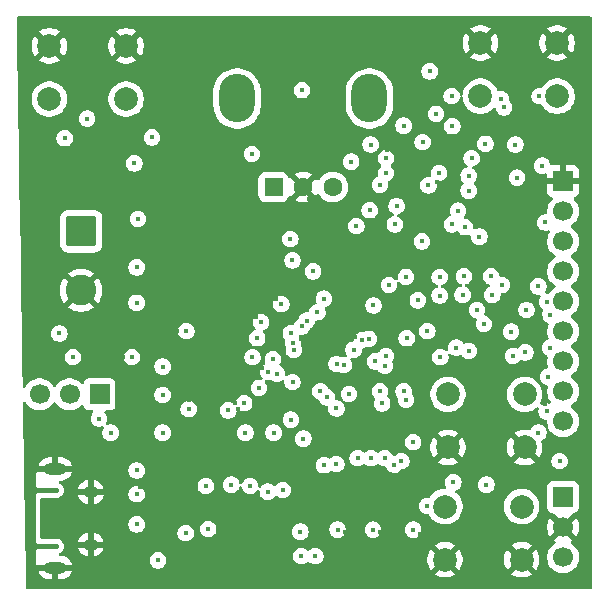
<source format=gbr>
%TF.GenerationSoftware,KiCad,Pcbnew,9.0.4*%
%TF.CreationDate,2025-09-30T19:15:50-07:00*%
%TF.ProjectId,LE_PSU_CAD,4c455f50-5355-45f4-9341-442e6b696361,rev?*%
%TF.SameCoordinates,Original*%
%TF.FileFunction,Copper,L5,Inr*%
%TF.FilePolarity,Positive*%
%FSLAX46Y46*%
G04 Gerber Fmt 4.6, Leading zero omitted, Abs format (unit mm)*
G04 Created by KiCad (PCBNEW 9.0.4) date 2025-09-30 19:15:50*
%MOMM*%
%LPD*%
G01*
G04 APERTURE LIST*
G04 Aperture macros list*
%AMRoundRect*
0 Rectangle with rounded corners*
0 $1 Rounding radius*
0 $2 $3 $4 $5 $6 $7 $8 $9 X,Y pos of 4 corners*
0 Add a 4 corners polygon primitive as box body*
4,1,4,$2,$3,$4,$5,$6,$7,$8,$9,$2,$3,0*
0 Add four circle primitives for the rounded corners*
1,1,$1+$1,$2,$3*
1,1,$1+$1,$4,$5*
1,1,$1+$1,$6,$7*
1,1,$1+$1,$8,$9*
0 Add four rect primitives between the rounded corners*
20,1,$1+$1,$2,$3,$4,$5,0*
20,1,$1+$1,$4,$5,$6,$7,0*
20,1,$1+$1,$6,$7,$8,$9,0*
20,1,$1+$1,$8,$9,$2,$3,0*%
G04 Aperture macros list end*
%TA.AperFunction,ComponentPad*%
%ADD10C,1.700000*%
%TD*%
%TA.AperFunction,ComponentPad*%
%ADD11R,1.700000X1.700000*%
%TD*%
%TA.AperFunction,ComponentPad*%
%ADD12C,2.000000*%
%TD*%
%TA.AperFunction,ComponentPad*%
%ADD13RoundRect,0.250000X-1.050000X1.050000X-1.050000X-1.050000X1.050000X-1.050000X1.050000X1.050000X0*%
%TD*%
%TA.AperFunction,ComponentPad*%
%ADD14C,2.600000*%
%TD*%
%TA.AperFunction,HeatsinkPad*%
%ADD15O,1.900000X1.000000*%
%TD*%
%TA.AperFunction,HeatsinkPad*%
%ADD16O,1.250000X1.050000*%
%TD*%
%TA.AperFunction,ComponentPad*%
%ADD17RoundRect,0.250000X0.550000X-0.550000X0.550000X0.550000X-0.550000X0.550000X-0.550000X-0.550000X0*%
%TD*%
%TA.AperFunction,ComponentPad*%
%ADD18C,1.600000*%
%TD*%
%TA.AperFunction,ComponentPad*%
%ADD19O,3.000000X4.100000*%
%TD*%
%TA.AperFunction,ViaPad*%
%ADD20C,0.400000*%
%TD*%
G04 APERTURE END LIST*
D10*
%TO.N,/SCK*%
%TO.C,J3*%
X219500000Y-109030000D03*
D11*
%TO.N,GND*%
X219500000Y-88710000D03*
D10*
%TO.N,Vin*%
X219500000Y-91250000D03*
%TO.N,+3V3_Digital*%
X219500000Y-93790000D03*
%TO.N,/MCLK*%
X219500000Y-96330000D03*
%TO.N,/{slash}IRQ*%
X219500000Y-98870000D03*
%TO.N,/SDO*%
X219500000Y-101410000D03*
%TO.N,/SDI*%
X219500000Y-103950000D03*
%TO.N,/{slash}CS*%
X219500000Y-106490000D03*
%TD*%
D12*
%TO.N,GND*%
%TO.C,SW1*%
X176000000Y-77250000D03*
X182500000Y-77250000D03*
%TO.N,Net-(R16-Pad1)*%
X176000000Y-81750000D03*
X182500000Y-81750000D03*
%TD*%
D13*
%TO.N,/BATT*%
%TO.C,UB1*%
X178700000Y-92950000D03*
D14*
%TO.N,GND*%
X178700000Y-97950000D03*
%TD*%
D15*
%TO.N,GND*%
%TO.C,J1*%
X176500000Y-113075000D03*
D16*
X179500000Y-115025000D03*
X179500000Y-119475000D03*
D15*
X176500000Y-121425000D03*
%TD*%
D12*
%TO.N,GND*%
%TO.C,SW4*%
X216000000Y-120750000D03*
X209500000Y-120750000D03*
%TO.N,Net-(R24-Pad2)*%
X216000000Y-116250000D03*
X209500000Y-116250000D03*
%TD*%
%TO.N,GND*%
%TO.C,SW2*%
X212500000Y-77000000D03*
X219000000Y-77000000D03*
%TO.N,Net-(R19-Pad1)*%
X212500000Y-81500000D03*
X219000000Y-81500000D03*
%TD*%
D17*
%TO.N,Net-(R14-Pad1)*%
%TO.C,ENC1*%
X195000000Y-89200000D03*
D18*
%TO.N,Net-(R27-Pad1)*%
X200000000Y-89200000D03*
%TO.N,GND*%
X197500000Y-89200000D03*
D19*
%TO.N,N/C*%
X191900000Y-81700000D03*
X203100000Y-81700000D03*
%TD*%
D11*
%TO.N,SW_CLK*%
%TO.C,J2*%
X219500000Y-115460000D03*
D10*
%TO.N,GND*%
X219500000Y-118000000D03*
%TO.N,SWD*%
X219500000Y-120540000D03*
%TD*%
D11*
%TO.N,USB_PWR*%
%TO.C,BATT_USB_JMP1*%
X180250000Y-106750000D03*
D10*
%TO.N,Vin*%
X177710000Y-106750000D03*
%TO.N,/BATT*%
X175170000Y-106750000D03*
%TD*%
D12*
%TO.N,GND*%
%TO.C,SW3*%
X216250000Y-111250000D03*
X209750000Y-111250000D03*
%TO.N,Net-(R23-Pad2)*%
X216250000Y-106750000D03*
X209750000Y-106750000D03*
%TD*%
D20*
%TO.N,GND*%
X217660876Y-100260876D03*
%TO.N,+3V3_Digital*%
X214500000Y-82450000D03*
%TO.N,GND*%
X208800000Y-88800000D03*
X192000000Y-108000000D03*
X198600000Y-103000000D03*
%TO.N,+3V3_Digital*%
X208000000Y-101400000D03*
X206200000Y-107200000D03*
%TO.N,Net-(U4-VREG_AVDD)*%
X200308204Y-107950602D03*
%TO.N,/FB*%
X198520000Y-120450000D03*
X197250000Y-118375000D03*
%TO.N,GND*%
X185490000Y-117750000D03*
X207400000Y-118600000D03*
X215300000Y-95100000D03*
X212950000Y-103300000D03*
X177300000Y-86940000D03*
X218500000Y-111050000D03*
X217500000Y-118000000D03*
X199400000Y-100800000D03*
X179800000Y-120600000D03*
X183160231Y-111660207D03*
X205750000Y-89350000D03*
X186800000Y-101400000D03*
X204000000Y-118400000D03*
X191754031Y-107508063D03*
X185490000Y-113750000D03*
X185500000Y-94700000D03*
X189500000Y-115936551D03*
X190000000Y-90900000D03*
X211850000Y-97450000D03*
X204550000Y-86100000D03*
X200800000Y-102000000D03*
X197660589Y-95660589D03*
X194000000Y-104550000D03*
X210650000Y-88450000D03*
X198000000Y-90250000D03*
X204126288Y-98549904D03*
X184200000Y-91400000D03*
X212800000Y-120600000D03*
X207750000Y-97650000D03*
X185490000Y-115800000D03*
X195184835Y-98660069D03*
X197800000Y-85200000D03*
X198800000Y-101400000D03*
X217954204Y-107554204D03*
X211350000Y-100200000D03*
X176425000Y-85475000D03*
X197000000Y-121500000D03*
X199489266Y-102019558D03*
X208500000Y-81500000D03*
X191200000Y-105000000D03*
X208789914Y-92789914D03*
X180000000Y-99500000D03*
X212550000Y-92075000D03*
X195430000Y-117335000D03*
X176473351Y-111822480D03*
X201450000Y-95350000D03*
X186400000Y-99200000D03*
X177200000Y-103600000D03*
X214500000Y-104000000D03*
X219250000Y-88250000D03*
X187800000Y-107200000D03*
X197350000Y-102050000D03*
X194050000Y-95250000D03*
X217300000Y-96300000D03*
X186800000Y-93400000D03*
X215750000Y-77250000D03*
X193864427Y-115952429D03*
X179250000Y-77500000D03*
X197500000Y-117335000D03*
X216200000Y-102200000D03*
X187600000Y-87700000D03*
X182200000Y-103600000D03*
X200000000Y-115200000D03*
X179200000Y-113400000D03*
X207000000Y-114040000D03*
X211301208Y-80179267D03*
X204500000Y-91000000D03*
X202000000Y-107500000D03*
X182400000Y-117500000D03*
X206000000Y-103500000D03*
X207500000Y-106500000D03*
X183650000Y-114600000D03*
X201000000Y-118400000D03*
X199688854Y-103445700D03*
X208105000Y-103215000D03*
X201879000Y-101911289D03*
X195000000Y-107500000D03*
X202000000Y-94000000D03*
X177750000Y-96250000D03*
X196500000Y-117335000D03*
X193700000Y-108750000D03*
X207000000Y-115152979D03*
X193482287Y-100183795D03*
X183300000Y-80300000D03*
X195200000Y-119600000D03*
X213900000Y-111000000D03*
X212700000Y-97450000D03*
X195096472Y-96018224D03*
X199000000Y-93500000D03*
%TO.N,Vin*%
X217725000Y-87400000D03*
X195750000Y-114850000D03*
%TO.N,+3V3_Digital*%
X211500000Y-103075000D03*
X206000000Y-106500000D03*
X208100000Y-89050000D03*
X209000000Y-88000000D03*
X194500000Y-115000000D03*
X193150000Y-86400000D03*
X195000000Y-110000000D03*
X212925000Y-85540000D03*
X183400000Y-99000000D03*
X198954214Y-106487975D03*
X183000000Y-103600000D03*
X204000000Y-89000000D03*
X206800000Y-110800000D03*
X211200000Y-92600000D03*
X197335000Y-120450000D03*
X199500000Y-107000000D03*
X199250000Y-112750000D03*
X217400000Y-97600000D03*
X189250000Y-114500000D03*
X215450000Y-85600000D03*
X193750000Y-106200000D03*
X193600000Y-102000000D03*
X196450000Y-108900000D03*
X213500000Y-98325000D03*
X183200000Y-87200000D03*
X210600000Y-91200000D03*
X183400000Y-96000000D03*
X218000000Y-92200000D03*
X212400000Y-93400000D03*
X215250000Y-103500000D03*
X193000000Y-114500000D03*
X191400000Y-114400000D03*
X205400000Y-90800000D03*
X206250000Y-102000000D03*
X201368258Y-106712585D03*
X202000000Y-92500000D03*
X215600000Y-88400000D03*
X178000000Y-103600000D03*
X203200000Y-85600000D03*
X201550000Y-87050000D03*
X206000000Y-84000000D03*
X198339411Y-96339411D03*
X185600000Y-104400000D03*
X189450000Y-118150000D03*
X185600000Y-106800000D03*
X210120000Y-84050000D03*
X185600000Y-110000000D03*
X211000000Y-98325000D03*
X193934835Y-100636343D03*
X179200000Y-83400000D03*
X192600000Y-110000000D03*
X209050000Y-98387500D03*
X207600000Y-85400000D03*
%TO.N,/QSPI_SD1*%
X204500000Y-86750000D03*
X204400000Y-104324101D03*
%TO.N,/QSPI_SD3*%
X201760906Y-102973533D03*
X211750000Y-86750000D03*
%TO.N,/QSPI_SCLK*%
X202458852Y-102150000D03*
X211500000Y-88250000D03*
%TO.N,/QSPI_SD0*%
X203050000Y-102050000D03*
X211500000Y-89500000D03*
%TO.N,/QSPI_SD2*%
X204500000Y-88000000D03*
X203587730Y-103957278D03*
%TO.N,/BTN1*%
X199250000Y-98650000D03*
X183500000Y-91900000D03*
X177300000Y-85065000D03*
%TO.N,/BTN0*%
X210064682Y-81494737D03*
X208750000Y-83000000D03*
X198700000Y-99800000D03*
%TO.N,Net-(U4-VREG_AVDD)*%
X197500000Y-110500000D03*
%TO.N,+1V1*%
X203400000Y-118200000D03*
X176850000Y-101600000D03*
X213000000Y-114400000D03*
X210200000Y-114200000D03*
X195637383Y-99112617D03*
X185200000Y-120800000D03*
X204400000Y-112150000D03*
X219200000Y-112400000D03*
X207550000Y-93800000D03*
X192500000Y-107500000D03*
X206800000Y-118200000D03*
X200400000Y-118200000D03*
X206200000Y-96800000D03*
X203250000Y-112150000D03*
X200951618Y-104278438D03*
X181200000Y-110000000D03*
X207200000Y-98800000D03*
X205800000Y-112400000D03*
X216300000Y-103200000D03*
X187600000Y-101400000D03*
X209100000Y-103600000D03*
X184700000Y-85000000D03*
X212800000Y-100800000D03*
X191150000Y-108100000D03*
X200300000Y-112650000D03*
X196400000Y-93600000D03*
X197400000Y-81000000D03*
X196590244Y-105705649D03*
X187550000Y-118500000D03*
X208200000Y-79400000D03*
X212200000Y-99600000D03*
X203447466Y-99228726D03*
X187800000Y-108000000D03*
X196585876Y-95414124D03*
X216400000Y-99600000D03*
X202100000Y-112150000D03*
%TO.N,Net-(D1-K)*%
X210450000Y-102790000D03*
X214340000Y-97500000D03*
%TO.N,Net-(D2-K)*%
X213400000Y-96750000D03*
X215100000Y-101440000D03*
%TO.N,Net-(D3-K)*%
X210100000Y-92350000D03*
X211100000Y-96750000D03*
%TO.N,Net-(D4-K)*%
X205250000Y-92360000D03*
X209050000Y-96812500D03*
%TO.N,USB_PWR*%
X183390000Y-117750000D03*
X180200000Y-108800000D03*
%TO.N,/USB_D+*%
X183400000Y-113200000D03*
X204000000Y-106500000D03*
%TO.N,/USB_D-*%
X183400000Y-115200000D03*
X204182106Y-107525000D03*
%TO.N,SW_CLK*%
X197800000Y-100502233D03*
%TO.N,SWD*%
X197400000Y-101000000D03*
%TO.N,/MCLK*%
X218125000Y-98925000D03*
X196445390Y-101561355D03*
%TO.N,/{slash}CS*%
X195250000Y-105000000D03*
X218114197Y-108204886D03*
%TO.N,/SDO*%
X218400000Y-102800000D03*
X196700000Y-103000000D03*
%TO.N,/SDI*%
X218221373Y-105257713D03*
X194926397Y-103773603D03*
%TO.N,/{slash}IRQ*%
X196650000Y-102400000D03*
X218400000Y-100000000D03*
%TO.N,/SCK*%
X217400000Y-110000000D03*
X194550000Y-104850000D03*
%TO.N,Net-(R19-Pad1)*%
X214250000Y-81750000D03*
X217500000Y-81500000D03*
%TO.N,/QSPI_SS*%
X204500000Y-103500000D03*
X204750000Y-97500000D03*
%TO.N,Net-(R24-Pad2)*%
X193200000Y-103600000D03*
X208000000Y-116200000D03*
%TO.N,Net-(R27-Pad1)*%
X203119540Y-91160000D03*
%TO.N,Net-(U4-VREG_LX)*%
X200320325Y-104169605D03*
X205200000Y-112700000D03*
%TD*%
%TA.AperFunction,Conductor*%
%TO.N,GND*%
G36*
X221865413Y-74769685D02*
G01*
X221911168Y-74822489D01*
X221922374Y-74874000D01*
X221922374Y-123126000D01*
X221902689Y-123193039D01*
X221849885Y-123238794D01*
X221798374Y-123250000D01*
X174122097Y-123250000D01*
X174055058Y-123230315D01*
X174009303Y-123177511D01*
X173998112Y-123127917D01*
X173983790Y-122201748D01*
X173848610Y-113460116D01*
X174849500Y-113460116D01*
X174849500Y-114489883D01*
X174866867Y-114531811D01*
X174880024Y-114563574D01*
X174936426Y-114619976D01*
X175010118Y-114650500D01*
X176585118Y-114650500D01*
X176612789Y-114650500D01*
X176636971Y-114652881D01*
X176686724Y-114662777D01*
X176731418Y-114681291D01*
X176763236Y-114702551D01*
X176797448Y-114736763D01*
X176818708Y-114768581D01*
X176837223Y-114813280D01*
X176844688Y-114850809D01*
X176844688Y-114859144D01*
X176846578Y-114863948D01*
X176844688Y-114899192D01*
X176837223Y-114936720D01*
X176818708Y-114981418D01*
X176797448Y-115013236D01*
X176763236Y-115047448D01*
X176731418Y-115068708D01*
X176686719Y-115087223D01*
X176636979Y-115097117D01*
X176612789Y-115099500D01*
X175010116Y-115099500D01*
X174936425Y-115130024D01*
X174880024Y-115186425D01*
X174849500Y-115260116D01*
X174849500Y-115260118D01*
X174849500Y-119160118D01*
X174849500Y-119239882D01*
X174880024Y-119313574D01*
X174936426Y-119369976D01*
X175010118Y-119400500D01*
X176585118Y-119400500D01*
X176612789Y-119400500D01*
X176636971Y-119402881D01*
X176686724Y-119412777D01*
X176731418Y-119431291D01*
X176763236Y-119452551D01*
X176797448Y-119486763D01*
X176818708Y-119518581D01*
X176837223Y-119563280D01*
X176844688Y-119600809D01*
X176844688Y-119609144D01*
X176846578Y-119613948D01*
X176844688Y-119649192D01*
X176837223Y-119686720D01*
X176818708Y-119731418D01*
X176797448Y-119763236D01*
X176763236Y-119797448D01*
X176731418Y-119818708D01*
X176686719Y-119837223D01*
X176636979Y-119847117D01*
X176612789Y-119849500D01*
X175010116Y-119849500D01*
X174936425Y-119880024D01*
X174880024Y-119936425D01*
X174849500Y-120010116D01*
X174849500Y-121039883D01*
X174862296Y-121070775D01*
X174880024Y-121113574D01*
X174936426Y-121169976D01*
X175010118Y-121200500D01*
X175010120Y-121200500D01*
X175089880Y-121200500D01*
X175089882Y-121200500D01*
X175128657Y-121184438D01*
X175176109Y-121175000D01*
X175983012Y-121175000D01*
X175965795Y-121184940D01*
X175909940Y-121240795D01*
X175870444Y-121309204D01*
X175850000Y-121385504D01*
X175850000Y-121464496D01*
X175870444Y-121540796D01*
X175909940Y-121609205D01*
X175965795Y-121665060D01*
X175983012Y-121675000D01*
X175080138Y-121675000D01*
X175088430Y-121716690D01*
X175088430Y-121716692D01*
X175163807Y-121898671D01*
X175163814Y-121898684D01*
X175273248Y-122062462D01*
X175273251Y-122062466D01*
X175412533Y-122201748D01*
X175412537Y-122201751D01*
X175576315Y-122311185D01*
X175576328Y-122311192D01*
X175758306Y-122386569D01*
X175758318Y-122386572D01*
X175951504Y-122424999D01*
X175951508Y-122425000D01*
X176250000Y-122425000D01*
X176250000Y-121725000D01*
X176750000Y-121725000D01*
X176750000Y-122425000D01*
X177048492Y-122425000D01*
X177048495Y-122424999D01*
X177241681Y-122386572D01*
X177241693Y-122386569D01*
X177423671Y-122311192D01*
X177423684Y-122311185D01*
X177587462Y-122201751D01*
X177587466Y-122201748D01*
X177726748Y-122062466D01*
X177726751Y-122062462D01*
X177836185Y-121898684D01*
X177836188Y-121898677D01*
X177844777Y-121877945D01*
X177844778Y-121877942D01*
X177911569Y-121716692D01*
X177911569Y-121716690D01*
X177919862Y-121675000D01*
X177016988Y-121675000D01*
X177034205Y-121665060D01*
X177090060Y-121609205D01*
X177129556Y-121540796D01*
X177150000Y-121464496D01*
X177150000Y-121385504D01*
X177129556Y-121309204D01*
X177090060Y-121240795D01*
X177034205Y-121184940D01*
X177016988Y-121175000D01*
X177919862Y-121175000D01*
X177911569Y-121133309D01*
X177911569Y-121133307D01*
X177836192Y-120951328D01*
X177836185Y-120951315D01*
X177781180Y-120868995D01*
X184499499Y-120868995D01*
X184526418Y-121004322D01*
X184526421Y-121004332D01*
X184579221Y-121131804D01*
X184579228Y-121131817D01*
X184655885Y-121246541D01*
X184655888Y-121246545D01*
X184753454Y-121344111D01*
X184753458Y-121344114D01*
X184868182Y-121420771D01*
X184868195Y-121420778D01*
X184973741Y-121464496D01*
X184995672Y-121473580D01*
X184995676Y-121473580D01*
X184995677Y-121473581D01*
X185131004Y-121500500D01*
X185131007Y-121500500D01*
X185268995Y-121500500D01*
X185360041Y-121482389D01*
X185404328Y-121473580D01*
X185531811Y-121420775D01*
X185646542Y-121344114D01*
X185744114Y-121246542D01*
X185820775Y-121131811D01*
X185873580Y-121004328D01*
X185895020Y-120896542D01*
X185900500Y-120868995D01*
X185900500Y-120731004D01*
X185873581Y-120595677D01*
X185873580Y-120595676D01*
X185873580Y-120595672D01*
X185844112Y-120524530D01*
X185841819Y-120518995D01*
X196634499Y-120518995D01*
X196661418Y-120654322D01*
X196661421Y-120654332D01*
X196714221Y-120781804D01*
X196714228Y-120781817D01*
X196790885Y-120896541D01*
X196790888Y-120896545D01*
X196888454Y-120994111D01*
X196888458Y-120994114D01*
X197003182Y-121070771D01*
X197003195Y-121070778D01*
X197106515Y-121113574D01*
X197130672Y-121123580D01*
X197130676Y-121123580D01*
X197130677Y-121123581D01*
X197266004Y-121150500D01*
X197266007Y-121150500D01*
X197403995Y-121150500D01*
X197497983Y-121131804D01*
X197539328Y-121123580D01*
X197666811Y-121070775D01*
X197781542Y-120994114D01*
X197781545Y-120994111D01*
X197839819Y-120935838D01*
X197901142Y-120902353D01*
X197970834Y-120907337D01*
X198015181Y-120935838D01*
X198073454Y-120994111D01*
X198073458Y-120994114D01*
X198188182Y-121070771D01*
X198188195Y-121070778D01*
X198291515Y-121113574D01*
X198315672Y-121123580D01*
X198315676Y-121123580D01*
X198315677Y-121123581D01*
X198451004Y-121150500D01*
X198451007Y-121150500D01*
X198588995Y-121150500D01*
X198682983Y-121131804D01*
X198724328Y-121123580D01*
X198851811Y-121070775D01*
X198966542Y-120994114D01*
X199064114Y-120896542D01*
X199140775Y-120781811D01*
X199193580Y-120654328D01*
X199198032Y-120631947D01*
X208000000Y-120631947D01*
X208000000Y-120868052D01*
X208036934Y-121101247D01*
X208109897Y-121325802D01*
X208217087Y-121536174D01*
X208277338Y-121619104D01*
X208277340Y-121619105D01*
X208976212Y-120920233D01*
X208987482Y-120962292D01*
X209059890Y-121087708D01*
X209162292Y-121190110D01*
X209287708Y-121262518D01*
X209329765Y-121273787D01*
X208630893Y-121972658D01*
X208713828Y-122032914D01*
X208924197Y-122140102D01*
X209148752Y-122213065D01*
X209148751Y-122213065D01*
X209381948Y-122250000D01*
X209618052Y-122250000D01*
X209851247Y-122213065D01*
X210075802Y-122140102D01*
X210286163Y-122032918D01*
X210286169Y-122032914D01*
X210369104Y-121972658D01*
X210369105Y-121972658D01*
X209670233Y-121273787D01*
X209712292Y-121262518D01*
X209837708Y-121190110D01*
X209940110Y-121087708D01*
X210012518Y-120962292D01*
X210023787Y-120920233D01*
X210722658Y-121619105D01*
X210722658Y-121619104D01*
X210782914Y-121536169D01*
X210782918Y-121536163D01*
X210890102Y-121325802D01*
X210963065Y-121101247D01*
X211000000Y-120868052D01*
X211000000Y-120631947D01*
X214500000Y-120631947D01*
X214500000Y-120868052D01*
X214536934Y-121101247D01*
X214609897Y-121325802D01*
X214717087Y-121536174D01*
X214777338Y-121619104D01*
X214777340Y-121619105D01*
X215476212Y-120920233D01*
X215487482Y-120962292D01*
X215559890Y-121087708D01*
X215662292Y-121190110D01*
X215787708Y-121262518D01*
X215829765Y-121273787D01*
X215130893Y-121972658D01*
X215213828Y-122032914D01*
X215424197Y-122140102D01*
X215648752Y-122213065D01*
X215648751Y-122213065D01*
X215881948Y-122250000D01*
X216118052Y-122250000D01*
X216351247Y-122213065D01*
X216575802Y-122140102D01*
X216786163Y-122032918D01*
X216786169Y-122032914D01*
X216869104Y-121972658D01*
X216869105Y-121972658D01*
X216170233Y-121273787D01*
X216212292Y-121262518D01*
X216337708Y-121190110D01*
X216440110Y-121087708D01*
X216512518Y-120962292D01*
X216523787Y-120920233D01*
X217222658Y-121619105D01*
X217222658Y-121619104D01*
X217282914Y-121536169D01*
X217282918Y-121536163D01*
X217390102Y-121325802D01*
X217463065Y-121101247D01*
X217500000Y-120868052D01*
X217500000Y-120631946D01*
X217470904Y-120448238D01*
X217463065Y-120398751D01*
X217390102Y-120174197D01*
X217282914Y-119963828D01*
X217222658Y-119880894D01*
X217222658Y-119880893D01*
X216523787Y-120579765D01*
X216512518Y-120537708D01*
X216440110Y-120412292D01*
X216337708Y-120309890D01*
X216212292Y-120237482D01*
X216170234Y-120226212D01*
X216869105Y-119527340D01*
X216869104Y-119527338D01*
X216786174Y-119467087D01*
X216575802Y-119359897D01*
X216351247Y-119286934D01*
X216351248Y-119286934D01*
X216118052Y-119250000D01*
X215881948Y-119250000D01*
X215648752Y-119286934D01*
X215424197Y-119359897D01*
X215213830Y-119467084D01*
X215130894Y-119527340D01*
X215829766Y-120226212D01*
X215787708Y-120237482D01*
X215662292Y-120309890D01*
X215559890Y-120412292D01*
X215487482Y-120537708D01*
X215476212Y-120579766D01*
X214777340Y-119880894D01*
X214717084Y-119963830D01*
X214609897Y-120174197D01*
X214536934Y-120398752D01*
X214500000Y-120631947D01*
X211000000Y-120631947D01*
X210963065Y-120398752D01*
X210890102Y-120174197D01*
X210782914Y-119963828D01*
X210722658Y-119880894D01*
X210722658Y-119880893D01*
X210023787Y-120579765D01*
X210012518Y-120537708D01*
X209940110Y-120412292D01*
X209837708Y-120309890D01*
X209712292Y-120237482D01*
X209670234Y-120226212D01*
X210369105Y-119527340D01*
X210369104Y-119527339D01*
X210286174Y-119467087D01*
X210075802Y-119359897D01*
X209851247Y-119286934D01*
X209851248Y-119286934D01*
X209618052Y-119250000D01*
X209381948Y-119250000D01*
X209148752Y-119286934D01*
X208924197Y-119359897D01*
X208713830Y-119467084D01*
X208630894Y-119527340D01*
X209329766Y-120226212D01*
X209287708Y-120237482D01*
X209162292Y-120309890D01*
X209059890Y-120412292D01*
X208987482Y-120537708D01*
X208976212Y-120579765D01*
X208277340Y-119880894D01*
X208217084Y-119963830D01*
X208109897Y-120174197D01*
X208036934Y-120398752D01*
X208000000Y-120631947D01*
X199198032Y-120631947D01*
X199199657Y-120623776D01*
X199203814Y-120602882D01*
X199203814Y-120602880D01*
X199216777Y-120537708D01*
X199220500Y-120518993D01*
X199220500Y-120381007D01*
X199220500Y-120381004D01*
X199193581Y-120245677D01*
X199193580Y-120245676D01*
X199193580Y-120245672D01*
X199182862Y-120219797D01*
X199140778Y-120118195D01*
X199140771Y-120118182D01*
X199064114Y-120003458D01*
X199064111Y-120003454D01*
X198966545Y-119905888D01*
X198966541Y-119905885D01*
X198851817Y-119829228D01*
X198851804Y-119829221D01*
X198724332Y-119776421D01*
X198724322Y-119776418D01*
X198588995Y-119749500D01*
X198588993Y-119749500D01*
X198451007Y-119749500D01*
X198451005Y-119749500D01*
X198315677Y-119776418D01*
X198315667Y-119776421D01*
X198188195Y-119829221D01*
X198188182Y-119829228D01*
X198073458Y-119905885D01*
X198073454Y-119905888D01*
X198015181Y-119964162D01*
X197953858Y-119997647D01*
X197884166Y-119992663D01*
X197839819Y-119964162D01*
X197781545Y-119905888D01*
X197781541Y-119905885D01*
X197666817Y-119829228D01*
X197666804Y-119829221D01*
X197539332Y-119776421D01*
X197539322Y-119776418D01*
X197403995Y-119749500D01*
X197403993Y-119749500D01*
X197266007Y-119749500D01*
X197266005Y-119749500D01*
X197130677Y-119776418D01*
X197130667Y-119776421D01*
X197003195Y-119829221D01*
X197003182Y-119829228D01*
X196888458Y-119905885D01*
X196888454Y-119905888D01*
X196790888Y-120003454D01*
X196790885Y-120003458D01*
X196714228Y-120118182D01*
X196714221Y-120118195D01*
X196661421Y-120245667D01*
X196661418Y-120245677D01*
X196634500Y-120381004D01*
X196634500Y-120381007D01*
X196634500Y-120518993D01*
X196634500Y-120518995D01*
X196634499Y-120518995D01*
X185841819Y-120518995D01*
X185820778Y-120468195D01*
X185820770Y-120468180D01*
X185804484Y-120443807D01*
X185804483Y-120443806D01*
X185744114Y-120353458D01*
X185744111Y-120353454D01*
X185646545Y-120255888D01*
X185646541Y-120255885D01*
X185531817Y-120179228D01*
X185531804Y-120179221D01*
X185404332Y-120126421D01*
X185404322Y-120126418D01*
X185268995Y-120099500D01*
X185268993Y-120099500D01*
X185131007Y-120099500D01*
X185131005Y-120099500D01*
X184995677Y-120126418D01*
X184995667Y-120126421D01*
X184868195Y-120179221D01*
X184868182Y-120179228D01*
X184753458Y-120255885D01*
X184753454Y-120255888D01*
X184655888Y-120353454D01*
X184655885Y-120353458D01*
X184579228Y-120468182D01*
X184579221Y-120468195D01*
X184526421Y-120595667D01*
X184526418Y-120595677D01*
X184499500Y-120731004D01*
X184499500Y-120731007D01*
X184499500Y-120868993D01*
X184499500Y-120868995D01*
X184499499Y-120868995D01*
X177781180Y-120868995D01*
X177730940Y-120793806D01*
X177730939Y-120793805D01*
X177726749Y-120787534D01*
X177587466Y-120648251D01*
X177587462Y-120648248D01*
X177423684Y-120538814D01*
X177423671Y-120538807D01*
X177241693Y-120463430D01*
X177241681Y-120463427D01*
X177048495Y-120425000D01*
X176949776Y-120425000D01*
X176882737Y-120405315D01*
X176836982Y-120352511D01*
X176827038Y-120283353D01*
X176856063Y-120219797D01*
X176892148Y-120191204D01*
X176982934Y-120143557D01*
X177096632Y-120042830D01*
X177182921Y-119917819D01*
X177236785Y-119775791D01*
X177255094Y-119625000D01*
X177236785Y-119474209D01*
X177182921Y-119332181D01*
X177182174Y-119331100D01*
X177180565Y-119328767D01*
X177108939Y-119225000D01*
X178404647Y-119225000D01*
X179190382Y-119225000D01*
X179139936Y-119275446D01*
X179097149Y-119349555D01*
X179075000Y-119432213D01*
X179075000Y-119517787D01*
X179097149Y-119600445D01*
X179139936Y-119674554D01*
X179190382Y-119725000D01*
X178404647Y-119725000D01*
X178414387Y-119773974D01*
X178414390Y-119773983D01*
X178491652Y-119960513D01*
X178491659Y-119960526D01*
X178603829Y-120128399D01*
X178603832Y-120128403D01*
X178746596Y-120271167D01*
X178746600Y-120271170D01*
X178914473Y-120383340D01*
X178914486Y-120383347D01*
X179101016Y-120460609D01*
X179101025Y-120460612D01*
X179250000Y-120490244D01*
X179250000Y-119763674D01*
X179274555Y-119777851D01*
X179357213Y-119800000D01*
X179642787Y-119800000D01*
X179725445Y-119777851D01*
X179750000Y-119763674D01*
X179750000Y-120490243D01*
X179898974Y-120460612D01*
X179898983Y-120460609D01*
X180085513Y-120383347D01*
X180085526Y-120383340D01*
X180253399Y-120271170D01*
X180253403Y-120271167D01*
X180396167Y-120128403D01*
X180396170Y-120128399D01*
X180508340Y-119960526D01*
X180508347Y-119960513D01*
X180585609Y-119773983D01*
X180585612Y-119773974D01*
X180595353Y-119725000D01*
X179809618Y-119725000D01*
X179860064Y-119674554D01*
X179902851Y-119600445D01*
X179925000Y-119517787D01*
X179925000Y-119432213D01*
X179902851Y-119349555D01*
X179860064Y-119275446D01*
X179809618Y-119225000D01*
X180595353Y-119225000D01*
X180585612Y-119176025D01*
X180585609Y-119176016D01*
X180508347Y-118989486D01*
X180508340Y-118989473D01*
X180396170Y-118821600D01*
X180396167Y-118821596D01*
X180253403Y-118678832D01*
X180253399Y-118678829D01*
X180089022Y-118568995D01*
X186849499Y-118568995D01*
X186876418Y-118704322D01*
X186876421Y-118704332D01*
X186929221Y-118831804D01*
X186929228Y-118831817D01*
X187005885Y-118946541D01*
X187005888Y-118946545D01*
X187103454Y-119044111D01*
X187103458Y-119044114D01*
X187218182Y-119120771D01*
X187218195Y-119120778D01*
X187342217Y-119172149D01*
X187345672Y-119173580D01*
X187345676Y-119173580D01*
X187345677Y-119173581D01*
X187481004Y-119200500D01*
X187481007Y-119200500D01*
X187618995Y-119200500D01*
X187742081Y-119176016D01*
X187754328Y-119173580D01*
X187881811Y-119120775D01*
X187996542Y-119044114D01*
X188094114Y-118946542D01*
X188170775Y-118831811D01*
X188223580Y-118704328D01*
X188245020Y-118596542D01*
X188250500Y-118568995D01*
X188250500Y-118431004D01*
X188223581Y-118295677D01*
X188223580Y-118295676D01*
X188223580Y-118295672D01*
X188212529Y-118268993D01*
X188191820Y-118218995D01*
X188749499Y-118218995D01*
X188776418Y-118354322D01*
X188776421Y-118354332D01*
X188829221Y-118481804D01*
X188829228Y-118481817D01*
X188905885Y-118596541D01*
X188905888Y-118596545D01*
X189003454Y-118694111D01*
X189003458Y-118694114D01*
X189118182Y-118770771D01*
X189118195Y-118770778D01*
X189238890Y-118820771D01*
X189245672Y-118823580D01*
X189245676Y-118823580D01*
X189245677Y-118823581D01*
X189381004Y-118850500D01*
X189381007Y-118850500D01*
X189518995Y-118850500D01*
X189612983Y-118831804D01*
X189654328Y-118823580D01*
X189781811Y-118770775D01*
X189896542Y-118694114D01*
X189994114Y-118596542D01*
X190070775Y-118481811D01*
X190086439Y-118443995D01*
X196549499Y-118443995D01*
X196576418Y-118579322D01*
X196576421Y-118579332D01*
X196629221Y-118706804D01*
X196629228Y-118706817D01*
X196705885Y-118821541D01*
X196705888Y-118821545D01*
X196803454Y-118919111D01*
X196803458Y-118919114D01*
X196918182Y-118995771D01*
X196918195Y-118995778D01*
X197034883Y-119044111D01*
X197045672Y-119048580D01*
X197045676Y-119048580D01*
X197045677Y-119048581D01*
X197181004Y-119075500D01*
X197181007Y-119075500D01*
X197318995Y-119075500D01*
X197410041Y-119057389D01*
X197454328Y-119048580D01*
X197581811Y-118995775D01*
X197696542Y-118919114D01*
X197794114Y-118821542D01*
X197870775Y-118706811D01*
X197871804Y-118704328D01*
X197895739Y-118646542D01*
X197923580Y-118579328D01*
X197935736Y-118518217D01*
X197950500Y-118443995D01*
X197950500Y-118306004D01*
X197943138Y-118268995D01*
X199699499Y-118268995D01*
X199726418Y-118404322D01*
X199726421Y-118404332D01*
X199779221Y-118531804D01*
X199779228Y-118531817D01*
X199855885Y-118646541D01*
X199855888Y-118646545D01*
X199953454Y-118744111D01*
X199953458Y-118744114D01*
X200068182Y-118820771D01*
X200068195Y-118820778D01*
X200195667Y-118873578D01*
X200195672Y-118873580D01*
X200195676Y-118873580D01*
X200195677Y-118873581D01*
X200331004Y-118900500D01*
X200331007Y-118900500D01*
X200468995Y-118900500D01*
X200560041Y-118882389D01*
X200604328Y-118873580D01*
X200729952Y-118821545D01*
X200731804Y-118820778D01*
X200731804Y-118820777D01*
X200731811Y-118820775D01*
X200846542Y-118744114D01*
X200944114Y-118646542D01*
X201020775Y-118531811D01*
X201073580Y-118404328D01*
X201083680Y-118353554D01*
X201100500Y-118268995D01*
X202699499Y-118268995D01*
X202726418Y-118404322D01*
X202726421Y-118404332D01*
X202779221Y-118531804D01*
X202779228Y-118531817D01*
X202855885Y-118646541D01*
X202855888Y-118646545D01*
X202953454Y-118744111D01*
X202953458Y-118744114D01*
X203068182Y-118820771D01*
X203068195Y-118820778D01*
X203195667Y-118873578D01*
X203195672Y-118873580D01*
X203195676Y-118873580D01*
X203195677Y-118873581D01*
X203331004Y-118900500D01*
X203331007Y-118900500D01*
X203468995Y-118900500D01*
X203560041Y-118882389D01*
X203604328Y-118873580D01*
X203729952Y-118821545D01*
X203731804Y-118820778D01*
X203731804Y-118820777D01*
X203731811Y-118820775D01*
X203846542Y-118744114D01*
X203944114Y-118646542D01*
X204020775Y-118531811D01*
X204073580Y-118404328D01*
X204083680Y-118353554D01*
X204100500Y-118268995D01*
X206099499Y-118268995D01*
X206126418Y-118404322D01*
X206126421Y-118404332D01*
X206179221Y-118531804D01*
X206179228Y-118531817D01*
X206255885Y-118646541D01*
X206255888Y-118646545D01*
X206353454Y-118744111D01*
X206353458Y-118744114D01*
X206468182Y-118820771D01*
X206468195Y-118820778D01*
X206595667Y-118873578D01*
X206595672Y-118873580D01*
X206595676Y-118873580D01*
X206595677Y-118873581D01*
X206731004Y-118900500D01*
X206731007Y-118900500D01*
X206868995Y-118900500D01*
X206960041Y-118882389D01*
X207004328Y-118873580D01*
X207129952Y-118821545D01*
X207131804Y-118820778D01*
X207131804Y-118820777D01*
X207131811Y-118820775D01*
X207246542Y-118744114D01*
X207344114Y-118646542D01*
X207420775Y-118531811D01*
X207473580Y-118404328D01*
X207483680Y-118353554D01*
X207500500Y-118268995D01*
X207500500Y-118131004D01*
X207473581Y-117995677D01*
X207473580Y-117995676D01*
X207473580Y-117995672D01*
X207431364Y-117893753D01*
X207420778Y-117868194D01*
X207420771Y-117868182D01*
X207344114Y-117753458D01*
X207344111Y-117753454D01*
X207246545Y-117655888D01*
X207246541Y-117655885D01*
X207131817Y-117579228D01*
X207131804Y-117579221D01*
X207004332Y-117526421D01*
X207004322Y-117526418D01*
X206868995Y-117499500D01*
X206868993Y-117499500D01*
X206731007Y-117499500D01*
X206731005Y-117499500D01*
X206595677Y-117526418D01*
X206595667Y-117526421D01*
X206468195Y-117579221D01*
X206468182Y-117579228D01*
X206353458Y-117655885D01*
X206353454Y-117655888D01*
X206255888Y-117753454D01*
X206255885Y-117753458D01*
X206179228Y-117868182D01*
X206179221Y-117868195D01*
X206126421Y-117995667D01*
X206126418Y-117995677D01*
X206099500Y-118131004D01*
X206099500Y-118131007D01*
X206099500Y-118268993D01*
X206099500Y-118268995D01*
X206099499Y-118268995D01*
X204100500Y-118268995D01*
X204100500Y-118131004D01*
X204073581Y-117995677D01*
X204073580Y-117995676D01*
X204073580Y-117995672D01*
X204057100Y-117955885D01*
X204020778Y-117868195D01*
X204020771Y-117868182D01*
X203944114Y-117753458D01*
X203944111Y-117753454D01*
X203846545Y-117655888D01*
X203846541Y-117655885D01*
X203731817Y-117579228D01*
X203731804Y-117579221D01*
X203604332Y-117526421D01*
X203604322Y-117526418D01*
X203468995Y-117499500D01*
X203468993Y-117499500D01*
X203331007Y-117499500D01*
X203331005Y-117499500D01*
X203195677Y-117526418D01*
X203195667Y-117526421D01*
X203068195Y-117579221D01*
X203068182Y-117579228D01*
X202953458Y-117655885D01*
X202953454Y-117655888D01*
X202855888Y-117753454D01*
X202855885Y-117753458D01*
X202779228Y-117868182D01*
X202779221Y-117868195D01*
X202726421Y-117995667D01*
X202726418Y-117995677D01*
X202699500Y-118131004D01*
X202699500Y-118131007D01*
X202699500Y-118268993D01*
X202699500Y-118268995D01*
X202699499Y-118268995D01*
X201100500Y-118268995D01*
X201100500Y-118131004D01*
X201073581Y-117995677D01*
X201073580Y-117995676D01*
X201073580Y-117995672D01*
X201057100Y-117955885D01*
X201020778Y-117868195D01*
X201020771Y-117868182D01*
X200944114Y-117753458D01*
X200944111Y-117753454D01*
X200846545Y-117655888D01*
X200846541Y-117655885D01*
X200731817Y-117579228D01*
X200731804Y-117579221D01*
X200604332Y-117526421D01*
X200604322Y-117526418D01*
X200468995Y-117499500D01*
X200468993Y-117499500D01*
X200331007Y-117499500D01*
X200331005Y-117499500D01*
X200195677Y-117526418D01*
X200195667Y-117526421D01*
X200068195Y-117579221D01*
X200068182Y-117579228D01*
X199953458Y-117655885D01*
X199953454Y-117655888D01*
X199855888Y-117753454D01*
X199855885Y-117753458D01*
X199779228Y-117868182D01*
X199779221Y-117868195D01*
X199726421Y-117995667D01*
X199726418Y-117995677D01*
X199699500Y-118131004D01*
X199699500Y-118131007D01*
X199699500Y-118268993D01*
X199699500Y-118268995D01*
X199699499Y-118268995D01*
X197943138Y-118268995D01*
X197923581Y-118170677D01*
X197923579Y-118170670D01*
X197922551Y-118168189D01*
X197886440Y-118081007D01*
X197870778Y-118043195D01*
X197870771Y-118043182D01*
X197794114Y-117928458D01*
X197794111Y-117928454D01*
X197696545Y-117830888D01*
X197696541Y-117830885D01*
X197581817Y-117754228D01*
X197581804Y-117754221D01*
X197454332Y-117701421D01*
X197454322Y-117701418D01*
X197318995Y-117674500D01*
X197318993Y-117674500D01*
X197181007Y-117674500D01*
X197181005Y-117674500D01*
X197045677Y-117701418D01*
X197045667Y-117701421D01*
X196918195Y-117754221D01*
X196918182Y-117754228D01*
X196803458Y-117830885D01*
X196803454Y-117830888D01*
X196705888Y-117928454D01*
X196705885Y-117928458D01*
X196629228Y-118043182D01*
X196629221Y-118043195D01*
X196576421Y-118170667D01*
X196576418Y-118170677D01*
X196549500Y-118306004D01*
X196549500Y-118306007D01*
X196549500Y-118443993D01*
X196549500Y-118443995D01*
X196549499Y-118443995D01*
X190086439Y-118443995D01*
X190123580Y-118354328D01*
X190133192Y-118306004D01*
X190139216Y-118275724D01*
X190139216Y-118275723D01*
X190150500Y-118218995D01*
X190150500Y-118081004D01*
X190123581Y-117945677D01*
X190123580Y-117945676D01*
X190123580Y-117945672D01*
X190119711Y-117936332D01*
X190070778Y-117818195D01*
X190070771Y-117818182D01*
X189994114Y-117703458D01*
X189994111Y-117703454D01*
X189896545Y-117605888D01*
X189896541Y-117605885D01*
X189781817Y-117529228D01*
X189781804Y-117529221D01*
X189654332Y-117476421D01*
X189654322Y-117476418D01*
X189518995Y-117449500D01*
X189518993Y-117449500D01*
X189381007Y-117449500D01*
X189381005Y-117449500D01*
X189245677Y-117476418D01*
X189245667Y-117476421D01*
X189118195Y-117529221D01*
X189118182Y-117529228D01*
X189003458Y-117605885D01*
X189003454Y-117605888D01*
X188905888Y-117703454D01*
X188905885Y-117703458D01*
X188829228Y-117818182D01*
X188829221Y-117818195D01*
X188776421Y-117945667D01*
X188776418Y-117945677D01*
X188749500Y-118081004D01*
X188749500Y-118081007D01*
X188749500Y-118218993D01*
X188749500Y-118218995D01*
X188749499Y-118218995D01*
X188191820Y-118218995D01*
X188170778Y-118168195D01*
X188170770Y-118168180D01*
X188154484Y-118143807D01*
X188154483Y-118143806D01*
X188094114Y-118053458D01*
X188094111Y-118053454D01*
X187996545Y-117955888D01*
X187996541Y-117955885D01*
X187881817Y-117879228D01*
X187881804Y-117879221D01*
X187754332Y-117826421D01*
X187754322Y-117826418D01*
X187618995Y-117799500D01*
X187618993Y-117799500D01*
X187481007Y-117799500D01*
X187481005Y-117799500D01*
X187345677Y-117826418D01*
X187345667Y-117826421D01*
X187218195Y-117879221D01*
X187218182Y-117879228D01*
X187103458Y-117955885D01*
X187103454Y-117955888D01*
X187005888Y-118053454D01*
X187005885Y-118053458D01*
X186929228Y-118168182D01*
X186929221Y-118168195D01*
X186876421Y-118295667D01*
X186876418Y-118295677D01*
X186849500Y-118431004D01*
X186849500Y-118431007D01*
X186849500Y-118568993D01*
X186849500Y-118568995D01*
X186849499Y-118568995D01*
X180089022Y-118568995D01*
X180085526Y-118566659D01*
X180085513Y-118566652D01*
X179898986Y-118489391D01*
X179898976Y-118489388D01*
X179750000Y-118459754D01*
X179750000Y-119186325D01*
X179725445Y-119172149D01*
X179642787Y-119150000D01*
X179357213Y-119150000D01*
X179274555Y-119172149D01*
X179250000Y-119186325D01*
X179250000Y-118459755D01*
X179249999Y-118459754D01*
X179101023Y-118489388D01*
X179101013Y-118489391D01*
X178914486Y-118566652D01*
X178914473Y-118566659D01*
X178746600Y-118678829D01*
X178746596Y-118678832D01*
X178603832Y-118821596D01*
X178603829Y-118821600D01*
X178491659Y-118989473D01*
X178491652Y-118989486D01*
X178414390Y-119176016D01*
X178414387Y-119176025D01*
X178404647Y-119225000D01*
X177108939Y-119225000D01*
X177096632Y-119207170D01*
X176982934Y-119106443D01*
X176848434Y-119035852D01*
X176848433Y-119035851D01*
X176848432Y-119035851D01*
X176700950Y-118999500D01*
X176700949Y-118999500D01*
X176664882Y-118999500D01*
X175374500Y-118999500D01*
X175307461Y-118979815D01*
X175261706Y-118927011D01*
X175250500Y-118875500D01*
X175250500Y-117818995D01*
X182689499Y-117818995D01*
X182716418Y-117954322D01*
X182716421Y-117954332D01*
X182769221Y-118081804D01*
X182769228Y-118081817D01*
X182845885Y-118196541D01*
X182845888Y-118196545D01*
X182943454Y-118294111D01*
X182943458Y-118294114D01*
X183058182Y-118370771D01*
X183058195Y-118370778D01*
X183185667Y-118423578D01*
X183185672Y-118423580D01*
X183185676Y-118423580D01*
X183185677Y-118423581D01*
X183321004Y-118450500D01*
X183321007Y-118450500D01*
X183458995Y-118450500D01*
X183557005Y-118431004D01*
X183594328Y-118423580D01*
X183721811Y-118370775D01*
X183836542Y-118294114D01*
X183934114Y-118196542D01*
X184010775Y-118081811D01*
X184063580Y-117954328D01*
X184075629Y-117893753D01*
X184090500Y-117818995D01*
X184090500Y-117681004D01*
X184063581Y-117545677D01*
X184063580Y-117545676D01*
X184063580Y-117545672D01*
X184056769Y-117529228D01*
X184010778Y-117418195D01*
X184010771Y-117418182D01*
X183934114Y-117303458D01*
X183934111Y-117303454D01*
X183836545Y-117205888D01*
X183836541Y-117205885D01*
X183721817Y-117129228D01*
X183721804Y-117129221D01*
X183594332Y-117076421D01*
X183594322Y-117076418D01*
X183458995Y-117049500D01*
X183458993Y-117049500D01*
X183321007Y-117049500D01*
X183321005Y-117049500D01*
X183185677Y-117076418D01*
X183185667Y-117076421D01*
X183058195Y-117129221D01*
X183058182Y-117129228D01*
X182943458Y-117205885D01*
X182943454Y-117205888D01*
X182845888Y-117303454D01*
X182845885Y-117303458D01*
X182769228Y-117418182D01*
X182769221Y-117418195D01*
X182716421Y-117545667D01*
X182716418Y-117545677D01*
X182689500Y-117681004D01*
X182689500Y-117681007D01*
X182689500Y-117818993D01*
X182689500Y-117818995D01*
X182689499Y-117818995D01*
X175250500Y-117818995D01*
X175250500Y-116268995D01*
X207299499Y-116268995D01*
X207326418Y-116404322D01*
X207326421Y-116404332D01*
X207379221Y-116531804D01*
X207379228Y-116531817D01*
X207455885Y-116646541D01*
X207455888Y-116646545D01*
X207553454Y-116744111D01*
X207553458Y-116744114D01*
X207668182Y-116820771D01*
X207668195Y-116820778D01*
X207795667Y-116873578D01*
X207795672Y-116873580D01*
X207795676Y-116873580D01*
X207795677Y-116873581D01*
X207931004Y-116900500D01*
X208071408Y-116900500D01*
X208138447Y-116920185D01*
X208181892Y-116968204D01*
X208216657Y-117036433D01*
X208355483Y-117227510D01*
X208522490Y-117394517D01*
X208713567Y-117533343D01*
X208812991Y-117584002D01*
X208924003Y-117640566D01*
X208924005Y-117640566D01*
X208924008Y-117640568D01*
X209028440Y-117674500D01*
X209148631Y-117713553D01*
X209381903Y-117750500D01*
X209381908Y-117750500D01*
X209618097Y-117750500D01*
X209851368Y-117713553D01*
X209888709Y-117701420D01*
X210075992Y-117640568D01*
X210286433Y-117533343D01*
X210477510Y-117394517D01*
X210644517Y-117227510D01*
X210783343Y-117036433D01*
X210890568Y-116825992D01*
X210963553Y-116601368D01*
X210974571Y-116531804D01*
X211000500Y-116368097D01*
X211000500Y-116131902D01*
X214499500Y-116131902D01*
X214499500Y-116368097D01*
X214536446Y-116601368D01*
X214609433Y-116825996D01*
X214681893Y-116968205D01*
X214716657Y-117036433D01*
X214855483Y-117227510D01*
X215022490Y-117394517D01*
X215213567Y-117533343D01*
X215312991Y-117584002D01*
X215424003Y-117640566D01*
X215424005Y-117640566D01*
X215424008Y-117640568D01*
X215528440Y-117674500D01*
X215648631Y-117713553D01*
X215881903Y-117750500D01*
X215881908Y-117750500D01*
X216118097Y-117750500D01*
X216351368Y-117713553D01*
X216388709Y-117701420D01*
X216575992Y-117640568D01*
X216786433Y-117533343D01*
X216977510Y-117394517D01*
X217144517Y-117227510D01*
X217283343Y-117036433D01*
X217390568Y-116825992D01*
X217463553Y-116601368D01*
X217474571Y-116531804D01*
X217500500Y-116368097D01*
X217500500Y-116131902D01*
X217463553Y-115898631D01*
X217391996Y-115678403D01*
X217390568Y-115674008D01*
X217390566Y-115674005D01*
X217390566Y-115674003D01*
X217331184Y-115557461D01*
X217283343Y-115463567D01*
X217144517Y-115272490D01*
X216977510Y-115105483D01*
X216786433Y-114966657D01*
X216742184Y-114944111D01*
X216575996Y-114859433D01*
X216351368Y-114786446D01*
X216118097Y-114749500D01*
X216118092Y-114749500D01*
X215881908Y-114749500D01*
X215881903Y-114749500D01*
X215648631Y-114786446D01*
X215424003Y-114859433D01*
X215213566Y-114966657D01*
X215106961Y-115044111D01*
X215022490Y-115105483D01*
X215022488Y-115105485D01*
X215022487Y-115105485D01*
X214855485Y-115272487D01*
X214855485Y-115272488D01*
X214855483Y-115272490D01*
X214838006Y-115296545D01*
X214716657Y-115463566D01*
X214609433Y-115674003D01*
X214536446Y-115898631D01*
X214499500Y-116131902D01*
X211000500Y-116131902D01*
X210963553Y-115898631D01*
X210891996Y-115678403D01*
X210890568Y-115674008D01*
X210890566Y-115674005D01*
X210890566Y-115674003D01*
X210831184Y-115557461D01*
X210783343Y-115463567D01*
X210644517Y-115272490D01*
X210477510Y-115105483D01*
X210465995Y-115097117D01*
X210426778Y-115068623D01*
X210384112Y-115013293D01*
X210378134Y-114943680D01*
X210410740Y-114881885D01*
X210452207Y-114853747D01*
X210531811Y-114820775D01*
X210646542Y-114744114D01*
X210744114Y-114646542D01*
X210820775Y-114531811D01*
X210846794Y-114468995D01*
X212299499Y-114468995D01*
X212326418Y-114604322D01*
X212326421Y-114604332D01*
X212379221Y-114731804D01*
X212379228Y-114731817D01*
X212455885Y-114846541D01*
X212455888Y-114846545D01*
X212553454Y-114944111D01*
X212553458Y-114944114D01*
X212668182Y-115020771D01*
X212668195Y-115020778D01*
X212783910Y-115068708D01*
X212795672Y-115073580D01*
X212795676Y-115073580D01*
X212795677Y-115073581D01*
X212931004Y-115100500D01*
X212931007Y-115100500D01*
X213068995Y-115100500D01*
X213177839Y-115078849D01*
X213204328Y-115073580D01*
X213331811Y-115020775D01*
X213446542Y-114944114D01*
X213544114Y-114846542D01*
X213620775Y-114731811D01*
X213627219Y-114716255D01*
X213632895Y-114702551D01*
X213673580Y-114604328D01*
X213681973Y-114562135D01*
X218149500Y-114562135D01*
X218149500Y-116357870D01*
X218149501Y-116357876D01*
X218155908Y-116417483D01*
X218206202Y-116552328D01*
X218206206Y-116552335D01*
X218292452Y-116667544D01*
X218292455Y-116667547D01*
X218407664Y-116753793D01*
X218407671Y-116753797D01*
X218452618Y-116770561D01*
X218542517Y-116804091D01*
X218602127Y-116810500D01*
X218612685Y-116810499D01*
X218679723Y-116830179D01*
X218700372Y-116846818D01*
X219370591Y-117517037D01*
X219307007Y-117534075D01*
X219192993Y-117599901D01*
X219099901Y-117692993D01*
X219034075Y-117807007D01*
X219017037Y-117870591D01*
X218384728Y-117238282D01*
X218384727Y-117238282D01*
X218345380Y-117292439D01*
X218248904Y-117481782D01*
X218183242Y-117683869D01*
X218183242Y-117683872D01*
X218150000Y-117893753D01*
X218150000Y-118106246D01*
X218183242Y-118316127D01*
X218183242Y-118316130D01*
X218248904Y-118518217D01*
X218345375Y-118707550D01*
X218384728Y-118761716D01*
X219017037Y-118129408D01*
X219034075Y-118192993D01*
X219099901Y-118307007D01*
X219192993Y-118400099D01*
X219307007Y-118465925D01*
X219370590Y-118482962D01*
X218738282Y-119115269D01*
X218738282Y-119115270D01*
X218792452Y-119154626D01*
X218792451Y-119154626D01*
X218801495Y-119159234D01*
X218852292Y-119207208D01*
X218869087Y-119275029D01*
X218846550Y-119341164D01*
X218801499Y-119380202D01*
X218792182Y-119384949D01*
X218620213Y-119509890D01*
X218469890Y-119660213D01*
X218344951Y-119832179D01*
X218248444Y-120021585D01*
X218182753Y-120223760D01*
X218155037Y-120398751D01*
X218149500Y-120433713D01*
X218149500Y-120646287D01*
X218182754Y-120856243D01*
X218242422Y-121039882D01*
X218248444Y-121058414D01*
X218344951Y-121247820D01*
X218469890Y-121419786D01*
X218620213Y-121570109D01*
X218792179Y-121695048D01*
X218792181Y-121695049D01*
X218792184Y-121695051D01*
X218981588Y-121791557D01*
X219183757Y-121857246D01*
X219393713Y-121890500D01*
X219393714Y-121890500D01*
X219606286Y-121890500D01*
X219606287Y-121890500D01*
X219816243Y-121857246D01*
X220018412Y-121791557D01*
X220207816Y-121695051D01*
X220249095Y-121665060D01*
X220379786Y-121570109D01*
X220379788Y-121570106D01*
X220379792Y-121570104D01*
X220530104Y-121419792D01*
X220530106Y-121419788D01*
X220530109Y-121419786D01*
X220655048Y-121247820D01*
X220655047Y-121247820D01*
X220655051Y-121247816D01*
X220751557Y-121058412D01*
X220817246Y-120856243D01*
X220850500Y-120646287D01*
X220850500Y-120433713D01*
X220817246Y-120223757D01*
X220751557Y-120021588D01*
X220655051Y-119832184D01*
X220655049Y-119832181D01*
X220655048Y-119832179D01*
X220530109Y-119660213D01*
X220379786Y-119509890D01*
X220207817Y-119384949D01*
X220198504Y-119380204D01*
X220147707Y-119332230D01*
X220130912Y-119264409D01*
X220153449Y-119198274D01*
X220198507Y-119159232D01*
X220207555Y-119154622D01*
X220261716Y-119115270D01*
X220261717Y-119115270D01*
X219629408Y-118482962D01*
X219692993Y-118465925D01*
X219807007Y-118400099D01*
X219900099Y-118307007D01*
X219965925Y-118192993D01*
X219982962Y-118129409D01*
X220615270Y-118761717D01*
X220615270Y-118761716D01*
X220654622Y-118707554D01*
X220751095Y-118518217D01*
X220816757Y-118316130D01*
X220816757Y-118316127D01*
X220850000Y-118106246D01*
X220850000Y-117893753D01*
X220816757Y-117683872D01*
X220816757Y-117683869D01*
X220751095Y-117481782D01*
X220654624Y-117292449D01*
X220615270Y-117238282D01*
X220615269Y-117238282D01*
X219982962Y-117870590D01*
X219965925Y-117807007D01*
X219900099Y-117692993D01*
X219807007Y-117599901D01*
X219692993Y-117534075D01*
X219629409Y-117517037D01*
X220299627Y-116846818D01*
X220360950Y-116813333D01*
X220387307Y-116810499D01*
X220397872Y-116810499D01*
X220457483Y-116804091D01*
X220592331Y-116753796D01*
X220707546Y-116667546D01*
X220793796Y-116552331D01*
X220844091Y-116417483D01*
X220850500Y-116357873D01*
X220850499Y-114562128D01*
X220844091Y-114502517D01*
X220839378Y-114489882D01*
X220793797Y-114367671D01*
X220793793Y-114367664D01*
X220707547Y-114252455D01*
X220707544Y-114252452D01*
X220592335Y-114166206D01*
X220592328Y-114166202D01*
X220457482Y-114115908D01*
X220457483Y-114115908D01*
X220397883Y-114109501D01*
X220397881Y-114109500D01*
X220397873Y-114109500D01*
X220397864Y-114109500D01*
X218602129Y-114109500D01*
X218602123Y-114109501D01*
X218542516Y-114115908D01*
X218407671Y-114166202D01*
X218407664Y-114166206D01*
X218292455Y-114252452D01*
X218292452Y-114252455D01*
X218206206Y-114367664D01*
X218206202Y-114367671D01*
X218155908Y-114502517D01*
X218151057Y-114547646D01*
X218149501Y-114562123D01*
X218149500Y-114562135D01*
X213681973Y-114562135D01*
X213690716Y-114518182D01*
X213700500Y-114468995D01*
X213700500Y-114331004D01*
X213673581Y-114195677D01*
X213673580Y-114195676D01*
X213673580Y-114195672D01*
X213670722Y-114188773D01*
X213620778Y-114068195D01*
X213620771Y-114068182D01*
X213544114Y-113953458D01*
X213544111Y-113953454D01*
X213446545Y-113855888D01*
X213446541Y-113855885D01*
X213331817Y-113779228D01*
X213331804Y-113779221D01*
X213204332Y-113726421D01*
X213204322Y-113726418D01*
X213068995Y-113699500D01*
X213068993Y-113699500D01*
X212931007Y-113699500D01*
X212931005Y-113699500D01*
X212795677Y-113726418D01*
X212795667Y-113726421D01*
X212668195Y-113779221D01*
X212668182Y-113779228D01*
X212553458Y-113855885D01*
X212553454Y-113855888D01*
X212455888Y-113953454D01*
X212455885Y-113953458D01*
X212379228Y-114068182D01*
X212379221Y-114068195D01*
X212326421Y-114195667D01*
X212326418Y-114195677D01*
X212299500Y-114331004D01*
X212299500Y-114331007D01*
X212299500Y-114468993D01*
X212299500Y-114468995D01*
X212299499Y-114468995D01*
X210846794Y-114468995D01*
X210873580Y-114404328D01*
X210883105Y-114356442D01*
X210894189Y-114300723D01*
X210894189Y-114300722D01*
X210900499Y-114268997D01*
X210900500Y-114268995D01*
X210900500Y-114131004D01*
X210873581Y-113995677D01*
X210873580Y-113995676D01*
X210873580Y-113995672D01*
X210857100Y-113955885D01*
X210820778Y-113868195D01*
X210820771Y-113868182D01*
X210744114Y-113753458D01*
X210744111Y-113753454D01*
X210646545Y-113655888D01*
X210646541Y-113655885D01*
X210531817Y-113579228D01*
X210531804Y-113579221D01*
X210404332Y-113526421D01*
X210404322Y-113526418D01*
X210268995Y-113499500D01*
X210268993Y-113499500D01*
X210131007Y-113499500D01*
X210131005Y-113499500D01*
X209995677Y-113526418D01*
X209995667Y-113526421D01*
X209868195Y-113579221D01*
X209868182Y-113579228D01*
X209753458Y-113655885D01*
X209753454Y-113655888D01*
X209655888Y-113753454D01*
X209655885Y-113753458D01*
X209579228Y-113868182D01*
X209579221Y-113868195D01*
X209526421Y-113995667D01*
X209526418Y-113995677D01*
X209499500Y-114131004D01*
X209499500Y-114131007D01*
X209499500Y-114268993D01*
X209499500Y-114268995D01*
X209499499Y-114268995D01*
X209526418Y-114404322D01*
X209526421Y-114404332D01*
X209579221Y-114531804D01*
X209579228Y-114531817D01*
X209595794Y-114556609D01*
X209616672Y-114623286D01*
X209598188Y-114690666D01*
X209546209Y-114737357D01*
X209492692Y-114749500D01*
X209381903Y-114749500D01*
X209148631Y-114786446D01*
X208924003Y-114859433D01*
X208713566Y-114966657D01*
X208606961Y-115044111D01*
X208522490Y-115105483D01*
X208522488Y-115105485D01*
X208522487Y-115105485D01*
X208355485Y-115272487D01*
X208355478Y-115272496D01*
X208221856Y-115456408D01*
X208166526Y-115499074D01*
X208097350Y-115505140D01*
X208068993Y-115499500D01*
X207931007Y-115499500D01*
X207931005Y-115499500D01*
X207795677Y-115526418D01*
X207795667Y-115526421D01*
X207668195Y-115579221D01*
X207668182Y-115579228D01*
X207553458Y-115655885D01*
X207553454Y-115655888D01*
X207455888Y-115753454D01*
X207455885Y-115753458D01*
X207379228Y-115868182D01*
X207379221Y-115868195D01*
X207326421Y-115995667D01*
X207326418Y-115995677D01*
X207299500Y-116131004D01*
X207299500Y-116131007D01*
X207299500Y-116268993D01*
X207299500Y-116268995D01*
X207299499Y-116268995D01*
X175250500Y-116268995D01*
X175250500Y-115624500D01*
X175270185Y-115557461D01*
X175322989Y-115511706D01*
X175374500Y-115500500D01*
X176700950Y-115500500D01*
X176750110Y-115488382D01*
X176848434Y-115464148D01*
X176982934Y-115393557D01*
X177096632Y-115292830D01*
X177182921Y-115167819D01*
X177236785Y-115025791D01*
X177255094Y-114875000D01*
X177249850Y-114831811D01*
X177248814Y-114823275D01*
X177242952Y-114775000D01*
X178404647Y-114775000D01*
X179190382Y-114775000D01*
X179139936Y-114825446D01*
X179097149Y-114899555D01*
X179075000Y-114982213D01*
X179075000Y-115067787D01*
X179097149Y-115150445D01*
X179139936Y-115224554D01*
X179190382Y-115275000D01*
X178404647Y-115275000D01*
X178414387Y-115323974D01*
X178414390Y-115323983D01*
X178491652Y-115510513D01*
X178491659Y-115510526D01*
X178603829Y-115678399D01*
X178603832Y-115678403D01*
X178746596Y-115821167D01*
X178746600Y-115821170D01*
X178914473Y-115933340D01*
X178914486Y-115933347D01*
X179101016Y-116010609D01*
X179101025Y-116010612D01*
X179250000Y-116040244D01*
X179250000Y-115313674D01*
X179274555Y-115327851D01*
X179357213Y-115350000D01*
X179642787Y-115350000D01*
X179725445Y-115327851D01*
X179750000Y-115313674D01*
X179750000Y-116040243D01*
X179898974Y-116010612D01*
X179898983Y-116010609D01*
X179899602Y-116010353D01*
X179899602Y-116010352D01*
X180085513Y-115933347D01*
X180085526Y-115933340D01*
X180253399Y-115821170D01*
X180253403Y-115821167D01*
X180396167Y-115678403D01*
X180396170Y-115678399D01*
X180508340Y-115510526D01*
X180508347Y-115510513D01*
X180585609Y-115323983D01*
X180585612Y-115323974D01*
X180595353Y-115275000D01*
X179809618Y-115275000D01*
X179815623Y-115268995D01*
X182699499Y-115268995D01*
X182726418Y-115404322D01*
X182726421Y-115404332D01*
X182779221Y-115531804D01*
X182779228Y-115531817D01*
X182855885Y-115646541D01*
X182855888Y-115646545D01*
X182953454Y-115744111D01*
X182953458Y-115744114D01*
X183068182Y-115820771D01*
X183068195Y-115820778D01*
X183182640Y-115868182D01*
X183195672Y-115873580D01*
X183195676Y-115873580D01*
X183195677Y-115873581D01*
X183331004Y-115900500D01*
X183331007Y-115900500D01*
X183468995Y-115900500D01*
X183560041Y-115882389D01*
X183604328Y-115873580D01*
X183702924Y-115832740D01*
X183731804Y-115820778D01*
X183731804Y-115820777D01*
X183731811Y-115820775D01*
X183846542Y-115744114D01*
X183944114Y-115646542D01*
X184020775Y-115531811D01*
X184073580Y-115404328D01*
X184084387Y-115350000D01*
X184100500Y-115268995D01*
X184100500Y-115131004D01*
X184073581Y-114995677D01*
X184073580Y-114995676D01*
X184073580Y-114995672D01*
X184053230Y-114946542D01*
X184020778Y-114868195D01*
X184020771Y-114868182D01*
X183944114Y-114753458D01*
X183944111Y-114753454D01*
X183846545Y-114655888D01*
X183846541Y-114655885D01*
X183731817Y-114579228D01*
X183731804Y-114579221D01*
X183707116Y-114568995D01*
X188549499Y-114568995D01*
X188576418Y-114704322D01*
X188576421Y-114704332D01*
X188629221Y-114831804D01*
X188629228Y-114831817D01*
X188705885Y-114946541D01*
X188705888Y-114946545D01*
X188803454Y-115044111D01*
X188803458Y-115044114D01*
X188918182Y-115120771D01*
X188918195Y-115120778D01*
X189045667Y-115173578D01*
X189045672Y-115173580D01*
X189045676Y-115173580D01*
X189045677Y-115173581D01*
X189181004Y-115200500D01*
X189181007Y-115200500D01*
X189318995Y-115200500D01*
X189413275Y-115181746D01*
X189454328Y-115173580D01*
X189581811Y-115120775D01*
X189696542Y-115044114D01*
X189794114Y-114946542D01*
X189870775Y-114831811D01*
X189873412Y-114825446D01*
X189910145Y-114736763D01*
X189923580Y-114704328D01*
X189935075Y-114646541D01*
X189950500Y-114568995D01*
X189950500Y-114468995D01*
X190699499Y-114468995D01*
X190726418Y-114604322D01*
X190726421Y-114604332D01*
X190779221Y-114731804D01*
X190779228Y-114731817D01*
X190855885Y-114846541D01*
X190855888Y-114846545D01*
X190953454Y-114944111D01*
X190953458Y-114944114D01*
X191068182Y-115020771D01*
X191068195Y-115020778D01*
X191183910Y-115068708D01*
X191195672Y-115073580D01*
X191195676Y-115073580D01*
X191195677Y-115073581D01*
X191331004Y-115100500D01*
X191331007Y-115100500D01*
X191468995Y-115100500D01*
X191577839Y-115078849D01*
X191604328Y-115073580D01*
X191731811Y-115020775D01*
X191846542Y-114944114D01*
X191944114Y-114846542D01*
X192020775Y-114731811D01*
X192073580Y-114604328D01*
X192073581Y-114604320D01*
X192074522Y-114602050D01*
X192118363Y-114547646D01*
X192184657Y-114525580D01*
X192252356Y-114542859D01*
X192299967Y-114593995D01*
X192310701Y-114625309D01*
X192326418Y-114704322D01*
X192326421Y-114704332D01*
X192379221Y-114831804D01*
X192379228Y-114831817D01*
X192455885Y-114946541D01*
X192455888Y-114946545D01*
X192553454Y-115044111D01*
X192553458Y-115044114D01*
X192668182Y-115120771D01*
X192668195Y-115120778D01*
X192795667Y-115173578D01*
X192795672Y-115173580D01*
X192795676Y-115173580D01*
X192795677Y-115173581D01*
X192931004Y-115200500D01*
X192931007Y-115200500D01*
X193068995Y-115200500D01*
X193163275Y-115181746D01*
X193204328Y-115173580D01*
X193331811Y-115120775D01*
X193446542Y-115044114D01*
X193544114Y-114946542D01*
X193572397Y-114904212D01*
X193626009Y-114859407D01*
X193695334Y-114850700D01*
X193758362Y-114880854D01*
X193795082Y-114940297D01*
X193799500Y-114973103D01*
X193799500Y-115068993D01*
X193799500Y-115068995D01*
X193799499Y-115068995D01*
X193826418Y-115204322D01*
X193826421Y-115204332D01*
X193879221Y-115331804D01*
X193879228Y-115331817D01*
X193955885Y-115446541D01*
X193955888Y-115446545D01*
X194053454Y-115544111D01*
X194053458Y-115544114D01*
X194168182Y-115620771D01*
X194168195Y-115620778D01*
X194295667Y-115673578D01*
X194295672Y-115673580D01*
X194295676Y-115673580D01*
X194295677Y-115673581D01*
X194431004Y-115700500D01*
X194431007Y-115700500D01*
X194568995Y-115700500D01*
X194680101Y-115678399D01*
X194704328Y-115673580D01*
X194831811Y-115620775D01*
X194946542Y-115544114D01*
X195044114Y-115446542D01*
X195085049Y-115385277D01*
X195138658Y-115340474D01*
X195207983Y-115331765D01*
X195271011Y-115361919D01*
X195275831Y-115366488D01*
X195303454Y-115394111D01*
X195303458Y-115394114D01*
X195418182Y-115470771D01*
X195418195Y-115470778D01*
X195545667Y-115523578D01*
X195545672Y-115523580D01*
X195545676Y-115523580D01*
X195545677Y-115523581D01*
X195681004Y-115550500D01*
X195681007Y-115550500D01*
X195818995Y-115550500D01*
X195940050Y-115526420D01*
X195954328Y-115523580D01*
X196081811Y-115470775D01*
X196196542Y-115394114D01*
X196294114Y-115296542D01*
X196370775Y-115181811D01*
X196423580Y-115054328D01*
X196432389Y-115010041D01*
X196450500Y-114918995D01*
X196450500Y-114781004D01*
X196423581Y-114645677D01*
X196423580Y-114645676D01*
X196423580Y-114645672D01*
X196421476Y-114640592D01*
X196370778Y-114518195D01*
X196370771Y-114518182D01*
X196294114Y-114403458D01*
X196294111Y-114403454D01*
X196196545Y-114305888D01*
X196196541Y-114305885D01*
X196081817Y-114229228D01*
X196081804Y-114229221D01*
X195954332Y-114176421D01*
X195954322Y-114176418D01*
X195818995Y-114149500D01*
X195818993Y-114149500D01*
X195681007Y-114149500D01*
X195681005Y-114149500D01*
X195545677Y-114176418D01*
X195545667Y-114176421D01*
X195418195Y-114229221D01*
X195418182Y-114229228D01*
X195303458Y-114305885D01*
X195303454Y-114305888D01*
X195205886Y-114403456D01*
X195164949Y-114464722D01*
X195111336Y-114509526D01*
X195042011Y-114518232D01*
X194978984Y-114488076D01*
X194974167Y-114483510D01*
X194946545Y-114455888D01*
X194946541Y-114455885D01*
X194831817Y-114379228D01*
X194831804Y-114379221D01*
X194704332Y-114326421D01*
X194704322Y-114326418D01*
X194568995Y-114299500D01*
X194568993Y-114299500D01*
X194431007Y-114299500D01*
X194431005Y-114299500D01*
X194295677Y-114326418D01*
X194295667Y-114326421D01*
X194168195Y-114379221D01*
X194168182Y-114379228D01*
X194053458Y-114455885D01*
X194053454Y-114455888D01*
X193955888Y-114553454D01*
X193955885Y-114553458D01*
X193927602Y-114595787D01*
X193873989Y-114640592D01*
X193804664Y-114649299D01*
X193741637Y-114619144D01*
X193704918Y-114559701D01*
X193700500Y-114526896D01*
X193700500Y-114431004D01*
X193673581Y-114295677D01*
X193673580Y-114295676D01*
X193673580Y-114295672D01*
X193673578Y-114295667D01*
X193620778Y-114168195D01*
X193620771Y-114168182D01*
X193544114Y-114053458D01*
X193544111Y-114053454D01*
X193446545Y-113955888D01*
X193446541Y-113955885D01*
X193331817Y-113879228D01*
X193331804Y-113879221D01*
X193204332Y-113826421D01*
X193204322Y-113826418D01*
X193068995Y-113799500D01*
X193068993Y-113799500D01*
X192931007Y-113799500D01*
X192931005Y-113799500D01*
X192795677Y-113826418D01*
X192795667Y-113826421D01*
X192668195Y-113879221D01*
X192668182Y-113879228D01*
X192553458Y-113955885D01*
X192553454Y-113955888D01*
X192455888Y-114053454D01*
X192455885Y-114053458D01*
X192379228Y-114168182D01*
X192379221Y-114168195D01*
X192325476Y-114297950D01*
X192281635Y-114352354D01*
X192215341Y-114374419D01*
X192147642Y-114357140D01*
X192100031Y-114306003D01*
X192089298Y-114274689D01*
X192081100Y-114233480D01*
X192073580Y-114195672D01*
X192070722Y-114188773D01*
X192020778Y-114068195D01*
X192020771Y-114068182D01*
X191944114Y-113953458D01*
X191944111Y-113953454D01*
X191846545Y-113855888D01*
X191846541Y-113855885D01*
X191731817Y-113779228D01*
X191731804Y-113779221D01*
X191604332Y-113726421D01*
X191604322Y-113726418D01*
X191468995Y-113699500D01*
X191468993Y-113699500D01*
X191331007Y-113699500D01*
X191331005Y-113699500D01*
X191195677Y-113726418D01*
X191195667Y-113726421D01*
X191068195Y-113779221D01*
X191068182Y-113779228D01*
X190953458Y-113855885D01*
X190953454Y-113855888D01*
X190855888Y-113953454D01*
X190855885Y-113953458D01*
X190779228Y-114068182D01*
X190779221Y-114068195D01*
X190726421Y-114195667D01*
X190726418Y-114195677D01*
X190699500Y-114331004D01*
X190699500Y-114331007D01*
X190699500Y-114468993D01*
X190699500Y-114468995D01*
X190699499Y-114468995D01*
X189950500Y-114468995D01*
X189950500Y-114431004D01*
X189934209Y-114349107D01*
X189934209Y-114349106D01*
X189925612Y-114305888D01*
X189923580Y-114295672D01*
X189923578Y-114295667D01*
X189870778Y-114168195D01*
X189870771Y-114168182D01*
X189794114Y-114053458D01*
X189794111Y-114053454D01*
X189696545Y-113955888D01*
X189696541Y-113955885D01*
X189581817Y-113879228D01*
X189581804Y-113879221D01*
X189454332Y-113826421D01*
X189454322Y-113826418D01*
X189318995Y-113799500D01*
X189318993Y-113799500D01*
X189181007Y-113799500D01*
X189181005Y-113799500D01*
X189045677Y-113826418D01*
X189045667Y-113826421D01*
X188918195Y-113879221D01*
X188918182Y-113879228D01*
X188803458Y-113955885D01*
X188803454Y-113955888D01*
X188705888Y-114053454D01*
X188705885Y-114053458D01*
X188629228Y-114168182D01*
X188629221Y-114168195D01*
X188576421Y-114295667D01*
X188576418Y-114295677D01*
X188549500Y-114431004D01*
X188549500Y-114431007D01*
X188549500Y-114568993D01*
X188549500Y-114568995D01*
X188549499Y-114568995D01*
X183707116Y-114568995D01*
X183635849Y-114539476D01*
X183604332Y-114526421D01*
X183604322Y-114526418D01*
X183468995Y-114499500D01*
X183468993Y-114499500D01*
X183331007Y-114499500D01*
X183331005Y-114499500D01*
X183195677Y-114526418D01*
X183195667Y-114526421D01*
X183068195Y-114579221D01*
X183068182Y-114579228D01*
X182953458Y-114655885D01*
X182953454Y-114655888D01*
X182855888Y-114753454D01*
X182855885Y-114753458D01*
X182779228Y-114868182D01*
X182779221Y-114868195D01*
X182726421Y-114995667D01*
X182726418Y-114995677D01*
X182699500Y-115131004D01*
X182699500Y-115131007D01*
X182699500Y-115268993D01*
X182699500Y-115268995D01*
X182699499Y-115268995D01*
X179815623Y-115268995D01*
X179860064Y-115224554D01*
X179902851Y-115150445D01*
X179925000Y-115067787D01*
X179925000Y-114982213D01*
X179902851Y-114899555D01*
X179860064Y-114825446D01*
X179809618Y-114775000D01*
X180595353Y-114775000D01*
X180585612Y-114726025D01*
X180585609Y-114726016D01*
X180508347Y-114539486D01*
X180508340Y-114539473D01*
X180396170Y-114371600D01*
X180396167Y-114371596D01*
X180253403Y-114228832D01*
X180253399Y-114228829D01*
X180085526Y-114116659D01*
X180085513Y-114116652D01*
X179898986Y-114039391D01*
X179898976Y-114039388D01*
X179750000Y-114009754D01*
X179750000Y-114736325D01*
X179725445Y-114722149D01*
X179642787Y-114700000D01*
X179357213Y-114700000D01*
X179274555Y-114722149D01*
X179250000Y-114736325D01*
X179250000Y-114009755D01*
X179249999Y-114009754D01*
X179101023Y-114039388D01*
X179101013Y-114039391D01*
X178914486Y-114116652D01*
X178914473Y-114116659D01*
X178746600Y-114228829D01*
X178746596Y-114228832D01*
X178603832Y-114371596D01*
X178603829Y-114371600D01*
X178491659Y-114539473D01*
X178491652Y-114539486D01*
X178414390Y-114726016D01*
X178414387Y-114726025D01*
X178404647Y-114775000D01*
X177242952Y-114775000D01*
X177236785Y-114724209D01*
X177182921Y-114582181D01*
X177096632Y-114457170D01*
X176982934Y-114356443D01*
X176892149Y-114308795D01*
X176841938Y-114260212D01*
X176825963Y-114192194D01*
X176849298Y-114126336D01*
X176904534Y-114083548D01*
X176949776Y-114075000D01*
X177048492Y-114075000D01*
X177048495Y-114074999D01*
X177241681Y-114036572D01*
X177241693Y-114036569D01*
X177423671Y-113961192D01*
X177423684Y-113961185D01*
X177587462Y-113851751D01*
X177587466Y-113851748D01*
X177726748Y-113712466D01*
X177726751Y-113712462D01*
X177836185Y-113548684D01*
X177836192Y-113548671D01*
X177911569Y-113366692D01*
X177911569Y-113366690D01*
X177919862Y-113325000D01*
X177016988Y-113325000D01*
X177034205Y-113315060D01*
X177080270Y-113268995D01*
X182699499Y-113268995D01*
X182726418Y-113404322D01*
X182726421Y-113404332D01*
X182779221Y-113531804D01*
X182779228Y-113531817D01*
X182855885Y-113646541D01*
X182855888Y-113646545D01*
X182953454Y-113744111D01*
X182953458Y-113744114D01*
X183068182Y-113820771D01*
X183068195Y-113820778D01*
X183195667Y-113873578D01*
X183195672Y-113873580D01*
X183195676Y-113873580D01*
X183195677Y-113873581D01*
X183331004Y-113900500D01*
X183331007Y-113900500D01*
X183468995Y-113900500D01*
X183560041Y-113882389D01*
X183604328Y-113873580D01*
X183731811Y-113820775D01*
X183846542Y-113744114D01*
X183944114Y-113646542D01*
X184020775Y-113531811D01*
X184073580Y-113404328D01*
X184088360Y-113330024D01*
X184100500Y-113268995D01*
X184100500Y-113131004D01*
X184073581Y-112995677D01*
X184073580Y-112995676D01*
X184073580Y-112995672D01*
X184058475Y-112959204D01*
X184020778Y-112868195D01*
X184020771Y-112868182D01*
X183987905Y-112818995D01*
X198549499Y-112818995D01*
X198576418Y-112954322D01*
X198576421Y-112954332D01*
X198629221Y-113081804D01*
X198629228Y-113081817D01*
X198705885Y-113196541D01*
X198705888Y-113196545D01*
X198803454Y-113294111D01*
X198803458Y-113294114D01*
X198918182Y-113370771D01*
X198918195Y-113370778D01*
X199045667Y-113423578D01*
X199045672Y-113423580D01*
X199045676Y-113423580D01*
X199045677Y-113423581D01*
X199181004Y-113450500D01*
X199181007Y-113450500D01*
X199318995Y-113450500D01*
X199410041Y-113432389D01*
X199454328Y-113423580D01*
X199581811Y-113370775D01*
X199696542Y-113294114D01*
X199747380Y-113243276D01*
X199808703Y-113209790D01*
X199878395Y-113214774D01*
X199903953Y-113227854D01*
X199928288Y-113244114D01*
X199968189Y-113270775D01*
X199968191Y-113270776D01*
X199968195Y-113270778D01*
X200076312Y-113315561D01*
X200095672Y-113323580D01*
X200095676Y-113323580D01*
X200095677Y-113323581D01*
X200231004Y-113350500D01*
X200231007Y-113350500D01*
X200368995Y-113350500D01*
X200471932Y-113330024D01*
X200504328Y-113323580D01*
X200631811Y-113270775D01*
X200746542Y-113194114D01*
X200844114Y-113096542D01*
X200920775Y-112981811D01*
X200973580Y-112854328D01*
X200987707Y-112783307D01*
X201000500Y-112718995D01*
X201000500Y-112581004D01*
X200973581Y-112445677D01*
X200973580Y-112445676D01*
X200973580Y-112445672D01*
X200935746Y-112354332D01*
X200920778Y-112318195D01*
X200920771Y-112318182D01*
X200854496Y-112218995D01*
X201399499Y-112218995D01*
X201426418Y-112354322D01*
X201426421Y-112354332D01*
X201479221Y-112481804D01*
X201479228Y-112481817D01*
X201555885Y-112596541D01*
X201555888Y-112596545D01*
X201653454Y-112694111D01*
X201653458Y-112694114D01*
X201768182Y-112770771D01*
X201768195Y-112770778D01*
X201827745Y-112795444D01*
X201895672Y-112823580D01*
X201895676Y-112823580D01*
X201895677Y-112823581D01*
X202031004Y-112850500D01*
X202031007Y-112850500D01*
X202168995Y-112850500D01*
X202260041Y-112832389D01*
X202304328Y-112823580D01*
X202431811Y-112770775D01*
X202546542Y-112694114D01*
X202559652Y-112681004D01*
X202587319Y-112653338D01*
X202648642Y-112619853D01*
X202718334Y-112624837D01*
X202762681Y-112653338D01*
X202803454Y-112694111D01*
X202803458Y-112694114D01*
X202918182Y-112770771D01*
X202918195Y-112770778D01*
X202977745Y-112795444D01*
X203045672Y-112823580D01*
X203045676Y-112823580D01*
X203045677Y-112823581D01*
X203181004Y-112850500D01*
X203181007Y-112850500D01*
X203318995Y-112850500D01*
X203410041Y-112832389D01*
X203454328Y-112823580D01*
X203581811Y-112770775D01*
X203696542Y-112694114D01*
X203709652Y-112681004D01*
X203737319Y-112653338D01*
X203798642Y-112619853D01*
X203868334Y-112624837D01*
X203912681Y-112653338D01*
X203953454Y-112694111D01*
X203953458Y-112694114D01*
X204068182Y-112770771D01*
X204068195Y-112770778D01*
X204127745Y-112795444D01*
X204195672Y-112823580D01*
X204195676Y-112823580D01*
X204195677Y-112823581D01*
X204331004Y-112850500D01*
X204421270Y-112850500D01*
X204488309Y-112870185D01*
X204534064Y-112922989D01*
X204535831Y-112927048D01*
X204579221Y-113031804D01*
X204579228Y-113031817D01*
X204655885Y-113146541D01*
X204655888Y-113146545D01*
X204753454Y-113244111D01*
X204753458Y-113244114D01*
X204868182Y-113320771D01*
X204868195Y-113320778D01*
X204979038Y-113366690D01*
X204995672Y-113373580D01*
X204995676Y-113373580D01*
X204995677Y-113373581D01*
X205131004Y-113400500D01*
X205131007Y-113400500D01*
X205268995Y-113400500D01*
X205360041Y-113382389D01*
X205404328Y-113373580D01*
X205531811Y-113320775D01*
X205646542Y-113244114D01*
X205744114Y-113146542D01*
X205744117Y-113146537D01*
X205744687Y-113145844D01*
X205745082Y-113145574D01*
X205748422Y-113142235D01*
X205749055Y-113142868D01*
X205802429Y-113106504D01*
X205840547Y-113100500D01*
X205868995Y-113100500D01*
X205962983Y-113081804D01*
X206004328Y-113073580D01*
X206131811Y-113020775D01*
X206246542Y-112944114D01*
X206344114Y-112846542D01*
X206420775Y-112731811D01*
X206473580Y-112604328D01*
X206484324Y-112550317D01*
X206500500Y-112468995D01*
X206500500Y-112331004D01*
X206473581Y-112195677D01*
X206473580Y-112195676D01*
X206473580Y-112195672D01*
X206470739Y-112188814D01*
X206420778Y-112068195D01*
X206420771Y-112068182D01*
X206344114Y-111953458D01*
X206344111Y-111953454D01*
X206246545Y-111855888D01*
X206246541Y-111855885D01*
X206131817Y-111779228D01*
X206131804Y-111779221D01*
X206004332Y-111726421D01*
X206004322Y-111726418D01*
X205868995Y-111699500D01*
X205868993Y-111699500D01*
X205731007Y-111699500D01*
X205731005Y-111699500D01*
X205595677Y-111726418D01*
X205595667Y-111726421D01*
X205468195Y-111779221D01*
X205468182Y-111779228D01*
X205353458Y-111855885D01*
X205260480Y-111948863D01*
X205199156Y-111982347D01*
X205129465Y-111977363D01*
X205073532Y-111935491D01*
X205058238Y-111908633D01*
X205020778Y-111818195D01*
X205020771Y-111818182D01*
X204944114Y-111703458D01*
X204944111Y-111703454D01*
X204846545Y-111605888D01*
X204846541Y-111605885D01*
X204731817Y-111529228D01*
X204731804Y-111529221D01*
X204604332Y-111476421D01*
X204604322Y-111476418D01*
X204468995Y-111449500D01*
X204468993Y-111449500D01*
X204331007Y-111449500D01*
X204331005Y-111449500D01*
X204195677Y-111476418D01*
X204195667Y-111476421D01*
X204068195Y-111529221D01*
X204068182Y-111529228D01*
X203953458Y-111605885D01*
X203953454Y-111605888D01*
X203912681Y-111646662D01*
X203851358Y-111680147D01*
X203781666Y-111675163D01*
X203737319Y-111646662D01*
X203696545Y-111605888D01*
X203696541Y-111605885D01*
X203581817Y-111529228D01*
X203581804Y-111529221D01*
X203454332Y-111476421D01*
X203454322Y-111476418D01*
X203318995Y-111449500D01*
X203318993Y-111449500D01*
X203181007Y-111449500D01*
X203181005Y-111449500D01*
X203045677Y-111476418D01*
X203045667Y-111476421D01*
X202918195Y-111529221D01*
X202918182Y-111529228D01*
X202803458Y-111605885D01*
X202803454Y-111605888D01*
X202762681Y-111646662D01*
X202701358Y-111680147D01*
X202631666Y-111675163D01*
X202587319Y-111646662D01*
X202546545Y-111605888D01*
X202546541Y-111605885D01*
X202431817Y-111529228D01*
X202431804Y-111529221D01*
X202304332Y-111476421D01*
X202304322Y-111476418D01*
X202168995Y-111449500D01*
X202168993Y-111449500D01*
X202031007Y-111449500D01*
X202031005Y-111449500D01*
X201895677Y-111476418D01*
X201895667Y-111476421D01*
X201768195Y-111529221D01*
X201768182Y-111529228D01*
X201653458Y-111605885D01*
X201653454Y-111605888D01*
X201555888Y-111703454D01*
X201555885Y-111703458D01*
X201479228Y-111818182D01*
X201479221Y-111818195D01*
X201426421Y-111945667D01*
X201426418Y-111945677D01*
X201399500Y-112081004D01*
X201399500Y-112081007D01*
X201399500Y-112218993D01*
X201399500Y-112218995D01*
X201399499Y-112218995D01*
X200854496Y-112218995D01*
X200844114Y-112203458D01*
X200844111Y-112203454D01*
X200746545Y-112105888D01*
X200746541Y-112105885D01*
X200631817Y-112029228D01*
X200631804Y-112029221D01*
X200504332Y-111976421D01*
X200504322Y-111976418D01*
X200368995Y-111949500D01*
X200368993Y-111949500D01*
X200231007Y-111949500D01*
X200231005Y-111949500D01*
X200095677Y-111976418D01*
X200095667Y-111976421D01*
X199968195Y-112029221D01*
X199968182Y-112029228D01*
X199853458Y-112105885D01*
X199853453Y-112105889D01*
X199802617Y-112156725D01*
X199741294Y-112190209D01*
X199671602Y-112185224D01*
X199646046Y-112172145D01*
X199581817Y-112129228D01*
X199581804Y-112129221D01*
X199454332Y-112076421D01*
X199454322Y-112076418D01*
X199318995Y-112049500D01*
X199318993Y-112049500D01*
X199181007Y-112049500D01*
X199181005Y-112049500D01*
X199045677Y-112076418D01*
X199045667Y-112076421D01*
X198918195Y-112129221D01*
X198918182Y-112129228D01*
X198803458Y-112205885D01*
X198803454Y-112205888D01*
X198705888Y-112303454D01*
X198705885Y-112303458D01*
X198629228Y-112418182D01*
X198629221Y-112418195D01*
X198576421Y-112545667D01*
X198576418Y-112545677D01*
X198549500Y-112681004D01*
X198549500Y-112681007D01*
X198549500Y-112818993D01*
X198549500Y-112818995D01*
X198549499Y-112818995D01*
X183987905Y-112818995D01*
X183944113Y-112753456D01*
X183846545Y-112655888D01*
X183846541Y-112655885D01*
X183731817Y-112579228D01*
X183731804Y-112579221D01*
X183604332Y-112526421D01*
X183604322Y-112526418D01*
X183468995Y-112499500D01*
X183468993Y-112499500D01*
X183331007Y-112499500D01*
X183331005Y-112499500D01*
X183195677Y-112526418D01*
X183195667Y-112526421D01*
X183068195Y-112579221D01*
X183068182Y-112579228D01*
X182953458Y-112655885D01*
X182953454Y-112655888D01*
X182855888Y-112753454D01*
X182855885Y-112753458D01*
X182779228Y-112868182D01*
X182779221Y-112868195D01*
X182726421Y-112995667D01*
X182726418Y-112995677D01*
X182699500Y-113131004D01*
X182699500Y-113131007D01*
X182699500Y-113268993D01*
X182699500Y-113268995D01*
X182699499Y-113268995D01*
X177080270Y-113268995D01*
X177090060Y-113259205D01*
X177129556Y-113190796D01*
X177150000Y-113114496D01*
X177150000Y-113035504D01*
X177129556Y-112959204D01*
X177090060Y-112890795D01*
X177034205Y-112834940D01*
X177016988Y-112825000D01*
X177919862Y-112825000D01*
X177911569Y-112783309D01*
X177911569Y-112783307D01*
X177836192Y-112601328D01*
X177836185Y-112601315D01*
X177726751Y-112437537D01*
X177726748Y-112437533D01*
X177587466Y-112298251D01*
X177587462Y-112298248D01*
X177423684Y-112188814D01*
X177423671Y-112188807D01*
X177241693Y-112113430D01*
X177241681Y-112113427D01*
X177048495Y-112075000D01*
X176750000Y-112075000D01*
X176750000Y-112775000D01*
X176250000Y-112775000D01*
X176250000Y-112075000D01*
X175951504Y-112075000D01*
X175758318Y-112113427D01*
X175758306Y-112113430D01*
X175576328Y-112188807D01*
X175576315Y-112188814D01*
X175412537Y-112298248D01*
X175412533Y-112298251D01*
X175273251Y-112437533D01*
X175273248Y-112437537D01*
X175163814Y-112601315D01*
X175163807Y-112601328D01*
X175088430Y-112783307D01*
X175088430Y-112783309D01*
X175080138Y-112825000D01*
X175983012Y-112825000D01*
X175965795Y-112834940D01*
X175909940Y-112890795D01*
X175870444Y-112959204D01*
X175850000Y-113035504D01*
X175850000Y-113114496D01*
X175870444Y-113190796D01*
X175909940Y-113259205D01*
X175965795Y-113315060D01*
X175983012Y-113325000D01*
X175176109Y-113325000D01*
X175128657Y-113315561D01*
X175109555Y-113307649D01*
X175089883Y-113299500D01*
X175089882Y-113299500D01*
X175010118Y-113299500D01*
X175010116Y-113299500D01*
X174936425Y-113330024D01*
X174880024Y-113386425D01*
X174849500Y-113460116D01*
X173848610Y-113460116D01*
X173755946Y-107467877D01*
X173774591Y-107400544D01*
X173826682Y-107353979D01*
X173895678Y-107342967D01*
X173959675Y-107371006D01*
X173990415Y-107409667D01*
X174014949Y-107457817D01*
X174139890Y-107629786D01*
X174290213Y-107780109D01*
X174462179Y-107905048D01*
X174462181Y-107905049D01*
X174462184Y-107905051D01*
X174651588Y-108001557D01*
X174853757Y-108067246D01*
X175063713Y-108100500D01*
X175063714Y-108100500D01*
X175276286Y-108100500D01*
X175276287Y-108100500D01*
X175486243Y-108067246D01*
X175688412Y-108001557D01*
X175877816Y-107905051D01*
X175910088Y-107881604D01*
X176049786Y-107780109D01*
X176049788Y-107780106D01*
X176049792Y-107780104D01*
X176200104Y-107629792D01*
X176200106Y-107629788D01*
X176200109Y-107629786D01*
X176325048Y-107457820D01*
X176325050Y-107457817D01*
X176325051Y-107457816D01*
X176329514Y-107449054D01*
X176377488Y-107398259D01*
X176445308Y-107381463D01*
X176511444Y-107403999D01*
X176550486Y-107449056D01*
X176554951Y-107457820D01*
X176679890Y-107629786D01*
X176830213Y-107780109D01*
X177002179Y-107905048D01*
X177002181Y-107905049D01*
X177002184Y-107905051D01*
X177191588Y-108001557D01*
X177393757Y-108067246D01*
X177603713Y-108100500D01*
X177603714Y-108100500D01*
X177816286Y-108100500D01*
X177816287Y-108100500D01*
X178026243Y-108067246D01*
X178228412Y-108001557D01*
X178417816Y-107905051D01*
X178533818Y-107820771D01*
X178589784Y-107780110D01*
X178589784Y-107780109D01*
X178589792Y-107780104D01*
X178703329Y-107666566D01*
X178764648Y-107633084D01*
X178834340Y-107638068D01*
X178890274Y-107679939D01*
X178907189Y-107710917D01*
X178956202Y-107842328D01*
X178956206Y-107842335D01*
X179042452Y-107957544D01*
X179042455Y-107957547D01*
X179157664Y-108043793D01*
X179157671Y-108043797D01*
X179202618Y-108060561D01*
X179292517Y-108094091D01*
X179352127Y-108100500D01*
X179609483Y-108100499D01*
X179676520Y-108120183D01*
X179722275Y-108172987D01*
X179732219Y-108242146D01*
X179703194Y-108305701D01*
X179697163Y-108312179D01*
X179655889Y-108353453D01*
X179655885Y-108353458D01*
X179579228Y-108468182D01*
X179579221Y-108468195D01*
X179526421Y-108595667D01*
X179526418Y-108595677D01*
X179499500Y-108731004D01*
X179499500Y-108731007D01*
X179499500Y-108868993D01*
X179499500Y-108868995D01*
X179499499Y-108868995D01*
X179526418Y-109004322D01*
X179526421Y-109004332D01*
X179579221Y-109131804D01*
X179579228Y-109131817D01*
X179655885Y-109246541D01*
X179655888Y-109246545D01*
X179753454Y-109344111D01*
X179753458Y-109344114D01*
X179868182Y-109420771D01*
X179868195Y-109420778D01*
X179995667Y-109473578D01*
X179995672Y-109473580D01*
X179995676Y-109473580D01*
X179995677Y-109473581D01*
X180131004Y-109500500D01*
X180131007Y-109500500D01*
X180268995Y-109500500D01*
X180376200Y-109479175D01*
X180404328Y-109473580D01*
X180448293Y-109455368D01*
X180517761Y-109447900D01*
X180580240Y-109479175D01*
X180615893Y-109539263D01*
X180613400Y-109609088D01*
X180598848Y-109638820D01*
X180579227Y-109668184D01*
X180579221Y-109668195D01*
X180526421Y-109795667D01*
X180526418Y-109795677D01*
X180499500Y-109931004D01*
X180499500Y-109931007D01*
X180499500Y-110068993D01*
X180499500Y-110068995D01*
X180499499Y-110068995D01*
X180526418Y-110204322D01*
X180526421Y-110204332D01*
X180579221Y-110331804D01*
X180579228Y-110331817D01*
X180655885Y-110446541D01*
X180655888Y-110446545D01*
X180753454Y-110544111D01*
X180753458Y-110544114D01*
X180868182Y-110620771D01*
X180868195Y-110620778D01*
X180995667Y-110673578D01*
X180995672Y-110673580D01*
X180995676Y-110673580D01*
X180995677Y-110673581D01*
X181131004Y-110700500D01*
X181131007Y-110700500D01*
X181268995Y-110700500D01*
X181360041Y-110682389D01*
X181404328Y-110673580D01*
X181531811Y-110620775D01*
X181646542Y-110544114D01*
X181744114Y-110446542D01*
X181820775Y-110331811D01*
X181873580Y-110204328D01*
X181889077Y-110126420D01*
X181900500Y-110068995D01*
X184899499Y-110068995D01*
X184926418Y-110204322D01*
X184926421Y-110204332D01*
X184979221Y-110331804D01*
X184979228Y-110331817D01*
X185055885Y-110446541D01*
X185055888Y-110446545D01*
X185153454Y-110544111D01*
X185153458Y-110544114D01*
X185268182Y-110620771D01*
X185268195Y-110620778D01*
X185395667Y-110673578D01*
X185395672Y-110673580D01*
X185395676Y-110673580D01*
X185395677Y-110673581D01*
X185531004Y-110700500D01*
X185531007Y-110700500D01*
X185668995Y-110700500D01*
X185760041Y-110682389D01*
X185804328Y-110673580D01*
X185931811Y-110620775D01*
X186046542Y-110544114D01*
X186144114Y-110446542D01*
X186220775Y-110331811D01*
X186273580Y-110204328D01*
X186289077Y-110126420D01*
X186300500Y-110068995D01*
X191899499Y-110068995D01*
X191926418Y-110204322D01*
X191926421Y-110204332D01*
X191979221Y-110331804D01*
X191979228Y-110331817D01*
X192055885Y-110446541D01*
X192055888Y-110446545D01*
X192153454Y-110544111D01*
X192153458Y-110544114D01*
X192268182Y-110620771D01*
X192268195Y-110620778D01*
X192395667Y-110673578D01*
X192395672Y-110673580D01*
X192395676Y-110673580D01*
X192395677Y-110673581D01*
X192531004Y-110700500D01*
X192531007Y-110700500D01*
X192668995Y-110700500D01*
X192760041Y-110682389D01*
X192804328Y-110673580D01*
X192931811Y-110620775D01*
X193046542Y-110544114D01*
X193144114Y-110446542D01*
X193220775Y-110331811D01*
X193273580Y-110204328D01*
X193289077Y-110126420D01*
X193300500Y-110068995D01*
X194299499Y-110068995D01*
X194326418Y-110204322D01*
X194326421Y-110204332D01*
X194379221Y-110331804D01*
X194379228Y-110331817D01*
X194455885Y-110446541D01*
X194455888Y-110446545D01*
X194553454Y-110544111D01*
X194553458Y-110544114D01*
X194668182Y-110620771D01*
X194668195Y-110620778D01*
X194795667Y-110673578D01*
X194795672Y-110673580D01*
X194795676Y-110673580D01*
X194795677Y-110673581D01*
X194931004Y-110700500D01*
X194931007Y-110700500D01*
X195068995Y-110700500D01*
X195160041Y-110682389D01*
X195204328Y-110673580D01*
X195331811Y-110620775D01*
X195409305Y-110568995D01*
X196799499Y-110568995D01*
X196826418Y-110704322D01*
X196826421Y-110704332D01*
X196879221Y-110831804D01*
X196879228Y-110831817D01*
X196955885Y-110946541D01*
X196955888Y-110946545D01*
X197053454Y-111044111D01*
X197053458Y-111044114D01*
X197168182Y-111120771D01*
X197168195Y-111120778D01*
X197295667Y-111173578D01*
X197295672Y-111173580D01*
X197295676Y-111173580D01*
X197295677Y-111173581D01*
X197431004Y-111200500D01*
X197431007Y-111200500D01*
X197568995Y-111200500D01*
X197684163Y-111177591D01*
X197704328Y-111173580D01*
X197831811Y-111120775D01*
X197946542Y-111044114D01*
X198044114Y-110946542D01*
X198095929Y-110868995D01*
X206099499Y-110868995D01*
X206126418Y-111004322D01*
X206126421Y-111004332D01*
X206179221Y-111131804D01*
X206179228Y-111131817D01*
X206255885Y-111246541D01*
X206255888Y-111246545D01*
X206353454Y-111344111D01*
X206353458Y-111344114D01*
X206468182Y-111420771D01*
X206468195Y-111420778D01*
X206568420Y-111462292D01*
X206595672Y-111473580D01*
X206595676Y-111473580D01*
X206595677Y-111473581D01*
X206731004Y-111500500D01*
X206731007Y-111500500D01*
X206868995Y-111500500D01*
X206990050Y-111476420D01*
X207004328Y-111473580D01*
X207131811Y-111420775D01*
X207246542Y-111344114D01*
X207344114Y-111246542D01*
X207420684Y-111131947D01*
X208250000Y-111131947D01*
X208250000Y-111368052D01*
X208286934Y-111601247D01*
X208359897Y-111825802D01*
X208467087Y-112036174D01*
X208527338Y-112119104D01*
X208527340Y-112119105D01*
X209226212Y-111420233D01*
X209237482Y-111462292D01*
X209309890Y-111587708D01*
X209412292Y-111690110D01*
X209537708Y-111762518D01*
X209579765Y-111773787D01*
X208880893Y-112472658D01*
X208963828Y-112532914D01*
X209174197Y-112640102D01*
X209398752Y-112713065D01*
X209398751Y-112713065D01*
X209631948Y-112750000D01*
X209868052Y-112750000D01*
X210101247Y-112713065D01*
X210325802Y-112640102D01*
X210536163Y-112532918D01*
X210536169Y-112532914D01*
X210619104Y-112472658D01*
X210619105Y-112472658D01*
X209920233Y-111773787D01*
X209962292Y-111762518D01*
X210087708Y-111690110D01*
X210190110Y-111587708D01*
X210262518Y-111462292D01*
X210273787Y-111420234D01*
X210972658Y-112119105D01*
X210972658Y-112119104D01*
X211032914Y-112036169D01*
X211032918Y-112036163D01*
X211140102Y-111825802D01*
X211213065Y-111601247D01*
X211250000Y-111368052D01*
X211250000Y-111131947D01*
X214750000Y-111131947D01*
X214750000Y-111368052D01*
X214786934Y-111601247D01*
X214859897Y-111825802D01*
X214967087Y-112036174D01*
X215027338Y-112119104D01*
X215027340Y-112119105D01*
X215726212Y-111420233D01*
X215737482Y-111462292D01*
X215809890Y-111587708D01*
X215912292Y-111690110D01*
X216037708Y-111762518D01*
X216079765Y-111773787D01*
X215380893Y-112472658D01*
X215463828Y-112532914D01*
X215674197Y-112640102D01*
X215898752Y-112713065D01*
X215898751Y-112713065D01*
X216131948Y-112750000D01*
X216368052Y-112750000D01*
X216601247Y-112713065D01*
X216825802Y-112640102D01*
X217036163Y-112532918D01*
X217036169Y-112532914D01*
X217119104Y-112472658D01*
X217119105Y-112472658D01*
X217115442Y-112468995D01*
X218499499Y-112468995D01*
X218526418Y-112604322D01*
X218526421Y-112604332D01*
X218579221Y-112731804D01*
X218579228Y-112731817D01*
X218655885Y-112846541D01*
X218655888Y-112846545D01*
X218753454Y-112944111D01*
X218753458Y-112944114D01*
X218868182Y-113020771D01*
X218868195Y-113020778D01*
X218995667Y-113073578D01*
X218995672Y-113073580D01*
X218995676Y-113073580D01*
X218995677Y-113073581D01*
X219131004Y-113100500D01*
X219131007Y-113100500D01*
X219268995Y-113100500D01*
X219362983Y-113081804D01*
X219404328Y-113073580D01*
X219531811Y-113020775D01*
X219646542Y-112944114D01*
X219744114Y-112846542D01*
X219820775Y-112731811D01*
X219873580Y-112604328D01*
X219884324Y-112550317D01*
X219900500Y-112468995D01*
X219900500Y-112331004D01*
X219873581Y-112195677D01*
X219873580Y-112195676D01*
X219873580Y-112195672D01*
X219870739Y-112188814D01*
X219820778Y-112068195D01*
X219820771Y-112068182D01*
X219744114Y-111953458D01*
X219744111Y-111953454D01*
X219646545Y-111855888D01*
X219646541Y-111855885D01*
X219531817Y-111779228D01*
X219531804Y-111779221D01*
X219404332Y-111726421D01*
X219404322Y-111726418D01*
X219268995Y-111699500D01*
X219268993Y-111699500D01*
X219131007Y-111699500D01*
X219131005Y-111699500D01*
X218995677Y-111726418D01*
X218995667Y-111726421D01*
X218868195Y-111779221D01*
X218868182Y-111779228D01*
X218753458Y-111855885D01*
X218753454Y-111855888D01*
X218655888Y-111953454D01*
X218655885Y-111953458D01*
X218579228Y-112068182D01*
X218579221Y-112068195D01*
X218526421Y-112195667D01*
X218526418Y-112195677D01*
X218499500Y-112331004D01*
X218499500Y-112331007D01*
X218499500Y-112468993D01*
X218499500Y-112468995D01*
X218499499Y-112468995D01*
X217115442Y-112468995D01*
X217059043Y-112412596D01*
X216420233Y-111773787D01*
X216462292Y-111762518D01*
X216587708Y-111690110D01*
X216690110Y-111587708D01*
X216762518Y-111462292D01*
X216773787Y-111420233D01*
X217472658Y-112119105D01*
X217472658Y-112119104D01*
X217532914Y-112036169D01*
X217532918Y-112036163D01*
X217640102Y-111825802D01*
X217713065Y-111601247D01*
X217750000Y-111368052D01*
X217750000Y-111131947D01*
X217713065Y-110898754D01*
X217670965Y-110769183D01*
X217668970Y-110699342D01*
X217705050Y-110639509D01*
X217730450Y-110621502D01*
X217731803Y-110620778D01*
X217731811Y-110620775D01*
X217846542Y-110544114D01*
X217944114Y-110446542D01*
X218020775Y-110331811D01*
X218073580Y-110204328D01*
X218089077Y-110126420D01*
X218100500Y-110068995D01*
X218100500Y-109931004D01*
X218073581Y-109795677D01*
X218073580Y-109795676D01*
X218073580Y-109795672D01*
X218049617Y-109737820D01*
X218020778Y-109668195D01*
X218020771Y-109668182D01*
X217944114Y-109553458D01*
X217944111Y-109553454D01*
X217846545Y-109455888D01*
X217846541Y-109455885D01*
X217731817Y-109379228D01*
X217731804Y-109379221D01*
X217604332Y-109326421D01*
X217604322Y-109326418D01*
X217468995Y-109299500D01*
X217468993Y-109299500D01*
X217331007Y-109299500D01*
X217331005Y-109299500D01*
X217195677Y-109326418D01*
X217195667Y-109326421D01*
X217068195Y-109379221D01*
X217068182Y-109379228D01*
X216953458Y-109455885D01*
X216953454Y-109455888D01*
X216855888Y-109553454D01*
X216855885Y-109553458D01*
X216779228Y-109668182D01*
X216779220Y-109668197D01*
X216758625Y-109717918D01*
X216714784Y-109772321D01*
X216648489Y-109794385D01*
X216605749Y-109788396D01*
X216601252Y-109786935D01*
X216368052Y-109750000D01*
X216131948Y-109750000D01*
X215898752Y-109786934D01*
X215674197Y-109859897D01*
X215463830Y-109967084D01*
X215380894Y-110027340D01*
X216079766Y-110726212D01*
X216037708Y-110737482D01*
X215912292Y-110809890D01*
X215809890Y-110912292D01*
X215737482Y-111037708D01*
X215726212Y-111079765D01*
X215027340Y-110380894D01*
X214967084Y-110463830D01*
X214859897Y-110674197D01*
X214786934Y-110898752D01*
X214750000Y-111131947D01*
X211250000Y-111131947D01*
X211213065Y-110898752D01*
X211140102Y-110674197D01*
X211032914Y-110463828D01*
X210972658Y-110380894D01*
X210972658Y-110380893D01*
X210273787Y-111079765D01*
X210262518Y-111037708D01*
X210190110Y-110912292D01*
X210087708Y-110809890D01*
X209962292Y-110737482D01*
X209920234Y-110726212D01*
X210619105Y-110027340D01*
X210619104Y-110027339D01*
X210536174Y-109967087D01*
X210325802Y-109859897D01*
X210101247Y-109786934D01*
X210101248Y-109786934D01*
X209868052Y-109750000D01*
X209631948Y-109750000D01*
X209398752Y-109786934D01*
X209174197Y-109859897D01*
X208963830Y-109967084D01*
X208880894Y-110027340D01*
X209579766Y-110726212D01*
X209537708Y-110737482D01*
X209412292Y-110809890D01*
X209309890Y-110912292D01*
X209237482Y-111037708D01*
X209226212Y-111079765D01*
X208527340Y-110380894D01*
X208467084Y-110463830D01*
X208359897Y-110674197D01*
X208286934Y-110898752D01*
X208250000Y-111131947D01*
X207420684Y-111131947D01*
X207420775Y-111131811D01*
X207420776Y-111131808D01*
X207420778Y-111131805D01*
X207442392Y-111079623D01*
X207442392Y-111079622D01*
X207473580Y-111004328D01*
X207500500Y-110868993D01*
X207500500Y-110731007D01*
X207500500Y-110731004D01*
X207473581Y-110595677D01*
X207473580Y-110595676D01*
X207473580Y-110595672D01*
X207452223Y-110544111D01*
X207420778Y-110468195D01*
X207420771Y-110468182D01*
X207344114Y-110353458D01*
X207344111Y-110353454D01*
X207246545Y-110255888D01*
X207246541Y-110255885D01*
X207131816Y-110179227D01*
X207131804Y-110179221D01*
X207004332Y-110126421D01*
X207004322Y-110126418D01*
X206868995Y-110099500D01*
X206868993Y-110099500D01*
X206731007Y-110099500D01*
X206731005Y-110099500D01*
X206595677Y-110126418D01*
X206595667Y-110126421D01*
X206468195Y-110179221D01*
X206468182Y-110179228D01*
X206353458Y-110255885D01*
X206353454Y-110255888D01*
X206255888Y-110353454D01*
X206255885Y-110353458D01*
X206179228Y-110468182D01*
X206179221Y-110468195D01*
X206126421Y-110595667D01*
X206126418Y-110595677D01*
X206099500Y-110731004D01*
X206099500Y-110731007D01*
X206099500Y-110868993D01*
X206099500Y-110868995D01*
X206099499Y-110868995D01*
X198095929Y-110868995D01*
X198120775Y-110831811D01*
X198173580Y-110704328D01*
X198179697Y-110673578D01*
X198200500Y-110568995D01*
X198200500Y-110431004D01*
X198173581Y-110295677D01*
X198173580Y-110295676D01*
X198173580Y-110295672D01*
X198173578Y-110295667D01*
X198120778Y-110168195D01*
X198120771Y-110168182D01*
X198044114Y-110053458D01*
X198044111Y-110053454D01*
X197946545Y-109955888D01*
X197946541Y-109955885D01*
X197831817Y-109879228D01*
X197831804Y-109879221D01*
X197704332Y-109826421D01*
X197704322Y-109826418D01*
X197568995Y-109799500D01*
X197568993Y-109799500D01*
X197431007Y-109799500D01*
X197431005Y-109799500D01*
X197295677Y-109826418D01*
X197295667Y-109826421D01*
X197168195Y-109879221D01*
X197168182Y-109879228D01*
X197053458Y-109955885D01*
X197053454Y-109955888D01*
X196955888Y-110053454D01*
X196955885Y-110053458D01*
X196879228Y-110168182D01*
X196879221Y-110168195D01*
X196826421Y-110295667D01*
X196826418Y-110295677D01*
X196799500Y-110431004D01*
X196799500Y-110431007D01*
X196799500Y-110568993D01*
X196799500Y-110568995D01*
X196799499Y-110568995D01*
X195409305Y-110568995D01*
X195446542Y-110544114D01*
X195544114Y-110446542D01*
X195587979Y-110380894D01*
X195604597Y-110356024D01*
X195620771Y-110331817D01*
X195620771Y-110331816D01*
X195620775Y-110331811D01*
X195673580Y-110204328D01*
X195689077Y-110126420D01*
X195700500Y-110068995D01*
X195700500Y-109931004D01*
X195673581Y-109795677D01*
X195673580Y-109795676D01*
X195673580Y-109795672D01*
X195649617Y-109737820D01*
X195620778Y-109668195D01*
X195620771Y-109668182D01*
X195544114Y-109553458D01*
X195544111Y-109553454D01*
X195446545Y-109455888D01*
X195446541Y-109455885D01*
X195331817Y-109379228D01*
X195331804Y-109379221D01*
X195204332Y-109326421D01*
X195204322Y-109326418D01*
X195068995Y-109299500D01*
X195068993Y-109299500D01*
X194931007Y-109299500D01*
X194931005Y-109299500D01*
X194795677Y-109326418D01*
X194795667Y-109326421D01*
X194668195Y-109379221D01*
X194668182Y-109379228D01*
X194553458Y-109455885D01*
X194553454Y-109455888D01*
X194455888Y-109553454D01*
X194455885Y-109553458D01*
X194379228Y-109668182D01*
X194379221Y-109668195D01*
X194326421Y-109795667D01*
X194326418Y-109795677D01*
X194299500Y-109931004D01*
X194299500Y-109931007D01*
X194299500Y-110068993D01*
X194299500Y-110068995D01*
X194299499Y-110068995D01*
X193300500Y-110068995D01*
X193300500Y-109931004D01*
X193273581Y-109795677D01*
X193273580Y-109795676D01*
X193273580Y-109795672D01*
X193249617Y-109737820D01*
X193220778Y-109668195D01*
X193220771Y-109668182D01*
X193144114Y-109553458D01*
X193144111Y-109553454D01*
X193046545Y-109455888D01*
X193046541Y-109455885D01*
X192931817Y-109379228D01*
X192931804Y-109379221D01*
X192804332Y-109326421D01*
X192804322Y-109326418D01*
X192668995Y-109299500D01*
X192668993Y-109299500D01*
X192531007Y-109299500D01*
X192531005Y-109299500D01*
X192395677Y-109326418D01*
X192395667Y-109326421D01*
X192268195Y-109379221D01*
X192268182Y-109379228D01*
X192153458Y-109455885D01*
X192153454Y-109455888D01*
X192055888Y-109553454D01*
X192055885Y-109553458D01*
X191979228Y-109668182D01*
X191979221Y-109668195D01*
X191926421Y-109795667D01*
X191926418Y-109795677D01*
X191899500Y-109931004D01*
X191899500Y-109931007D01*
X191899500Y-110068993D01*
X191899500Y-110068995D01*
X191899499Y-110068995D01*
X186300500Y-110068995D01*
X186300500Y-109931004D01*
X186273581Y-109795677D01*
X186273580Y-109795676D01*
X186273580Y-109795672D01*
X186249617Y-109737820D01*
X186220778Y-109668195D01*
X186220771Y-109668182D01*
X186144114Y-109553458D01*
X186144111Y-109553454D01*
X186046545Y-109455888D01*
X186046541Y-109455885D01*
X185931817Y-109379228D01*
X185931804Y-109379221D01*
X185804332Y-109326421D01*
X185804322Y-109326418D01*
X185668995Y-109299500D01*
X185668993Y-109299500D01*
X185531007Y-109299500D01*
X185531005Y-109299500D01*
X185395677Y-109326418D01*
X185395667Y-109326421D01*
X185268195Y-109379221D01*
X185268182Y-109379228D01*
X185153458Y-109455885D01*
X185153454Y-109455888D01*
X185055888Y-109553454D01*
X185055885Y-109553458D01*
X184979228Y-109668182D01*
X184979221Y-109668195D01*
X184926421Y-109795667D01*
X184926418Y-109795677D01*
X184899500Y-109931004D01*
X184899500Y-109931007D01*
X184899500Y-110068993D01*
X184899500Y-110068995D01*
X184899499Y-110068995D01*
X181900500Y-110068995D01*
X181900500Y-109931004D01*
X181873581Y-109795677D01*
X181873580Y-109795676D01*
X181873580Y-109795672D01*
X181849617Y-109737820D01*
X181820778Y-109668195D01*
X181820771Y-109668182D01*
X181744114Y-109553458D01*
X181744111Y-109553454D01*
X181646545Y-109455888D01*
X181646541Y-109455885D01*
X181531817Y-109379228D01*
X181531804Y-109379221D01*
X181404332Y-109326421D01*
X181404322Y-109326418D01*
X181268995Y-109299500D01*
X181268993Y-109299500D01*
X181131007Y-109299500D01*
X181131005Y-109299500D01*
X180995677Y-109326418D01*
X180995671Y-109326420D01*
X180951705Y-109344631D01*
X180882235Y-109352098D01*
X180819756Y-109320822D01*
X180784105Y-109260733D01*
X180786600Y-109190908D01*
X180801154Y-109161176D01*
X180820769Y-109131820D01*
X180820771Y-109131817D01*
X180820775Y-109131811D01*
X180873580Y-109004328D01*
X180880608Y-108968995D01*
X195749499Y-108968995D01*
X195776418Y-109104322D01*
X195776421Y-109104332D01*
X195829221Y-109231804D01*
X195829228Y-109231817D01*
X195905885Y-109346541D01*
X195905888Y-109346545D01*
X196003454Y-109444111D01*
X196003458Y-109444114D01*
X196118182Y-109520771D01*
X196118195Y-109520778D01*
X196245667Y-109573578D01*
X196245672Y-109573580D01*
X196245676Y-109573580D01*
X196245677Y-109573581D01*
X196381004Y-109600500D01*
X196381007Y-109600500D01*
X196518995Y-109600500D01*
X196610041Y-109582389D01*
X196654328Y-109573580D01*
X196781811Y-109520775D01*
X196896542Y-109444114D01*
X196994114Y-109346542D01*
X197070775Y-109231811D01*
X197123580Y-109104328D01*
X197132389Y-109060041D01*
X197150500Y-108968995D01*
X197150500Y-108831004D01*
X197123581Y-108695677D01*
X197123580Y-108695676D01*
X197123580Y-108695672D01*
X197114429Y-108673580D01*
X197070778Y-108568195D01*
X197070771Y-108568182D01*
X196994114Y-108453458D01*
X196994111Y-108453454D01*
X196896545Y-108355888D01*
X196896541Y-108355885D01*
X196781817Y-108279228D01*
X196781804Y-108279221D01*
X196654332Y-108226421D01*
X196654322Y-108226418D01*
X196518995Y-108199500D01*
X196518993Y-108199500D01*
X196381007Y-108199500D01*
X196381005Y-108199500D01*
X196245677Y-108226418D01*
X196245667Y-108226421D01*
X196118195Y-108279221D01*
X196118182Y-108279228D01*
X196003458Y-108355885D01*
X196003454Y-108355888D01*
X195905888Y-108453454D01*
X195905885Y-108453458D01*
X195829228Y-108568182D01*
X195829221Y-108568195D01*
X195776421Y-108695667D01*
X195776418Y-108695677D01*
X195749500Y-108831004D01*
X195749500Y-108831007D01*
X195749500Y-108968993D01*
X195749500Y-108968995D01*
X195749499Y-108968995D01*
X180880608Y-108968995D01*
X180882389Y-108960041D01*
X180900500Y-108868995D01*
X180900500Y-108731004D01*
X180873581Y-108595677D01*
X180873580Y-108595676D01*
X180873580Y-108595672D01*
X180853230Y-108546542D01*
X180820778Y-108468195D01*
X180820771Y-108468182D01*
X180744114Y-108353458D01*
X180744111Y-108353454D01*
X180702837Y-108312180D01*
X180669352Y-108250857D01*
X180674336Y-108181165D01*
X180716208Y-108125232D01*
X180781672Y-108100815D01*
X180790518Y-108100499D01*
X181147871Y-108100499D01*
X181147872Y-108100499D01*
X181207483Y-108094091D01*
X181274769Y-108068995D01*
X187099499Y-108068995D01*
X187126418Y-108204322D01*
X187126421Y-108204332D01*
X187179221Y-108331804D01*
X187179228Y-108331817D01*
X187255885Y-108446541D01*
X187255888Y-108446545D01*
X187353454Y-108544111D01*
X187353458Y-108544114D01*
X187468182Y-108620771D01*
X187468195Y-108620778D01*
X187542192Y-108651428D01*
X187595672Y-108673580D01*
X187595676Y-108673580D01*
X187595677Y-108673581D01*
X187731004Y-108700500D01*
X187731007Y-108700500D01*
X187868995Y-108700500D01*
X187960041Y-108682389D01*
X188004328Y-108673580D01*
X188102924Y-108632740D01*
X188131804Y-108620778D01*
X188131804Y-108620777D01*
X188131811Y-108620775D01*
X188246542Y-108544114D01*
X188344114Y-108446542D01*
X188420775Y-108331811D01*
X188473580Y-108204328D01*
X188480608Y-108168995D01*
X190449499Y-108168995D01*
X190476418Y-108304322D01*
X190476421Y-108304332D01*
X190529221Y-108431804D01*
X190529228Y-108431817D01*
X190605885Y-108546541D01*
X190605888Y-108546545D01*
X190703454Y-108644111D01*
X190703458Y-108644114D01*
X190818182Y-108720771D01*
X190818195Y-108720778D01*
X190886323Y-108748997D01*
X190945672Y-108773580D01*
X190945676Y-108773580D01*
X190945677Y-108773581D01*
X191081004Y-108800500D01*
X191081007Y-108800500D01*
X191218995Y-108800500D01*
X191310041Y-108782389D01*
X191354328Y-108773580D01*
X191481811Y-108720775D01*
X191481816Y-108720771D01*
X191481819Y-108720770D01*
X191520916Y-108694645D01*
X191596542Y-108644114D01*
X191694114Y-108546542D01*
X191770775Y-108431811D01*
X191823580Y-108304328D01*
X191839077Y-108226420D01*
X191850500Y-108168995D01*
X191850500Y-108139727D01*
X191870185Y-108072688D01*
X191922989Y-108026933D01*
X191992147Y-108016989D01*
X192047855Y-108041534D01*
X192048393Y-108040730D01*
X192052966Y-108043786D01*
X192053164Y-108043873D01*
X192053458Y-108044114D01*
X192168182Y-108120771D01*
X192168195Y-108120778D01*
X192250656Y-108154934D01*
X192295672Y-108173580D01*
X192295676Y-108173580D01*
X192295677Y-108173581D01*
X192431004Y-108200500D01*
X192431007Y-108200500D01*
X192568995Y-108200500D01*
X192675949Y-108179225D01*
X192704328Y-108173580D01*
X192831811Y-108120775D01*
X192946542Y-108044114D01*
X193044114Y-107946542D01*
X193120775Y-107831811D01*
X193173580Y-107704328D01*
X193184810Y-107647872D01*
X193200500Y-107568995D01*
X193200500Y-107431004D01*
X193173581Y-107295677D01*
X193173580Y-107295676D01*
X193173580Y-107295672D01*
X193157436Y-107256696D01*
X193120778Y-107168195D01*
X193120771Y-107168182D01*
X193044114Y-107053458D01*
X193044111Y-107053454D01*
X192946545Y-106955888D01*
X192946541Y-106955885D01*
X192831817Y-106879228D01*
X192831804Y-106879221D01*
X192704332Y-106826421D01*
X192704322Y-106826418D01*
X192568995Y-106799500D01*
X192568993Y-106799500D01*
X192431007Y-106799500D01*
X192431005Y-106799500D01*
X192295677Y-106826418D01*
X192295667Y-106826421D01*
X192168195Y-106879221D01*
X192168182Y-106879228D01*
X192053458Y-106955885D01*
X192053454Y-106955888D01*
X191955888Y-107053454D01*
X191955885Y-107053458D01*
X191879228Y-107168182D01*
X191879221Y-107168195D01*
X191826421Y-107295667D01*
X191826418Y-107295677D01*
X191799500Y-107431004D01*
X191799500Y-107460272D01*
X191779815Y-107527311D01*
X191727011Y-107573066D01*
X191657853Y-107583010D01*
X191602142Y-107558467D01*
X191601607Y-107559270D01*
X191597047Y-107556223D01*
X191596847Y-107556135D01*
X191596547Y-107555889D01*
X191481817Y-107479228D01*
X191481804Y-107479221D01*
X191354332Y-107426421D01*
X191354322Y-107426418D01*
X191218995Y-107399500D01*
X191218993Y-107399500D01*
X191081007Y-107399500D01*
X191081005Y-107399500D01*
X190945677Y-107426418D01*
X190945667Y-107426421D01*
X190818195Y-107479221D01*
X190818182Y-107479228D01*
X190703458Y-107555885D01*
X190703454Y-107555888D01*
X190605888Y-107653454D01*
X190605885Y-107653458D01*
X190529228Y-107768182D01*
X190529221Y-107768195D01*
X190476421Y-107895667D01*
X190476418Y-107895677D01*
X190449500Y-108031004D01*
X190449500Y-108031007D01*
X190449500Y-108168993D01*
X190449500Y-108168995D01*
X190449499Y-108168995D01*
X188480608Y-108168995D01*
X188500500Y-108068993D01*
X188500500Y-107931007D01*
X188500500Y-107931004D01*
X188473581Y-107795677D01*
X188473580Y-107795676D01*
X188473580Y-107795672D01*
X188466444Y-107778443D01*
X188420778Y-107668195D01*
X188420771Y-107668182D01*
X188344114Y-107553458D01*
X188344111Y-107553454D01*
X188246545Y-107455888D01*
X188246541Y-107455885D01*
X188131817Y-107379228D01*
X188131804Y-107379221D01*
X188004332Y-107326421D01*
X188004322Y-107326418D01*
X187868995Y-107299500D01*
X187868993Y-107299500D01*
X187731007Y-107299500D01*
X187731005Y-107299500D01*
X187595677Y-107326418D01*
X187595667Y-107326421D01*
X187468195Y-107379221D01*
X187468182Y-107379228D01*
X187353458Y-107455885D01*
X187353454Y-107455888D01*
X187255888Y-107553454D01*
X187255885Y-107553458D01*
X187179228Y-107668182D01*
X187179221Y-107668195D01*
X187126421Y-107795667D01*
X187126418Y-107795677D01*
X187099500Y-107931004D01*
X187099500Y-107931007D01*
X187099500Y-108068993D01*
X187099500Y-108068995D01*
X187099499Y-108068995D01*
X181274769Y-108068995D01*
X181342331Y-108043796D01*
X181457546Y-107957546D01*
X181520403Y-107873580D01*
X181537604Y-107850603D01*
X181537605Y-107850602D01*
X181543793Y-107842335D01*
X181543792Y-107842335D01*
X181543796Y-107842331D01*
X181594091Y-107707483D01*
X181600500Y-107647873D01*
X181600500Y-106868995D01*
X184899499Y-106868995D01*
X184926418Y-107004322D01*
X184926421Y-107004332D01*
X184979221Y-107131804D01*
X184979228Y-107131817D01*
X185055885Y-107246541D01*
X185055888Y-107246545D01*
X185153454Y-107344111D01*
X185153458Y-107344114D01*
X185268182Y-107420771D01*
X185268195Y-107420778D01*
X185390254Y-107471336D01*
X185395672Y-107473580D01*
X185395676Y-107473580D01*
X185395677Y-107473581D01*
X185531004Y-107500500D01*
X185531007Y-107500500D01*
X185668995Y-107500500D01*
X185760041Y-107482389D01*
X185804328Y-107473580D01*
X185931811Y-107420775D01*
X186046542Y-107344114D01*
X186144114Y-107246542D01*
X186220775Y-107131811D01*
X186221109Y-107131006D01*
X186234818Y-107097909D01*
X186273580Y-107004328D01*
X186298466Y-106879221D01*
X186300500Y-106868995D01*
X186300500Y-106731004D01*
X186273581Y-106595677D01*
X186273580Y-106595676D01*
X186273580Y-106595672D01*
X186257549Y-106556970D01*
X186220778Y-106468195D01*
X186220771Y-106468182D01*
X186144114Y-106353458D01*
X186144111Y-106353454D01*
X186059652Y-106268995D01*
X193049499Y-106268995D01*
X193076418Y-106404322D01*
X193076421Y-106404332D01*
X193129221Y-106531804D01*
X193129228Y-106531817D01*
X193205885Y-106646541D01*
X193205888Y-106646545D01*
X193303454Y-106744111D01*
X193303458Y-106744114D01*
X193418182Y-106820771D01*
X193418195Y-106820778D01*
X193532435Y-106868097D01*
X193545672Y-106873580D01*
X193545676Y-106873580D01*
X193545677Y-106873581D01*
X193681004Y-106900500D01*
X193681007Y-106900500D01*
X193818995Y-106900500D01*
X193910041Y-106882389D01*
X193954328Y-106873580D01*
X194081811Y-106820775D01*
X194196542Y-106744114D01*
X194294114Y-106646542D01*
X194353964Y-106556970D01*
X198253713Y-106556970D01*
X198280632Y-106692297D01*
X198280635Y-106692307D01*
X198333435Y-106819779D01*
X198333442Y-106819792D01*
X198410099Y-106934516D01*
X198410102Y-106934520D01*
X198507668Y-107032086D01*
X198507672Y-107032089D01*
X198622396Y-107108746D01*
X198622409Y-107108753D01*
X198676129Y-107131004D01*
X198749886Y-107161555D01*
X198749893Y-107161556D01*
X198755719Y-107163324D01*
X198755305Y-107164686D01*
X198810880Y-107193751D01*
X198839347Y-107235538D01*
X198879223Y-107331807D01*
X198879228Y-107331817D01*
X198955885Y-107446541D01*
X198955888Y-107446545D01*
X199053454Y-107544111D01*
X199053458Y-107544114D01*
X199168182Y-107620771D01*
X199168195Y-107620778D01*
X199278746Y-107666569D01*
X199295672Y-107673580D01*
X199295676Y-107673580D01*
X199295677Y-107673581D01*
X199431004Y-107700500D01*
X199492634Y-107700500D01*
X199559673Y-107720185D01*
X199605428Y-107772989D01*
X199615372Y-107842147D01*
X199614251Y-107848691D01*
X199607704Y-107881604D01*
X199607704Y-107881609D01*
X199607704Y-108019595D01*
X199607704Y-108019597D01*
X199607703Y-108019597D01*
X199634622Y-108154924D01*
X199634625Y-108154934D01*
X199687425Y-108282406D01*
X199687432Y-108282419D01*
X199764089Y-108397143D01*
X199764092Y-108397147D01*
X199861658Y-108494713D01*
X199861662Y-108494716D01*
X199976386Y-108571373D01*
X199976399Y-108571380D01*
X200095641Y-108620771D01*
X200103876Y-108624182D01*
X200103880Y-108624182D01*
X200103881Y-108624183D01*
X200239208Y-108651102D01*
X200239211Y-108651102D01*
X200377199Y-108651102D01*
X200468245Y-108632991D01*
X200512532Y-108624182D01*
X200640015Y-108571377D01*
X200754746Y-108494716D01*
X200852318Y-108397144D01*
X200928979Y-108282413D01*
X200981784Y-108154930D01*
X201003827Y-108044114D01*
X201008704Y-108019597D01*
X201008704Y-107881606D01*
X200981785Y-107746279D01*
X200981784Y-107746278D01*
X200981784Y-107746274D01*
X200979830Y-107741557D01*
X200928982Y-107618797D01*
X200928975Y-107618784D01*
X200852318Y-107504060D01*
X200848892Y-107499885D01*
X200821580Y-107435575D01*
X200833371Y-107366708D01*
X200880524Y-107315148D01*
X200948066Y-107297265D01*
X201013638Y-107318120D01*
X201036438Y-107333355D01*
X201036453Y-107333363D01*
X201152578Y-107381463D01*
X201163930Y-107386165D01*
X201163934Y-107386165D01*
X201163935Y-107386166D01*
X201299262Y-107413085D01*
X201299265Y-107413085D01*
X201437253Y-107413085D01*
X201528299Y-107394974D01*
X201572586Y-107386165D01*
X201700069Y-107333360D01*
X201814800Y-107256699D01*
X201912372Y-107159127D01*
X201989033Y-107044396D01*
X202041838Y-106916913D01*
X202057689Y-106837227D01*
X202068758Y-106781580D01*
X202068758Y-106643589D01*
X202053920Y-106568995D01*
X203299499Y-106568995D01*
X203326418Y-106704322D01*
X203326421Y-106704332D01*
X203379221Y-106831804D01*
X203379228Y-106831817D01*
X203455885Y-106946541D01*
X203455888Y-106946545D01*
X203545929Y-107036586D01*
X203579414Y-107097909D01*
X203574430Y-107167601D01*
X203564110Y-107187770D01*
X203564201Y-107187819D01*
X203561500Y-107192870D01*
X203561366Y-107193134D01*
X203561335Y-107193179D01*
X203561329Y-107193190D01*
X203508527Y-107320667D01*
X203508524Y-107320677D01*
X203481606Y-107456004D01*
X203481606Y-107456007D01*
X203481606Y-107593993D01*
X203481606Y-107593995D01*
X203481605Y-107593995D01*
X203508524Y-107729322D01*
X203508527Y-107729332D01*
X203561327Y-107856804D01*
X203561334Y-107856817D01*
X203637991Y-107971541D01*
X203637994Y-107971545D01*
X203735560Y-108069111D01*
X203735564Y-108069114D01*
X203850288Y-108145771D01*
X203850301Y-108145778D01*
X203935734Y-108181165D01*
X203977778Y-108198580D01*
X203977782Y-108198580D01*
X203977783Y-108198581D01*
X204113110Y-108225500D01*
X204113113Y-108225500D01*
X204251101Y-108225500D01*
X204357567Y-108204322D01*
X204386434Y-108198580D01*
X204513917Y-108145775D01*
X204628648Y-108069114D01*
X204726220Y-107971542D01*
X204802881Y-107856811D01*
X204805453Y-107850603D01*
X204828203Y-107795677D01*
X204855686Y-107729328D01*
X204870778Y-107653458D01*
X204882606Y-107593995D01*
X204882606Y-107456004D01*
X204855687Y-107320677D01*
X204855686Y-107320676D01*
X204855686Y-107320672D01*
X204845991Y-107297265D01*
X204802884Y-107193195D01*
X204802877Y-107193182D01*
X204726220Y-107078458D01*
X204726217Y-107078454D01*
X204636175Y-106988412D01*
X204602690Y-106927089D01*
X204607674Y-106857397D01*
X204617998Y-106837227D01*
X204617906Y-106837178D01*
X204620694Y-106831962D01*
X204620760Y-106831832D01*
X204620775Y-106831811D01*
X204625754Y-106819792D01*
X204662530Y-106731004D01*
X204673580Y-106704328D01*
X204687987Y-106631902D01*
X204700500Y-106568995D01*
X205299499Y-106568995D01*
X205326418Y-106704322D01*
X205326421Y-106704332D01*
X205379221Y-106831804D01*
X205379228Y-106831817D01*
X205455885Y-106946541D01*
X205455887Y-106946544D01*
X205475999Y-106966655D01*
X205509486Y-107027977D01*
X205509938Y-107078527D01*
X205499500Y-107131006D01*
X205499500Y-107131007D01*
X205499500Y-107268993D01*
X205499500Y-107268995D01*
X205499499Y-107268995D01*
X205526418Y-107404322D01*
X205526421Y-107404332D01*
X205579221Y-107531804D01*
X205579228Y-107531817D01*
X205655885Y-107646541D01*
X205655888Y-107646545D01*
X205753454Y-107744111D01*
X205753458Y-107744114D01*
X205868182Y-107820771D01*
X205868195Y-107820778D01*
X205988202Y-107870486D01*
X205995672Y-107873580D01*
X205995676Y-107873580D01*
X205995677Y-107873581D01*
X206131004Y-107900500D01*
X206131007Y-107900500D01*
X206268995Y-107900500D01*
X206363989Y-107881604D01*
X206404328Y-107873580D01*
X206505185Y-107831804D01*
X206531804Y-107820778D01*
X206531804Y-107820777D01*
X206531811Y-107820775D01*
X206646542Y-107744114D01*
X206744114Y-107646542D01*
X206820775Y-107531811D01*
X206873580Y-107404328D01*
X206887698Y-107333355D01*
X206900500Y-107268995D01*
X206900500Y-107131004D01*
X206873581Y-106995677D01*
X206873580Y-106995676D01*
X206873580Y-106995672D01*
X206870573Y-106988412D01*
X206820778Y-106868195D01*
X206820771Y-106868182D01*
X206744114Y-106753458D01*
X206744111Y-106753454D01*
X206723998Y-106733341D01*
X206720193Y-106726373D01*
X206713752Y-106721728D01*
X206703686Y-106696142D01*
X206690513Y-106672018D01*
X206690427Y-106662442D01*
X206688172Y-106656709D01*
X206689502Y-106631902D01*
X208249500Y-106631902D01*
X208249500Y-106868097D01*
X208286446Y-107101368D01*
X208359433Y-107325996D01*
X208462009Y-107527311D01*
X208466657Y-107536433D01*
X208605483Y-107727510D01*
X208772490Y-107894517D01*
X208963567Y-108033343D01*
X209033534Y-108068993D01*
X209174003Y-108140566D01*
X209174005Y-108140566D01*
X209174008Y-108140568D01*
X209261491Y-108168993D01*
X209398631Y-108213553D01*
X209631903Y-108250500D01*
X209631908Y-108250500D01*
X209868097Y-108250500D01*
X210101368Y-108213553D01*
X210129747Y-108204332D01*
X210325992Y-108140568D01*
X210536433Y-108033343D01*
X210727510Y-107894517D01*
X210894517Y-107727510D01*
X211033343Y-107536433D01*
X211140568Y-107325992D01*
X211213553Y-107101368D01*
X211221142Y-107053454D01*
X211250500Y-106868097D01*
X211250500Y-106631902D01*
X214749500Y-106631902D01*
X214749500Y-106868097D01*
X214786446Y-107101368D01*
X214859433Y-107325996D01*
X214962009Y-107527311D01*
X214966657Y-107536433D01*
X215105483Y-107727510D01*
X215272490Y-107894517D01*
X215463567Y-108033343D01*
X215533534Y-108068993D01*
X215674003Y-108140566D01*
X215674005Y-108140566D01*
X215674008Y-108140568D01*
X215761491Y-108168993D01*
X215898631Y-108213553D01*
X216131903Y-108250500D01*
X216131908Y-108250500D01*
X216368097Y-108250500D01*
X216601368Y-108213553D01*
X216629747Y-108204332D01*
X216825992Y-108140568D01*
X217036433Y-108033343D01*
X217227510Y-107894517D01*
X217230813Y-107891213D01*
X217292130Y-107857727D01*
X217361822Y-107862706D01*
X217417759Y-107904573D01*
X217442180Y-107970036D01*
X217440114Y-108003082D01*
X217413697Y-108135888D01*
X217413697Y-108135893D01*
X217413697Y-108273879D01*
X217413697Y-108273881D01*
X217413696Y-108273881D01*
X217440615Y-108409208D01*
X217440618Y-108409218D01*
X217493418Y-108536690D01*
X217493425Y-108536703D01*
X217570082Y-108651427D01*
X217570085Y-108651431D01*
X217667651Y-108748997D01*
X217667655Y-108749000D01*
X217782379Y-108825657D01*
X217782392Y-108825664D01*
X217886999Y-108868993D01*
X217909869Y-108878466D01*
X217973217Y-108891066D01*
X218049691Y-108906279D01*
X218111602Y-108938664D01*
X218146176Y-108999380D01*
X218149500Y-109027896D01*
X218149500Y-109136286D01*
X218182498Y-109344631D01*
X218182754Y-109346243D01*
X218245470Y-109539263D01*
X218248444Y-109548414D01*
X218344951Y-109737820D01*
X218469890Y-109909786D01*
X218620213Y-110060109D01*
X218792179Y-110185048D01*
X218792181Y-110185049D01*
X218792184Y-110185051D01*
X218981588Y-110281557D01*
X219183757Y-110347246D01*
X219393713Y-110380500D01*
X219393714Y-110380500D01*
X219606286Y-110380500D01*
X219606287Y-110380500D01*
X219816243Y-110347246D01*
X220018412Y-110281557D01*
X220207816Y-110185051D01*
X220288514Y-110126421D01*
X220379786Y-110060109D01*
X220379788Y-110060106D01*
X220379792Y-110060104D01*
X220530104Y-109909792D01*
X220530106Y-109909788D01*
X220530109Y-109909786D01*
X220655048Y-109737820D01*
X220655047Y-109737820D01*
X220655051Y-109737816D01*
X220751557Y-109548412D01*
X220817246Y-109346243D01*
X220850500Y-109136287D01*
X220850500Y-108923713D01*
X220817246Y-108713757D01*
X220751557Y-108511588D01*
X220655051Y-108322184D01*
X220655049Y-108322181D01*
X220655048Y-108322179D01*
X220530109Y-108150213D01*
X220379786Y-107999890D01*
X220207820Y-107874951D01*
X220204138Y-107873075D01*
X220199054Y-107870485D01*
X220148259Y-107822512D01*
X220131463Y-107754692D01*
X220153999Y-107688556D01*
X220199054Y-107649515D01*
X220207816Y-107645051D01*
X220291691Y-107584113D01*
X220379786Y-107520109D01*
X220379788Y-107520106D01*
X220379792Y-107520104D01*
X220530104Y-107369792D01*
X220530106Y-107369788D01*
X220530109Y-107369786D01*
X220655048Y-107197820D01*
X220655047Y-107197820D01*
X220655051Y-107197816D01*
X220751557Y-107008412D01*
X220817246Y-106806243D01*
X220850500Y-106596287D01*
X220850500Y-106383713D01*
X220817246Y-106173757D01*
X220751557Y-105971588D01*
X220655051Y-105782184D01*
X220655049Y-105782181D01*
X220655048Y-105782179D01*
X220530109Y-105610213D01*
X220379786Y-105459890D01*
X220207820Y-105334951D01*
X220201657Y-105331811D01*
X220199054Y-105330485D01*
X220148259Y-105282512D01*
X220131463Y-105214692D01*
X220153999Y-105148556D01*
X220199054Y-105109515D01*
X220207816Y-105105051D01*
X220251131Y-105073581D01*
X220379786Y-104980109D01*
X220379788Y-104980106D01*
X220379792Y-104980104D01*
X220530104Y-104829792D01*
X220530106Y-104829788D01*
X220530109Y-104829786D01*
X220655048Y-104657820D01*
X220655047Y-104657820D01*
X220655051Y-104657816D01*
X220751557Y-104468412D01*
X220817246Y-104266243D01*
X220850500Y-104056287D01*
X220850500Y-103843713D01*
X220817246Y-103633757D01*
X220751557Y-103431588D01*
X220655051Y-103242184D01*
X220655049Y-103242181D01*
X220655048Y-103242179D01*
X220530109Y-103070213D01*
X220379786Y-102919890D01*
X220207820Y-102794951D01*
X220207115Y-102794591D01*
X220199054Y-102790485D01*
X220148259Y-102742512D01*
X220131463Y-102674692D01*
X220153999Y-102608556D01*
X220199054Y-102569515D01*
X220207816Y-102565051D01*
X220254838Y-102530888D01*
X220379786Y-102440109D01*
X220379788Y-102440106D01*
X220379792Y-102440104D01*
X220530104Y-102289792D01*
X220530106Y-102289788D01*
X220530109Y-102289786D01*
X220655048Y-102117820D01*
X220655047Y-102117820D01*
X220655051Y-102117816D01*
X220751557Y-101928412D01*
X220817246Y-101726243D01*
X220850500Y-101516287D01*
X220850500Y-101303713D01*
X220817246Y-101093757D01*
X220751557Y-100891588D01*
X220655051Y-100702184D01*
X220655049Y-100702181D01*
X220655048Y-100702179D01*
X220530109Y-100530213D01*
X220379786Y-100379890D01*
X220207820Y-100254951D01*
X220207115Y-100254591D01*
X220199054Y-100250485D01*
X220148259Y-100202512D01*
X220131463Y-100134692D01*
X220153999Y-100068556D01*
X220199054Y-100029515D01*
X220207816Y-100025051D01*
X220236347Y-100004322D01*
X220379786Y-99900109D01*
X220379788Y-99900106D01*
X220379792Y-99900104D01*
X220530104Y-99749792D01*
X220530106Y-99749788D01*
X220530109Y-99749786D01*
X220655048Y-99577820D01*
X220655047Y-99577820D01*
X220655051Y-99577816D01*
X220751557Y-99388412D01*
X220817246Y-99186243D01*
X220850500Y-98976287D01*
X220850500Y-98763713D01*
X220817246Y-98553757D01*
X220751557Y-98351588D01*
X220655051Y-98162184D01*
X220655049Y-98162181D01*
X220655048Y-98162179D01*
X220530109Y-97990213D01*
X220379786Y-97839890D01*
X220207820Y-97714951D01*
X220207115Y-97714591D01*
X220199054Y-97710485D01*
X220148259Y-97662512D01*
X220131463Y-97594692D01*
X220153999Y-97528556D01*
X220199054Y-97489515D01*
X220207816Y-97485051D01*
X220279086Y-97433271D01*
X220379786Y-97360109D01*
X220379788Y-97360106D01*
X220379792Y-97360104D01*
X220530104Y-97209792D01*
X220530106Y-97209788D01*
X220530109Y-97209786D01*
X220641923Y-97055885D01*
X220655051Y-97037816D01*
X220751557Y-96848412D01*
X220817246Y-96646243D01*
X220850500Y-96436287D01*
X220850500Y-96223713D01*
X220817246Y-96013757D01*
X220751557Y-95811588D01*
X220655051Y-95622184D01*
X220655049Y-95622181D01*
X220655048Y-95622179D01*
X220530109Y-95450213D01*
X220379786Y-95299890D01*
X220207820Y-95174951D01*
X220207115Y-95174591D01*
X220199054Y-95170485D01*
X220148259Y-95122512D01*
X220131463Y-95054692D01*
X220153999Y-94988556D01*
X220199054Y-94949515D01*
X220207816Y-94945051D01*
X220229789Y-94929086D01*
X220379786Y-94820109D01*
X220379788Y-94820106D01*
X220379792Y-94820104D01*
X220530104Y-94669792D01*
X220530106Y-94669788D01*
X220530109Y-94669786D01*
X220655048Y-94497820D01*
X220655047Y-94497820D01*
X220655051Y-94497816D01*
X220751557Y-94308412D01*
X220817246Y-94106243D01*
X220850500Y-93896287D01*
X220850500Y-93683713D01*
X220817246Y-93473757D01*
X220751557Y-93271588D01*
X220655051Y-93082184D01*
X220655049Y-93082181D01*
X220655048Y-93082179D01*
X220530109Y-92910213D01*
X220379786Y-92759890D01*
X220207820Y-92634951D01*
X220207115Y-92634591D01*
X220199054Y-92630485D01*
X220148259Y-92582512D01*
X220131463Y-92514692D01*
X220153999Y-92448556D01*
X220199054Y-92409515D01*
X220207816Y-92405051D01*
X220229789Y-92389086D01*
X220379786Y-92280109D01*
X220379788Y-92280106D01*
X220379792Y-92280104D01*
X220530104Y-92129792D01*
X220530106Y-92129788D01*
X220530109Y-92129786D01*
X220655048Y-91957820D01*
X220655047Y-91957820D01*
X220655051Y-91957816D01*
X220751557Y-91768412D01*
X220817246Y-91566243D01*
X220850500Y-91356287D01*
X220850500Y-91143713D01*
X220817246Y-90933757D01*
X220751557Y-90731588D01*
X220655051Y-90542184D01*
X220655049Y-90542181D01*
X220655048Y-90542179D01*
X220530109Y-90370213D01*
X220416181Y-90256285D01*
X220382696Y-90194962D01*
X220387680Y-90125270D01*
X220429552Y-90069337D01*
X220460529Y-90052422D01*
X220592086Y-90003354D01*
X220592093Y-90003350D01*
X220707187Y-89917190D01*
X220707190Y-89917187D01*
X220793350Y-89802093D01*
X220793354Y-89802086D01*
X220843596Y-89667379D01*
X220843598Y-89667372D01*
X220849999Y-89607844D01*
X220850000Y-89607827D01*
X220850000Y-88960000D01*
X219933012Y-88960000D01*
X219965925Y-88902993D01*
X220000000Y-88775826D01*
X220000000Y-88644174D01*
X219965925Y-88517007D01*
X219933012Y-88460000D01*
X220850000Y-88460000D01*
X220850000Y-87812172D01*
X220849999Y-87812155D01*
X220843598Y-87752627D01*
X220843596Y-87752620D01*
X220793354Y-87617913D01*
X220793350Y-87617906D01*
X220707190Y-87502812D01*
X220707187Y-87502809D01*
X220592093Y-87416649D01*
X220592086Y-87416645D01*
X220457379Y-87366403D01*
X220457372Y-87366401D01*
X220397844Y-87360000D01*
X219750000Y-87360000D01*
X219750000Y-88276988D01*
X219692993Y-88244075D01*
X219565826Y-88210000D01*
X219434174Y-88210000D01*
X219307007Y-88244075D01*
X219250000Y-88276988D01*
X219250000Y-87360000D01*
X218602155Y-87360000D01*
X218547595Y-87365867D01*
X218478835Y-87353462D01*
X218427698Y-87305852D01*
X218412723Y-87266773D01*
X218398580Y-87195672D01*
X218371794Y-87131004D01*
X218345778Y-87068195D01*
X218345771Y-87068182D01*
X218269114Y-86953458D01*
X218269111Y-86953454D01*
X218171545Y-86855888D01*
X218171541Y-86855885D01*
X218056817Y-86779228D01*
X218056804Y-86779221D01*
X217929332Y-86726421D01*
X217929322Y-86726418D01*
X217793995Y-86699500D01*
X217793993Y-86699500D01*
X217656007Y-86699500D01*
X217656005Y-86699500D01*
X217520677Y-86726418D01*
X217520667Y-86726421D01*
X217393195Y-86779221D01*
X217393182Y-86779228D01*
X217278458Y-86855885D01*
X217278454Y-86855888D01*
X217180888Y-86953454D01*
X217180885Y-86953458D01*
X217104228Y-87068182D01*
X217104221Y-87068195D01*
X217051421Y-87195667D01*
X217051418Y-87195677D01*
X217024500Y-87331004D01*
X217024500Y-87331007D01*
X217024500Y-87468993D01*
X217024500Y-87468995D01*
X217024499Y-87468995D01*
X217051418Y-87604322D01*
X217051421Y-87604332D01*
X217104221Y-87731804D01*
X217104228Y-87731817D01*
X217180885Y-87846541D01*
X217180888Y-87846545D01*
X217278454Y-87944111D01*
X217278458Y-87944114D01*
X217393182Y-88020771D01*
X217393195Y-88020778D01*
X217520667Y-88073578D01*
X217520672Y-88073580D01*
X217520676Y-88073580D01*
X217520677Y-88073581D01*
X217656004Y-88100500D01*
X217656007Y-88100500D01*
X217793995Y-88100500D01*
X217885041Y-88082389D01*
X217929328Y-88073580D01*
X217978550Y-88053191D01*
X218048015Y-88045723D01*
X218110495Y-88076997D01*
X218146148Y-88137086D01*
X218150000Y-88167753D01*
X218150000Y-88460000D01*
X219066988Y-88460000D01*
X219034075Y-88517007D01*
X219000000Y-88644174D01*
X219000000Y-88775826D01*
X219034075Y-88902993D01*
X219066988Y-88960000D01*
X218150000Y-88960000D01*
X218150000Y-89607844D01*
X218156401Y-89667372D01*
X218156403Y-89667379D01*
X218206645Y-89802086D01*
X218206649Y-89802093D01*
X218292809Y-89917187D01*
X218292812Y-89917190D01*
X218407906Y-90003350D01*
X218407913Y-90003354D01*
X218539470Y-90052422D01*
X218595404Y-90094293D01*
X218619821Y-90159758D01*
X218604969Y-90228031D01*
X218583819Y-90256285D01*
X218469889Y-90370215D01*
X218344951Y-90542179D01*
X218248444Y-90731585D01*
X218182753Y-90933760D01*
X218149500Y-91143713D01*
X218149500Y-91356294D01*
X218149882Y-91361151D01*
X218148806Y-91361235D01*
X218140517Y-91425392D01*
X218095523Y-91478845D01*
X218028772Y-91499487D01*
X218026997Y-91499500D01*
X217931005Y-91499500D01*
X217795677Y-91526418D01*
X217795667Y-91526421D01*
X217668195Y-91579221D01*
X217668182Y-91579228D01*
X217553458Y-91655885D01*
X217553454Y-91655888D01*
X217455888Y-91753454D01*
X217455885Y-91753458D01*
X217379228Y-91868182D01*
X217379221Y-91868195D01*
X217326421Y-91995667D01*
X217326418Y-91995677D01*
X217299500Y-92131004D01*
X217299500Y-92131007D01*
X217299500Y-92268993D01*
X217299500Y-92268995D01*
X217299499Y-92268995D01*
X217326418Y-92404322D01*
X217326421Y-92404332D01*
X217379221Y-92531804D01*
X217379228Y-92531817D01*
X217455885Y-92646541D01*
X217455888Y-92646545D01*
X217553454Y-92744111D01*
X217553458Y-92744114D01*
X217668182Y-92820771D01*
X217668195Y-92820778D01*
X217765878Y-92861239D01*
X217795672Y-92873580D01*
X217795676Y-92873580D01*
X217795677Y-92873581D01*
X217931004Y-92900500D01*
X217931007Y-92900500D01*
X218068995Y-92900500D01*
X218161777Y-92882044D01*
X218204328Y-92873580D01*
X218216088Y-92868708D01*
X218285554Y-92861239D01*
X218348034Y-92892511D01*
X218383688Y-92952599D01*
X218381197Y-93022424D01*
X218363861Y-93056152D01*
X218344950Y-93082181D01*
X218248444Y-93271585D01*
X218182753Y-93473760D01*
X218162074Y-93604322D01*
X218149500Y-93683713D01*
X218149500Y-93896287D01*
X218157075Y-93944111D01*
X218177580Y-94073580D01*
X218182754Y-94106243D01*
X218245872Y-94300500D01*
X218248444Y-94308414D01*
X218344951Y-94497820D01*
X218469890Y-94669786D01*
X218620213Y-94820109D01*
X218792182Y-94945050D01*
X218800946Y-94949516D01*
X218851742Y-94997491D01*
X218868536Y-95065312D01*
X218845998Y-95131447D01*
X218800946Y-95170484D01*
X218792182Y-95174949D01*
X218620213Y-95299890D01*
X218469890Y-95450213D01*
X218344951Y-95622179D01*
X218248444Y-95811585D01*
X218182753Y-96013760D01*
X218149500Y-96223713D01*
X218149500Y-96436286D01*
X218178720Y-96620778D01*
X218182754Y-96646243D01*
X218241297Y-96826420D01*
X218248444Y-96848414D01*
X218344951Y-97037820D01*
X218469890Y-97209786D01*
X218620213Y-97360109D01*
X218792182Y-97485050D01*
X218800946Y-97489516D01*
X218851742Y-97537491D01*
X218868536Y-97605312D01*
X218845998Y-97671447D01*
X218800946Y-97710484D01*
X218792182Y-97714949D01*
X218620213Y-97839890D01*
X218469890Y-97990213D01*
X218344948Y-98162184D01*
X218344830Y-98162416D01*
X218344762Y-98162487D01*
X218342404Y-98166336D01*
X218341594Y-98165840D01*
X218296845Y-98213202D01*
X218230439Y-98230037D01*
X218220203Y-98229713D01*
X218193993Y-98224500D01*
X218056007Y-98224500D01*
X218055901Y-98224520D01*
X218053277Y-98224438D01*
X218021860Y-98214124D01*
X217990155Y-98204815D01*
X217988825Y-98203280D01*
X217986893Y-98202646D01*
X217966033Y-98176977D01*
X217944400Y-98152011D01*
X217944110Y-98150000D01*
X217942829Y-98148423D01*
X217939160Y-98115573D01*
X217934456Y-98082853D01*
X217935269Y-98080729D01*
X217935075Y-98078985D01*
X217938884Y-98071295D01*
X217954092Y-98031609D01*
X217990969Y-97976418D01*
X218020775Y-97931811D01*
X218073580Y-97804328D01*
X218082389Y-97760041D01*
X218100500Y-97668995D01*
X218100500Y-97531004D01*
X218073581Y-97395677D01*
X218073580Y-97395676D01*
X218073580Y-97395672D01*
X218063269Y-97370778D01*
X218020778Y-97268195D01*
X218020771Y-97268182D01*
X217944114Y-97153458D01*
X217944111Y-97153454D01*
X217846545Y-97055888D01*
X217846541Y-97055885D01*
X217731817Y-96979228D01*
X217731804Y-96979221D01*
X217604332Y-96926421D01*
X217604322Y-96926418D01*
X217468995Y-96899500D01*
X217468993Y-96899500D01*
X217331007Y-96899500D01*
X217331005Y-96899500D01*
X217195677Y-96926418D01*
X217195667Y-96926421D01*
X217068195Y-96979221D01*
X217068182Y-96979228D01*
X216953458Y-97055885D01*
X216953454Y-97055888D01*
X216855888Y-97153454D01*
X216855885Y-97153458D01*
X216779228Y-97268182D01*
X216779221Y-97268195D01*
X216726421Y-97395667D01*
X216726418Y-97395677D01*
X216699500Y-97531004D01*
X216699500Y-97531007D01*
X216699500Y-97668993D01*
X216699500Y-97668995D01*
X216699499Y-97668995D01*
X216726418Y-97804322D01*
X216726421Y-97804332D01*
X216779221Y-97931804D01*
X216779228Y-97931817D01*
X216855885Y-98046541D01*
X216855888Y-98046545D01*
X216953454Y-98144111D01*
X216953458Y-98144114D01*
X217068182Y-98220771D01*
X217068195Y-98220778D01*
X217195667Y-98273578D01*
X217195672Y-98273580D01*
X217195676Y-98273580D01*
X217195677Y-98273581D01*
X217331004Y-98300500D01*
X217467806Y-98300500D01*
X217534845Y-98320185D01*
X217580600Y-98372989D01*
X217590544Y-98442147D01*
X217570908Y-98493391D01*
X217504228Y-98593183D01*
X217504221Y-98593195D01*
X217451421Y-98720667D01*
X217451418Y-98720677D01*
X217424500Y-98856004D01*
X217424500Y-98856007D01*
X217424500Y-98993993D01*
X217424500Y-98993995D01*
X217424499Y-98993995D01*
X217451418Y-99129322D01*
X217451421Y-99129332D01*
X217504221Y-99256804D01*
X217504228Y-99256817D01*
X217580885Y-99371541D01*
X217580888Y-99371545D01*
X217678454Y-99469111D01*
X217678458Y-99469114D01*
X217737666Y-99508676D01*
X217782471Y-99562288D01*
X217791178Y-99631613D01*
X217780827Y-99662260D01*
X217781556Y-99662562D01*
X217726420Y-99795671D01*
X217726418Y-99795677D01*
X217699500Y-99931004D01*
X217699500Y-99931007D01*
X217699500Y-100068993D01*
X217699500Y-100068995D01*
X217699499Y-100068995D01*
X217726418Y-100204322D01*
X217726421Y-100204332D01*
X217779221Y-100331804D01*
X217779228Y-100331817D01*
X217855885Y-100446541D01*
X217855888Y-100446545D01*
X217953454Y-100544111D01*
X217953458Y-100544114D01*
X218068182Y-100620771D01*
X218068195Y-100620778D01*
X218159858Y-100658745D01*
X218195672Y-100673580D01*
X218195688Y-100673583D01*
X218195851Y-100673633D01*
X218195939Y-100673691D01*
X218201299Y-100675911D01*
X218200878Y-100676927D01*
X218254292Y-100711926D01*
X218282754Y-100775736D01*
X218272199Y-100844804D01*
X218270350Y-100848591D01*
X218248447Y-100891578D01*
X218248445Y-100891583D01*
X218248443Y-100891588D01*
X218191064Y-101068182D01*
X218182753Y-101093760D01*
X218153694Y-101277234D01*
X218149500Y-101303713D01*
X218149500Y-101516287D01*
X218153907Y-101544111D01*
X218179144Y-101703454D01*
X218182754Y-101726243D01*
X218234838Y-101886541D01*
X218248445Y-101928417D01*
X218261654Y-101954342D01*
X218274550Y-102023011D01*
X218248273Y-102087752D01*
X218198622Y-102125197D01*
X218068192Y-102179223D01*
X218068182Y-102179228D01*
X217953458Y-102255885D01*
X217953454Y-102255888D01*
X217855888Y-102353454D01*
X217855885Y-102353458D01*
X217779228Y-102468182D01*
X217779221Y-102468195D01*
X217726421Y-102595667D01*
X217726418Y-102595677D01*
X217699500Y-102731004D01*
X217699500Y-102731007D01*
X217699500Y-102868993D01*
X217699500Y-102868995D01*
X217699499Y-102868995D01*
X217726418Y-103004322D01*
X217726421Y-103004332D01*
X217779221Y-103131804D01*
X217779228Y-103131817D01*
X217855885Y-103246541D01*
X217855888Y-103246545D01*
X217953454Y-103344111D01*
X217953458Y-103344114D01*
X218068182Y-103420771D01*
X218068186Y-103420773D01*
X218068189Y-103420775D01*
X218124259Y-103444000D01*
X218178660Y-103487839D01*
X218200726Y-103554133D01*
X218194736Y-103596877D01*
X218182754Y-103633753D01*
X218149500Y-103843713D01*
X218149500Y-104056286D01*
X218178587Y-104239937D01*
X218182754Y-104266243D01*
X218226592Y-104401161D01*
X218228587Y-104471002D01*
X218192507Y-104530835D01*
X218132853Y-104561096D01*
X218017050Y-104584131D01*
X218017040Y-104584134D01*
X217889568Y-104636934D01*
X217889555Y-104636941D01*
X217774831Y-104713598D01*
X217774827Y-104713601D01*
X217677261Y-104811167D01*
X217677258Y-104811171D01*
X217600601Y-104925895D01*
X217600594Y-104925908D01*
X217547794Y-105053380D01*
X217547791Y-105053390D01*
X217520873Y-105188717D01*
X217520873Y-105188720D01*
X217520873Y-105326706D01*
X217520873Y-105326708D01*
X217520872Y-105326708D01*
X217547791Y-105462035D01*
X217547794Y-105462045D01*
X217600594Y-105589517D01*
X217600601Y-105589530D01*
X217677258Y-105704254D01*
X217677261Y-105704258D01*
X217774827Y-105801824D01*
X217774831Y-105801827D01*
X217889555Y-105878484D01*
X217889568Y-105878491D01*
X218017040Y-105931291D01*
X218017045Y-105931293D01*
X218063905Y-105940614D01*
X218109832Y-105949750D01*
X218171743Y-105982135D01*
X218206317Y-106042850D01*
X218203572Y-106109684D01*
X218182754Y-106173755D01*
X218182753Y-106173759D01*
X218149500Y-106383713D01*
X218149500Y-106596286D01*
X218181079Y-106795672D01*
X218182754Y-106806243D01*
X218247117Y-107004332D01*
X218248444Y-107008414D01*
X218344948Y-107197815D01*
X218446417Y-107337476D01*
X218469896Y-107403283D01*
X218454070Y-107471336D01*
X218403964Y-107520031D01*
X218335486Y-107533906D01*
X218321907Y-107531978D01*
X218183193Y-107504386D01*
X218183190Y-107504386D01*
X218045204Y-107504386D01*
X218045202Y-107504386D01*
X217909874Y-107531304D01*
X217909864Y-107531307D01*
X217782392Y-107584107D01*
X217782381Y-107584113D01*
X217763064Y-107597021D01*
X217696387Y-107617898D01*
X217629007Y-107599413D01*
X217582317Y-107547434D01*
X217571141Y-107478464D01*
X217583689Y-107437623D01*
X217640566Y-107325996D01*
X217640566Y-107325995D01*
X217640568Y-107325992D01*
X217713553Y-107101368D01*
X217721142Y-107053454D01*
X217750500Y-106868097D01*
X217750500Y-106631902D01*
X217713553Y-106398631D01*
X217670471Y-106266039D01*
X217640568Y-106174008D01*
X217640566Y-106174005D01*
X217640566Y-106174003D01*
X217571781Y-106039006D01*
X217533343Y-105963567D01*
X217394517Y-105772490D01*
X217227510Y-105605483D01*
X217036433Y-105466657D01*
X216825996Y-105359433D01*
X216601368Y-105286446D01*
X216368097Y-105249500D01*
X216368092Y-105249500D01*
X216131908Y-105249500D01*
X216131903Y-105249500D01*
X215898631Y-105286446D01*
X215674003Y-105359433D01*
X215463566Y-105466657D01*
X215374484Y-105531380D01*
X215272490Y-105605483D01*
X215272488Y-105605485D01*
X215272487Y-105605485D01*
X215105485Y-105772487D01*
X215105485Y-105772488D01*
X215105483Y-105772490D01*
X215052790Y-105845016D01*
X214966657Y-105963566D01*
X214859433Y-106174003D01*
X214786446Y-106398631D01*
X214749500Y-106631902D01*
X211250500Y-106631902D01*
X211213553Y-106398631D01*
X211170471Y-106266039D01*
X211140568Y-106174008D01*
X211140566Y-106174005D01*
X211140566Y-106174003D01*
X211071781Y-106039006D01*
X211033343Y-105963567D01*
X210894517Y-105772490D01*
X210727510Y-105605483D01*
X210536433Y-105466657D01*
X210325996Y-105359433D01*
X210101368Y-105286446D01*
X209868097Y-105249500D01*
X209868092Y-105249500D01*
X209631908Y-105249500D01*
X209631903Y-105249500D01*
X209398631Y-105286446D01*
X209174003Y-105359433D01*
X208963566Y-105466657D01*
X208874484Y-105531380D01*
X208772490Y-105605483D01*
X208772488Y-105605485D01*
X208772487Y-105605485D01*
X208605485Y-105772487D01*
X208605485Y-105772488D01*
X208605483Y-105772490D01*
X208552790Y-105845016D01*
X208466657Y-105963566D01*
X208359433Y-106174003D01*
X208286446Y-106398631D01*
X208249500Y-106631902D01*
X206689502Y-106631902D01*
X206690062Y-106621466D01*
X206693767Y-106602842D01*
X206693767Y-106602840D01*
X206700500Y-106568995D01*
X206700500Y-106431004D01*
X206673581Y-106295677D01*
X206673580Y-106295676D01*
X206673580Y-106295672D01*
X206647036Y-106231588D01*
X206620778Y-106168195D01*
X206620771Y-106168182D01*
X206544114Y-106053458D01*
X206544111Y-106053454D01*
X206446545Y-105955888D01*
X206446541Y-105955885D01*
X206331817Y-105879228D01*
X206331804Y-105879221D01*
X206204332Y-105826421D01*
X206204322Y-105826418D01*
X206068995Y-105799500D01*
X206068993Y-105799500D01*
X205931007Y-105799500D01*
X205931005Y-105799500D01*
X205795677Y-105826418D01*
X205795667Y-105826421D01*
X205668195Y-105879221D01*
X205668182Y-105879228D01*
X205553458Y-105955885D01*
X205553454Y-105955888D01*
X205455888Y-106053454D01*
X205455885Y-106053458D01*
X205379228Y-106168182D01*
X205379221Y-106168195D01*
X205326421Y-106295667D01*
X205326418Y-106295677D01*
X205299500Y-106431004D01*
X205299500Y-106431007D01*
X205299500Y-106568993D01*
X205299500Y-106568995D01*
X205299499Y-106568995D01*
X204700500Y-106568995D01*
X204700500Y-106431004D01*
X204673581Y-106295677D01*
X204673580Y-106295676D01*
X204673580Y-106295672D01*
X204647036Y-106231588D01*
X204620778Y-106168195D01*
X204620771Y-106168182D01*
X204544114Y-106053458D01*
X204544111Y-106053454D01*
X204446545Y-105955888D01*
X204446541Y-105955885D01*
X204331817Y-105879228D01*
X204331804Y-105879221D01*
X204204332Y-105826421D01*
X204204322Y-105826418D01*
X204068995Y-105799500D01*
X204068993Y-105799500D01*
X203931007Y-105799500D01*
X203931005Y-105799500D01*
X203795677Y-105826418D01*
X203795667Y-105826421D01*
X203668195Y-105879221D01*
X203668182Y-105879228D01*
X203553458Y-105955885D01*
X203553454Y-105955888D01*
X203455888Y-106053454D01*
X203455885Y-106053458D01*
X203379228Y-106168182D01*
X203379221Y-106168195D01*
X203326421Y-106295667D01*
X203326418Y-106295677D01*
X203299500Y-106431004D01*
X203299500Y-106431007D01*
X203299500Y-106568993D01*
X203299500Y-106568995D01*
X203299499Y-106568995D01*
X202053920Y-106568995D01*
X202041839Y-106508262D01*
X202041838Y-106508261D01*
X202041838Y-106508257D01*
X201998791Y-106404332D01*
X201989036Y-106380780D01*
X201989029Y-106380767D01*
X201912372Y-106266043D01*
X201912369Y-106266039D01*
X201814803Y-106168473D01*
X201814799Y-106168470D01*
X201700075Y-106091813D01*
X201700062Y-106091806D01*
X201572590Y-106039006D01*
X201572580Y-106039003D01*
X201437253Y-106012085D01*
X201437251Y-106012085D01*
X201299265Y-106012085D01*
X201299263Y-106012085D01*
X201163935Y-106039003D01*
X201163925Y-106039006D01*
X201036453Y-106091806D01*
X201036440Y-106091813D01*
X200921716Y-106168470D01*
X200921712Y-106168473D01*
X200824146Y-106266039D01*
X200824143Y-106266043D01*
X200747486Y-106380767D01*
X200747479Y-106380780D01*
X200694679Y-106508252D01*
X200694676Y-106508262D01*
X200667758Y-106643589D01*
X200667758Y-106643592D01*
X200667758Y-106781578D01*
X200667758Y-106781580D01*
X200667757Y-106781580D01*
X200694676Y-106916907D01*
X200694679Y-106916917D01*
X200747479Y-107044389D01*
X200747486Y-107044402D01*
X200824143Y-107159126D01*
X200827570Y-107163302D01*
X200854882Y-107227612D01*
X200843089Y-107296480D01*
X200795936Y-107348039D01*
X200728393Y-107365920D01*
X200662824Y-107345067D01*
X200640021Y-107329830D01*
X200640008Y-107329823D01*
X200512536Y-107277023D01*
X200512526Y-107277020D01*
X200377199Y-107250102D01*
X200377197Y-107250102D01*
X200315570Y-107250102D01*
X200248531Y-107230417D01*
X200202776Y-107177613D01*
X200192832Y-107108455D01*
X200193953Y-107101911D01*
X200200499Y-107068997D01*
X200200500Y-107068995D01*
X200200500Y-106931004D01*
X200173581Y-106795677D01*
X200173580Y-106795676D01*
X200173580Y-106795672D01*
X200167742Y-106781578D01*
X200120778Y-106668195D01*
X200120771Y-106668182D01*
X200044114Y-106553458D01*
X200044111Y-106553454D01*
X199946545Y-106455888D01*
X199946541Y-106455885D01*
X199831817Y-106379228D01*
X199831804Y-106379221D01*
X199704332Y-106326421D01*
X199698496Y-106324651D01*
X199698908Y-106323291D01*
X199643323Y-106294213D01*
X199614866Y-106252435D01*
X199574991Y-106156168D01*
X199574985Y-106156157D01*
X199498328Y-106041433D01*
X199498325Y-106041429D01*
X199400759Y-105943863D01*
X199400755Y-105943860D01*
X199286031Y-105867203D01*
X199286018Y-105867196D01*
X199158546Y-105814396D01*
X199158536Y-105814393D01*
X199023209Y-105787475D01*
X199023207Y-105787475D01*
X198885221Y-105787475D01*
X198885219Y-105787475D01*
X198749891Y-105814393D01*
X198749881Y-105814396D01*
X198622409Y-105867196D01*
X198622396Y-105867203D01*
X198507672Y-105943860D01*
X198507668Y-105943863D01*
X198410102Y-106041429D01*
X198410099Y-106041433D01*
X198333442Y-106156157D01*
X198333437Y-106156168D01*
X198280635Y-106283642D01*
X198280632Y-106283652D01*
X198253714Y-106418979D01*
X198253714Y-106418982D01*
X198253714Y-106556968D01*
X198253714Y-106556970D01*
X198253713Y-106556970D01*
X194353964Y-106556970D01*
X194370775Y-106531811D01*
X194423580Y-106404328D01*
X194439076Y-106326424D01*
X194450500Y-106268995D01*
X194450500Y-106131004D01*
X194423581Y-105995677D01*
X194423580Y-105995676D01*
X194423580Y-105995672D01*
X194402120Y-105943863D01*
X194370778Y-105868195D01*
X194370771Y-105868182D01*
X194294114Y-105753458D01*
X194294111Y-105753454D01*
X194283402Y-105742745D01*
X194249917Y-105681422D01*
X194254901Y-105611730D01*
X194296773Y-105555797D01*
X194362237Y-105531380D01*
X194395275Y-105533447D01*
X194481004Y-105550500D01*
X194481007Y-105550500D01*
X194618994Y-105550500D01*
X194652143Y-105543906D01*
X194718130Y-105530780D01*
X194787720Y-105537007D01*
X194811211Y-105549294D01*
X194918189Y-105620775D01*
X194918191Y-105620776D01*
X194918195Y-105620778D01*
X195007247Y-105657664D01*
X195045672Y-105673580D01*
X195045676Y-105673580D01*
X195045677Y-105673581D01*
X195181004Y-105700500D01*
X195181007Y-105700500D01*
X195318995Y-105700500D01*
X195414904Y-105681422D01*
X195454328Y-105673580D01*
X195581811Y-105620775D01*
X195696542Y-105544114D01*
X195696542Y-105544113D01*
X195696853Y-105543906D01*
X195763530Y-105523028D01*
X195830910Y-105541512D01*
X195877601Y-105593491D01*
X195889744Y-105647008D01*
X195889744Y-105774642D01*
X195889744Y-105774644D01*
X195889743Y-105774644D01*
X195916662Y-105909971D01*
X195916665Y-105909981D01*
X195969465Y-106037453D01*
X195969472Y-106037466D01*
X196046129Y-106152190D01*
X196046132Y-106152194D01*
X196143698Y-106249760D01*
X196143702Y-106249763D01*
X196258426Y-106326420D01*
X196258439Y-106326427D01*
X196385897Y-106379221D01*
X196385916Y-106379229D01*
X196385920Y-106379229D01*
X196385921Y-106379230D01*
X196521248Y-106406149D01*
X196521251Y-106406149D01*
X196659239Y-106406149D01*
X196750285Y-106388038D01*
X196794572Y-106379229D01*
X196922055Y-106326424D01*
X197036786Y-106249763D01*
X197134358Y-106152191D01*
X197211019Y-106037460D01*
X197263824Y-105909977D01*
X197279050Y-105833430D01*
X197290744Y-105774644D01*
X197290744Y-105636653D01*
X197263825Y-105501326D01*
X197263824Y-105501325D01*
X197263824Y-105501321D01*
X197260875Y-105494202D01*
X197211022Y-105373844D01*
X197211015Y-105373831D01*
X197134358Y-105259107D01*
X197134355Y-105259103D01*
X197036789Y-105161537D01*
X197036785Y-105161534D01*
X196922061Y-105084877D01*
X196922048Y-105084870D01*
X196794576Y-105032070D01*
X196794566Y-105032067D01*
X196659239Y-105005149D01*
X196659237Y-105005149D01*
X196521251Y-105005149D01*
X196521249Y-105005149D01*
X196385921Y-105032067D01*
X196385911Y-105032070D01*
X196258439Y-105084870D01*
X196258426Y-105084877D01*
X196143391Y-105161742D01*
X196076713Y-105182620D01*
X196009333Y-105164135D01*
X195962643Y-105112157D01*
X195950500Y-105058640D01*
X195950500Y-104931004D01*
X195923581Y-104795677D01*
X195923580Y-104795676D01*
X195923580Y-104795672D01*
X195913212Y-104770642D01*
X195870778Y-104668195D01*
X195870771Y-104668182D01*
X195794114Y-104553458D01*
X195794111Y-104553454D01*
X195696545Y-104455888D01*
X195696541Y-104455885D01*
X195581817Y-104379228D01*
X195581811Y-104379225D01*
X195550977Y-104366453D01*
X195538430Y-104356342D01*
X195523378Y-104350599D01*
X195511787Y-104334871D01*
X195496574Y-104322611D01*
X195491485Y-104307322D01*
X195481928Y-104294353D01*
X195480680Y-104274856D01*
X195474510Y-104256317D01*
X195478445Y-104239937D01*
X195478360Y-104238600D01*
X199619824Y-104238600D01*
X199646743Y-104373927D01*
X199646746Y-104373937D01*
X199699546Y-104501409D01*
X199699553Y-104501422D01*
X199776210Y-104616146D01*
X199776213Y-104616150D01*
X199873779Y-104713716D01*
X199873783Y-104713719D01*
X199988507Y-104790376D01*
X199988520Y-104790383D01*
X200083663Y-104829792D01*
X200115997Y-104843185D01*
X200116001Y-104843185D01*
X200116002Y-104843186D01*
X200251329Y-104870105D01*
X200251332Y-104870105D01*
X200389320Y-104870105D01*
X200458401Y-104856363D01*
X200482986Y-104851473D01*
X200552578Y-104857700D01*
X200576069Y-104869988D01*
X200596665Y-104883750D01*
X200619807Y-104899213D01*
X200619808Y-104899213D01*
X200619809Y-104899214D01*
X200619811Y-104899215D01*
X200730055Y-104944879D01*
X200747290Y-104952018D01*
X200747294Y-104952018D01*
X200747295Y-104952019D01*
X200882622Y-104978938D01*
X200882625Y-104978938D01*
X201020613Y-104978938D01*
X201111659Y-104960827D01*
X201155946Y-104952018D01*
X201283429Y-104899213D01*
X201398160Y-104822552D01*
X201495732Y-104724980D01*
X201572393Y-104610249D01*
X201625198Y-104482766D01*
X201640901Y-104403823D01*
X201652118Y-104347433D01*
X201652118Y-104209442D01*
X201625199Y-104074115D01*
X201625198Y-104074114D01*
X201625198Y-104074110D01*
X201622748Y-104068195D01*
X201605384Y-104026273D01*
X202887229Y-104026273D01*
X202914148Y-104161600D01*
X202914151Y-104161610D01*
X202966951Y-104289082D01*
X202966958Y-104289095D01*
X203043615Y-104403819D01*
X203043618Y-104403823D01*
X203141184Y-104501389D01*
X203141188Y-104501392D01*
X203255912Y-104578049D01*
X203255925Y-104578056D01*
X203383397Y-104630856D01*
X203383402Y-104630858D01*
X203383406Y-104630858D01*
X203383407Y-104630859D01*
X203518734Y-104657778D01*
X203518737Y-104657778D01*
X203656724Y-104657778D01*
X203684689Y-104652215D01*
X203754281Y-104658442D01*
X203809459Y-104701304D01*
X203811984Y-104704940D01*
X203855888Y-104770646D01*
X203953454Y-104868212D01*
X203953458Y-104868215D01*
X204068182Y-104944872D01*
X204068195Y-104944879D01*
X204150422Y-104978938D01*
X204195672Y-104997681D01*
X204195676Y-104997681D01*
X204195677Y-104997682D01*
X204331004Y-105024601D01*
X204331007Y-105024601D01*
X204468995Y-105024601D01*
X204566784Y-105005149D01*
X204604328Y-104997681D01*
X204714569Y-104952018D01*
X204731804Y-104944879D01*
X204731804Y-104944878D01*
X204731811Y-104944876D01*
X204846542Y-104868215D01*
X204944114Y-104770643D01*
X205020775Y-104655912D01*
X205025015Y-104645677D01*
X205050507Y-104584133D01*
X205073580Y-104528429D01*
X205085518Y-104468412D01*
X205100500Y-104393096D01*
X205100500Y-104255105D01*
X205073581Y-104119778D01*
X205073580Y-104119777D01*
X205073580Y-104119773D01*
X205043371Y-104046843D01*
X205035903Y-103977377D01*
X205054829Y-103930505D01*
X205120775Y-103831811D01*
X205173580Y-103704328D01*
X205180608Y-103668995D01*
X208399499Y-103668995D01*
X208426418Y-103804322D01*
X208426421Y-103804332D01*
X208479221Y-103931804D01*
X208479228Y-103931817D01*
X208555885Y-104046541D01*
X208555888Y-104046545D01*
X208653454Y-104144111D01*
X208653458Y-104144114D01*
X208768182Y-104220771D01*
X208768195Y-104220778D01*
X208851069Y-104255105D01*
X208895672Y-104273580D01*
X208895676Y-104273580D01*
X208895677Y-104273581D01*
X209031004Y-104300500D01*
X209031007Y-104300500D01*
X209168995Y-104300500D01*
X209260041Y-104282389D01*
X209304328Y-104273580D01*
X209431811Y-104220775D01*
X209546542Y-104144114D01*
X209644114Y-104046542D01*
X209720775Y-103931811D01*
X209773580Y-103804328D01*
X209789077Y-103726420D01*
X209800500Y-103668995D01*
X209800500Y-103531004D01*
X209780964Y-103432792D01*
X209787191Y-103363200D01*
X209830054Y-103308023D01*
X209895944Y-103284778D01*
X209963941Y-103300846D01*
X209990262Y-103320919D01*
X210003454Y-103334111D01*
X210003458Y-103334114D01*
X210118182Y-103410771D01*
X210118195Y-103410778D01*
X210245667Y-103463578D01*
X210245672Y-103463580D01*
X210245676Y-103463580D01*
X210245677Y-103463581D01*
X210381004Y-103490500D01*
X210381007Y-103490500D01*
X210518995Y-103490500D01*
X210626552Y-103469105D01*
X210654328Y-103463580D01*
X210766164Y-103417255D01*
X210835634Y-103409787D01*
X210898113Y-103441062D01*
X210916719Y-103462925D01*
X210955888Y-103521545D01*
X211053454Y-103619111D01*
X211053458Y-103619114D01*
X211168182Y-103695771D01*
X211168195Y-103695778D01*
X211284883Y-103744111D01*
X211295672Y-103748580D01*
X211295676Y-103748580D01*
X211295677Y-103748581D01*
X211431004Y-103775500D01*
X211431007Y-103775500D01*
X211568995Y-103775500D01*
X211660041Y-103757389D01*
X211704328Y-103748580D01*
X211831811Y-103695775D01*
X211946542Y-103619114D01*
X211996661Y-103568995D01*
X214549499Y-103568995D01*
X214576418Y-103704322D01*
X214576421Y-103704332D01*
X214629221Y-103831804D01*
X214629228Y-103831817D01*
X214705885Y-103946541D01*
X214705888Y-103946545D01*
X214803454Y-104044111D01*
X214803458Y-104044114D01*
X214918182Y-104120771D01*
X214918195Y-104120778D01*
X215045667Y-104173578D01*
X215045672Y-104173580D01*
X215045676Y-104173580D01*
X215045677Y-104173581D01*
X215181004Y-104200500D01*
X215181007Y-104200500D01*
X215318995Y-104200500D01*
X215440050Y-104176420D01*
X215454328Y-104173580D01*
X215581811Y-104120775D01*
X215696542Y-104044114D01*
X215794114Y-103946542D01*
X215841130Y-103876176D01*
X215894741Y-103831372D01*
X215964066Y-103822665D01*
X215991682Y-103830506D01*
X216095672Y-103873580D01*
X216095676Y-103873580D01*
X216095677Y-103873581D01*
X216231004Y-103900500D01*
X216231007Y-103900500D01*
X216368995Y-103900500D01*
X216460041Y-103882389D01*
X216504328Y-103873580D01*
X216605185Y-103831804D01*
X216631804Y-103820778D01*
X216631804Y-103820777D01*
X216631811Y-103820775D01*
X216746542Y-103744114D01*
X216844114Y-103646542D01*
X216920775Y-103531811D01*
X216973580Y-103404328D01*
X216987547Y-103334111D01*
X217000500Y-103268995D01*
X217000500Y-103131004D01*
X216973581Y-102995677D01*
X216973580Y-102995676D01*
X216973580Y-102995672D01*
X216966769Y-102979228D01*
X216920778Y-102868195D01*
X216920771Y-102868182D01*
X216844114Y-102753458D01*
X216844111Y-102753454D01*
X216746545Y-102655888D01*
X216746541Y-102655885D01*
X216631817Y-102579228D01*
X216631804Y-102579221D01*
X216504332Y-102526421D01*
X216504322Y-102526418D01*
X216368995Y-102499500D01*
X216368993Y-102499500D01*
X216231007Y-102499500D01*
X216231005Y-102499500D01*
X216095677Y-102526418D01*
X216095667Y-102526421D01*
X215968195Y-102579221D01*
X215968182Y-102579228D01*
X215853458Y-102655885D01*
X215853454Y-102655888D01*
X215755888Y-102753454D01*
X215708869Y-102823823D01*
X215655256Y-102868627D01*
X215585931Y-102877334D01*
X215558315Y-102869492D01*
X215454332Y-102826421D01*
X215454322Y-102826418D01*
X215318995Y-102799500D01*
X215318993Y-102799500D01*
X215181007Y-102799500D01*
X215181005Y-102799500D01*
X215045677Y-102826418D01*
X215045667Y-102826421D01*
X214918195Y-102879221D01*
X214918182Y-102879228D01*
X214803458Y-102955885D01*
X214803454Y-102955888D01*
X214705888Y-103053454D01*
X214705885Y-103053458D01*
X214629228Y-103168182D01*
X214629221Y-103168195D01*
X214576421Y-103295667D01*
X214576418Y-103295677D01*
X214549500Y-103431004D01*
X214549500Y-103431007D01*
X214549500Y-103568993D01*
X214549500Y-103568995D01*
X214549499Y-103568995D01*
X211996661Y-103568995D01*
X212044114Y-103521542D01*
X212120775Y-103406811D01*
X212173580Y-103279328D01*
X212188500Y-103204322D01*
X212200500Y-103143995D01*
X212200500Y-103006004D01*
X212173581Y-102870677D01*
X212173580Y-102870676D01*
X212173580Y-102870672D01*
X212168744Y-102858997D01*
X212120778Y-102743195D01*
X212120771Y-102743182D01*
X212044114Y-102628458D01*
X212044111Y-102628454D01*
X211946545Y-102530888D01*
X211946541Y-102530885D01*
X211831817Y-102454228D01*
X211831804Y-102454221D01*
X211704332Y-102401421D01*
X211704322Y-102401418D01*
X211568995Y-102374500D01*
X211568993Y-102374500D01*
X211431007Y-102374500D01*
X211431005Y-102374500D01*
X211295677Y-102401418D01*
X211295667Y-102401421D01*
X211183834Y-102447744D01*
X211114365Y-102455213D01*
X211051886Y-102423938D01*
X211033280Y-102402073D01*
X210994117Y-102343462D01*
X210994111Y-102343454D01*
X210896545Y-102245888D01*
X210896541Y-102245885D01*
X210781817Y-102169228D01*
X210781804Y-102169221D01*
X210654332Y-102116421D01*
X210654322Y-102116418D01*
X210518995Y-102089500D01*
X210518993Y-102089500D01*
X210381007Y-102089500D01*
X210381005Y-102089500D01*
X210245677Y-102116418D01*
X210245667Y-102116421D01*
X210118195Y-102169221D01*
X210118182Y-102169228D01*
X210003458Y-102245885D01*
X210003454Y-102245888D01*
X209905888Y-102343454D01*
X209905885Y-102343458D01*
X209829228Y-102458182D01*
X209829221Y-102458195D01*
X209776421Y-102585667D01*
X209776418Y-102585677D01*
X209749500Y-102721004D01*
X209749500Y-102858997D01*
X209769035Y-102957208D01*
X209762808Y-103026800D01*
X209719944Y-103081977D01*
X209654054Y-103105221D01*
X209586058Y-103089153D01*
X209559737Y-103069080D01*
X209546545Y-103055888D01*
X209546541Y-103055885D01*
X209431817Y-102979228D01*
X209431804Y-102979221D01*
X209304332Y-102926421D01*
X209304322Y-102926418D01*
X209168995Y-102899500D01*
X209168993Y-102899500D01*
X209031007Y-102899500D01*
X209031005Y-102899500D01*
X208895677Y-102926418D01*
X208895667Y-102926421D01*
X208768195Y-102979221D01*
X208768182Y-102979228D01*
X208653458Y-103055885D01*
X208653454Y-103055888D01*
X208555888Y-103153454D01*
X208555885Y-103153458D01*
X208479228Y-103268182D01*
X208479221Y-103268195D01*
X208426421Y-103395667D01*
X208426418Y-103395677D01*
X208399500Y-103531004D01*
X208399500Y-103531007D01*
X208399500Y-103668993D01*
X208399500Y-103668995D01*
X208399499Y-103668995D01*
X205180608Y-103668995D01*
X205187618Y-103633753D01*
X205200500Y-103568995D01*
X205200500Y-103431004D01*
X205173581Y-103295677D01*
X205173580Y-103295676D01*
X205173580Y-103295672D01*
X205168620Y-103283698D01*
X205120778Y-103168195D01*
X205120771Y-103168182D01*
X205044114Y-103053458D01*
X205044111Y-103053454D01*
X204946545Y-102955888D01*
X204946541Y-102955885D01*
X204831817Y-102879228D01*
X204831804Y-102879221D01*
X204704332Y-102826421D01*
X204704322Y-102826418D01*
X204568995Y-102799500D01*
X204568993Y-102799500D01*
X204431007Y-102799500D01*
X204431005Y-102799500D01*
X204295677Y-102826418D01*
X204295667Y-102826421D01*
X204168195Y-102879221D01*
X204168182Y-102879228D01*
X204053458Y-102955885D01*
X204053454Y-102955888D01*
X203955888Y-103053454D01*
X203955885Y-103053458D01*
X203879228Y-103168182D01*
X203879222Y-103168194D01*
X203867328Y-103196908D01*
X203823486Y-103251311D01*
X203757191Y-103273374D01*
X203728577Y-103271070D01*
X203656726Y-103256778D01*
X203656723Y-103256778D01*
X203518737Y-103256778D01*
X203518735Y-103256778D01*
X203383407Y-103283696D01*
X203383397Y-103283699D01*
X203255925Y-103336499D01*
X203255912Y-103336506D01*
X203141188Y-103413163D01*
X203141184Y-103413166D01*
X203043618Y-103510732D01*
X203043615Y-103510736D01*
X202966958Y-103625460D01*
X202966951Y-103625473D01*
X202914151Y-103752945D01*
X202914148Y-103752955D01*
X202887230Y-103888282D01*
X202887230Y-103888285D01*
X202887230Y-104026271D01*
X202887230Y-104026273D01*
X202887229Y-104026273D01*
X201605384Y-104026273D01*
X201572396Y-103946633D01*
X201572391Y-103946624D01*
X201562493Y-103931811D01*
X201510328Y-103853740D01*
X201489451Y-103787065D01*
X201507935Y-103719685D01*
X201559914Y-103672994D01*
X201628883Y-103661818D01*
X201637623Y-103663234D01*
X201691911Y-103674033D01*
X201691913Y-103674033D01*
X201829901Y-103674033D01*
X201920947Y-103655922D01*
X201965234Y-103647113D01*
X202086515Y-103596877D01*
X202092710Y-103594311D01*
X202092710Y-103594310D01*
X202092717Y-103594308D01*
X202207448Y-103517647D01*
X202305020Y-103420075D01*
X202381681Y-103305344D01*
X202434486Y-103177861D01*
X202449969Y-103100023D01*
X202461406Y-103042528D01*
X202461406Y-102965479D01*
X202481091Y-102898440D01*
X202533895Y-102852685D01*
X202561204Y-102843864D01*
X202663180Y-102823580D01*
X202790663Y-102770775D01*
X202815003Y-102754510D01*
X202881680Y-102733632D01*
X202908087Y-102735995D01*
X202981005Y-102750500D01*
X202981007Y-102750500D01*
X203118995Y-102750500D01*
X203217005Y-102731004D01*
X203254328Y-102723580D01*
X203359540Y-102680000D01*
X203381804Y-102670778D01*
X203381804Y-102670777D01*
X203381811Y-102670775D01*
X203496542Y-102594114D01*
X203594114Y-102496542D01*
X203670775Y-102381811D01*
X203723580Y-102254328D01*
X203733527Y-102204322D01*
X203750500Y-102118995D01*
X203750500Y-102068995D01*
X205549499Y-102068995D01*
X205576418Y-102204322D01*
X205576421Y-102204332D01*
X205629221Y-102331804D01*
X205629228Y-102331817D01*
X205705885Y-102446541D01*
X205705888Y-102446545D01*
X205803454Y-102544111D01*
X205803458Y-102544114D01*
X205918182Y-102620771D01*
X205918195Y-102620778D01*
X206032657Y-102668189D01*
X206045672Y-102673580D01*
X206045676Y-102673580D01*
X206045677Y-102673581D01*
X206181004Y-102700500D01*
X206181007Y-102700500D01*
X206318995Y-102700500D01*
X206410041Y-102682389D01*
X206454328Y-102673580D01*
X206581811Y-102620775D01*
X206696542Y-102544114D01*
X206794114Y-102446542D01*
X206870775Y-102331811D01*
X206923580Y-102204328D01*
X206940554Y-102118993D01*
X206950500Y-102068995D01*
X206950500Y-101931004D01*
X206923581Y-101795677D01*
X206923580Y-101795676D01*
X206923580Y-101795672D01*
X206923578Y-101795667D01*
X206870778Y-101668195D01*
X206870771Y-101668182D01*
X206794114Y-101553458D01*
X206794111Y-101553454D01*
X206709652Y-101468995D01*
X207299499Y-101468995D01*
X207326418Y-101604322D01*
X207326421Y-101604332D01*
X207379221Y-101731804D01*
X207379228Y-101731817D01*
X207455885Y-101846541D01*
X207455888Y-101846545D01*
X207553454Y-101944111D01*
X207553458Y-101944114D01*
X207668182Y-102020771D01*
X207668195Y-102020778D01*
X207764765Y-102060778D01*
X207795672Y-102073580D01*
X207795676Y-102073580D01*
X207795677Y-102073581D01*
X207931004Y-102100500D01*
X207931007Y-102100500D01*
X208068995Y-102100500D01*
X208167005Y-102081004D01*
X208204328Y-102073580D01*
X208331811Y-102020775D01*
X208446542Y-101944114D01*
X208544114Y-101846542D01*
X208620775Y-101731811D01*
X208673580Y-101604328D01*
X208688165Y-101531004D01*
X208692543Y-101508995D01*
X214399499Y-101508995D01*
X214426418Y-101644322D01*
X214426421Y-101644332D01*
X214479221Y-101771804D01*
X214479228Y-101771817D01*
X214555885Y-101886541D01*
X214555888Y-101886545D01*
X214653454Y-101984111D01*
X214653458Y-101984114D01*
X214768182Y-102060771D01*
X214768195Y-102060778D01*
X214864094Y-102100500D01*
X214895672Y-102113580D01*
X214895676Y-102113580D01*
X214895677Y-102113581D01*
X215031004Y-102140500D01*
X215031007Y-102140500D01*
X215168995Y-102140500D01*
X215290050Y-102116420D01*
X215304328Y-102113580D01*
X215411971Y-102068993D01*
X215431804Y-102060778D01*
X215431804Y-102060777D01*
X215431811Y-102060775D01*
X215546542Y-101984114D01*
X215644114Y-101886542D01*
X215720775Y-101771811D01*
X215773580Y-101644328D01*
X215782389Y-101600041D01*
X215800500Y-101508995D01*
X215800500Y-101371004D01*
X215773581Y-101235677D01*
X215773580Y-101235676D01*
X215773580Y-101235672D01*
X215757012Y-101195672D01*
X215720778Y-101108195D01*
X215720771Y-101108182D01*
X215644114Y-100993458D01*
X215644111Y-100993454D01*
X215546545Y-100895888D01*
X215546541Y-100895885D01*
X215431817Y-100819228D01*
X215431804Y-100819221D01*
X215304332Y-100766421D01*
X215304322Y-100766418D01*
X215168995Y-100739500D01*
X215168993Y-100739500D01*
X215031007Y-100739500D01*
X215031005Y-100739500D01*
X214895677Y-100766418D01*
X214895667Y-100766421D01*
X214768195Y-100819221D01*
X214768182Y-100819228D01*
X214653458Y-100895885D01*
X214653454Y-100895888D01*
X214555888Y-100993454D01*
X214555885Y-100993458D01*
X214479228Y-101108182D01*
X214479221Y-101108195D01*
X214426421Y-101235667D01*
X214426418Y-101235677D01*
X214399500Y-101371004D01*
X214399500Y-101371007D01*
X214399500Y-101508993D01*
X214399500Y-101508995D01*
X214399499Y-101508995D01*
X208692543Y-101508995D01*
X208700500Y-101468995D01*
X208700500Y-101331004D01*
X208673581Y-101195677D01*
X208673580Y-101195676D01*
X208673580Y-101195672D01*
X208673578Y-101195667D01*
X208620778Y-101068195D01*
X208620771Y-101068182D01*
X208544114Y-100953458D01*
X208544111Y-100953454D01*
X208446545Y-100855888D01*
X208446541Y-100855885D01*
X208331817Y-100779228D01*
X208331804Y-100779221D01*
X208204332Y-100726421D01*
X208204322Y-100726418D01*
X208068995Y-100699500D01*
X208068993Y-100699500D01*
X207931007Y-100699500D01*
X207931005Y-100699500D01*
X207795677Y-100726418D01*
X207795667Y-100726421D01*
X207668195Y-100779221D01*
X207668182Y-100779228D01*
X207553458Y-100855885D01*
X207553454Y-100855888D01*
X207455888Y-100953454D01*
X207455885Y-100953458D01*
X207379228Y-101068182D01*
X207379221Y-101068195D01*
X207326421Y-101195667D01*
X207326418Y-101195677D01*
X207299500Y-101331004D01*
X207299500Y-101331007D01*
X207299500Y-101468993D01*
X207299500Y-101468995D01*
X207299499Y-101468995D01*
X206709652Y-101468995D01*
X206696545Y-101455888D01*
X206696541Y-101455885D01*
X206654834Y-101428017D01*
X206581817Y-101379228D01*
X206581804Y-101379221D01*
X206454332Y-101326421D01*
X206454322Y-101326418D01*
X206318995Y-101299500D01*
X206318993Y-101299500D01*
X206181007Y-101299500D01*
X206181005Y-101299500D01*
X206045677Y-101326418D01*
X206045667Y-101326421D01*
X205918195Y-101379221D01*
X205918182Y-101379228D01*
X205803458Y-101455885D01*
X205803454Y-101455888D01*
X205705888Y-101553454D01*
X205705885Y-101553458D01*
X205629228Y-101668182D01*
X205629221Y-101668195D01*
X205576421Y-101795667D01*
X205576418Y-101795677D01*
X205549500Y-101931004D01*
X205549500Y-101931007D01*
X205549500Y-102068993D01*
X205549500Y-102068995D01*
X205549499Y-102068995D01*
X203750500Y-102068995D01*
X203750500Y-101981004D01*
X203744155Y-101949107D01*
X203744155Y-101949106D01*
X203725699Y-101856326D01*
X203723580Y-101845672D01*
X203712193Y-101818182D01*
X203670778Y-101718195D01*
X203670771Y-101718182D01*
X203594114Y-101603458D01*
X203594111Y-101603454D01*
X203496545Y-101505888D01*
X203496541Y-101505885D01*
X203381817Y-101429228D01*
X203381804Y-101429221D01*
X203254332Y-101376421D01*
X203254322Y-101376418D01*
X203118995Y-101349500D01*
X203118993Y-101349500D01*
X202981007Y-101349500D01*
X202981005Y-101349500D01*
X202845677Y-101376418D01*
X202845671Y-101376420D01*
X202718192Y-101429223D01*
X202718184Y-101429228D01*
X202693842Y-101445492D01*
X202627164Y-101466367D01*
X202600763Y-101464004D01*
X202527847Y-101449500D01*
X202527845Y-101449500D01*
X202389859Y-101449500D01*
X202389857Y-101449500D01*
X202254529Y-101476418D01*
X202254519Y-101476421D01*
X202127047Y-101529221D01*
X202127034Y-101529228D01*
X202012310Y-101605885D01*
X202012306Y-101605888D01*
X201914740Y-101703454D01*
X201914737Y-101703458D01*
X201838080Y-101818182D01*
X201838073Y-101818195D01*
X201785273Y-101945667D01*
X201785270Y-101945677D01*
X201758352Y-102081004D01*
X201758352Y-102158053D01*
X201738667Y-102225092D01*
X201685863Y-102270847D01*
X201658544Y-102279670D01*
X201556583Y-102299951D01*
X201556573Y-102299954D01*
X201429101Y-102352754D01*
X201429088Y-102352761D01*
X201314364Y-102429418D01*
X201314360Y-102429421D01*
X201216794Y-102526987D01*
X201216791Y-102526991D01*
X201140134Y-102641715D01*
X201140127Y-102641728D01*
X201087327Y-102769200D01*
X201087324Y-102769210D01*
X201060406Y-102904537D01*
X201060406Y-102904540D01*
X201060406Y-103042526D01*
X201060406Y-103042528D01*
X201060405Y-103042528D01*
X201087324Y-103177855D01*
X201087327Y-103177865D01*
X201140127Y-103305337D01*
X201140134Y-103305350D01*
X201202194Y-103398228D01*
X201223072Y-103464905D01*
X201204588Y-103532285D01*
X201152609Y-103578976D01*
X201083639Y-103590152D01*
X201074901Y-103588736D01*
X201020615Y-103577938D01*
X201020611Y-103577938D01*
X200882625Y-103577938D01*
X200882620Y-103577938D01*
X200788955Y-103596569D01*
X200719363Y-103590342D01*
X200695874Y-103578055D01*
X200682741Y-103569280D01*
X200652136Y-103548830D01*
X200652132Y-103548828D01*
X200652130Y-103548827D01*
X200652131Y-103548827D01*
X200524657Y-103496026D01*
X200524647Y-103496023D01*
X200389320Y-103469105D01*
X200389318Y-103469105D01*
X200251332Y-103469105D01*
X200251330Y-103469105D01*
X200116002Y-103496023D01*
X200115992Y-103496026D01*
X199988520Y-103548826D01*
X199988507Y-103548833D01*
X199873783Y-103625490D01*
X199873779Y-103625493D01*
X199776213Y-103723059D01*
X199776210Y-103723063D01*
X199699553Y-103837787D01*
X199699546Y-103837800D01*
X199646746Y-103965272D01*
X199646743Y-103965282D01*
X199619825Y-104100609D01*
X199619825Y-104100612D01*
X199619825Y-104238598D01*
X199619825Y-104238600D01*
X199619824Y-104238600D01*
X195478360Y-104238600D01*
X195477466Y-104224626D01*
X195488051Y-104199960D01*
X195490048Y-104191651D01*
X195492510Y-104187220D01*
X195547172Y-104105414D01*
X195599977Y-103977931D01*
X195617809Y-103888285D01*
X195626897Y-103842598D01*
X195626897Y-103704607D01*
X195599978Y-103569280D01*
X195599977Y-103569279D01*
X195599977Y-103569275D01*
X195591510Y-103548833D01*
X195547175Y-103441798D01*
X195547168Y-103441785D01*
X195470511Y-103327061D01*
X195470508Y-103327057D01*
X195372942Y-103229491D01*
X195372938Y-103229488D01*
X195258214Y-103152831D01*
X195258201Y-103152824D01*
X195130729Y-103100024D01*
X195130719Y-103100021D01*
X194995392Y-103073103D01*
X194995390Y-103073103D01*
X194857404Y-103073103D01*
X194857402Y-103073103D01*
X194722074Y-103100021D01*
X194722064Y-103100024D01*
X194594592Y-103152824D01*
X194594579Y-103152831D01*
X194479855Y-103229488D01*
X194479851Y-103229491D01*
X194382285Y-103327057D01*
X194382282Y-103327061D01*
X194305625Y-103441785D01*
X194305618Y-103441798D01*
X194252818Y-103569270D01*
X194252815Y-103569280D01*
X194225897Y-103704607D01*
X194225897Y-103704610D01*
X194225897Y-103842596D01*
X194225897Y-103842598D01*
X194225896Y-103842598D01*
X194252815Y-103977925D01*
X194252818Y-103977935D01*
X194289138Y-104065620D01*
X194296607Y-104135089D01*
X194265331Y-104197568D01*
X194222038Y-104227630D01*
X194218193Y-104229222D01*
X194218182Y-104229228D01*
X194103458Y-104305885D01*
X194103454Y-104305888D01*
X194005888Y-104403454D01*
X194005885Y-104403458D01*
X193929228Y-104518182D01*
X193929221Y-104518195D01*
X193876421Y-104645667D01*
X193876418Y-104645677D01*
X193849500Y-104781004D01*
X193849500Y-104781007D01*
X193849500Y-104918993D01*
X193849500Y-104918995D01*
X193849499Y-104918995D01*
X193876418Y-105054322D01*
X193876421Y-105054332D01*
X193929221Y-105181804D01*
X193929228Y-105181817D01*
X194005885Y-105296541D01*
X194005888Y-105296545D01*
X194016597Y-105307254D01*
X194050082Y-105368577D01*
X194045098Y-105438269D01*
X194003226Y-105494202D01*
X193937762Y-105518619D01*
X193904725Y-105516552D01*
X193818997Y-105499500D01*
X193818993Y-105499500D01*
X193681007Y-105499500D01*
X193681005Y-105499500D01*
X193545677Y-105526418D01*
X193545667Y-105526421D01*
X193418195Y-105579221D01*
X193418182Y-105579228D01*
X193303458Y-105655885D01*
X193303454Y-105655888D01*
X193205888Y-105753454D01*
X193205885Y-105753458D01*
X193129228Y-105868182D01*
X193129221Y-105868195D01*
X193076421Y-105995667D01*
X193076418Y-105995677D01*
X193049500Y-106131004D01*
X193049500Y-106131007D01*
X193049500Y-106268993D01*
X193049500Y-106268995D01*
X193049499Y-106268995D01*
X186059652Y-106268995D01*
X186046545Y-106255888D01*
X186046541Y-106255885D01*
X186004834Y-106228017D01*
X185931817Y-106179228D01*
X185931804Y-106179221D01*
X185804332Y-106126421D01*
X185804322Y-106126418D01*
X185668995Y-106099500D01*
X185668993Y-106099500D01*
X185531007Y-106099500D01*
X185531005Y-106099500D01*
X185395677Y-106126418D01*
X185395667Y-106126421D01*
X185268195Y-106179221D01*
X185268182Y-106179228D01*
X185153458Y-106255885D01*
X185153454Y-106255888D01*
X185055888Y-106353454D01*
X185055885Y-106353458D01*
X184979228Y-106468182D01*
X184979221Y-106468195D01*
X184926421Y-106595667D01*
X184926418Y-106595677D01*
X184899500Y-106731004D01*
X184899500Y-106731007D01*
X184899500Y-106868993D01*
X184899500Y-106868995D01*
X184899499Y-106868995D01*
X181600500Y-106868995D01*
X181600499Y-105852128D01*
X181594091Y-105792517D01*
X181592810Y-105789083D01*
X181543797Y-105657671D01*
X181543793Y-105657664D01*
X181457547Y-105542455D01*
X181457544Y-105542452D01*
X181342335Y-105456206D01*
X181342328Y-105456202D01*
X181207482Y-105405908D01*
X181207483Y-105405908D01*
X181147883Y-105399501D01*
X181147881Y-105399500D01*
X181147873Y-105399500D01*
X181147864Y-105399500D01*
X179352129Y-105399500D01*
X179352123Y-105399501D01*
X179292516Y-105405908D01*
X179157671Y-105456202D01*
X179157664Y-105456206D01*
X179042455Y-105542452D01*
X179042452Y-105542455D01*
X178956206Y-105657664D01*
X178956203Y-105657669D01*
X178907189Y-105789083D01*
X178865317Y-105845016D01*
X178799853Y-105869433D01*
X178731580Y-105854581D01*
X178703326Y-105833430D01*
X178589786Y-105719890D01*
X178417820Y-105594951D01*
X178228414Y-105498444D01*
X178228413Y-105498443D01*
X178228412Y-105498443D01*
X178026243Y-105432754D01*
X178026241Y-105432753D01*
X178026240Y-105432753D01*
X177864957Y-105407208D01*
X177816287Y-105399500D01*
X177603713Y-105399500D01*
X177555042Y-105407208D01*
X177393760Y-105432753D01*
X177191585Y-105498444D01*
X177002179Y-105594951D01*
X176830213Y-105719890D01*
X176679890Y-105870213D01*
X176554949Y-106042182D01*
X176550484Y-106050946D01*
X176502509Y-106101742D01*
X176434688Y-106118536D01*
X176368553Y-106095998D01*
X176329516Y-106050946D01*
X176325050Y-106042182D01*
X176200109Y-105870213D01*
X176049786Y-105719890D01*
X175877820Y-105594951D01*
X175688414Y-105498444D01*
X175688413Y-105498443D01*
X175688412Y-105498443D01*
X175486243Y-105432754D01*
X175486241Y-105432753D01*
X175486240Y-105432753D01*
X175324957Y-105407208D01*
X175276287Y-105399500D01*
X175063713Y-105399500D01*
X175015042Y-105407208D01*
X174853760Y-105432753D01*
X174651585Y-105498444D01*
X174462179Y-105594951D01*
X174290213Y-105719890D01*
X174139890Y-105870213D01*
X174014949Y-106042182D01*
X173968924Y-106132511D01*
X173920950Y-106183306D01*
X173853129Y-106200101D01*
X173786994Y-106177563D01*
X173743543Y-106122848D01*
X173734455Y-106078135D01*
X173709572Y-104468995D01*
X184899499Y-104468995D01*
X184926418Y-104604322D01*
X184926421Y-104604332D01*
X184979221Y-104731804D01*
X184979228Y-104731817D01*
X185055885Y-104846541D01*
X185055888Y-104846545D01*
X185153454Y-104944111D01*
X185153458Y-104944114D01*
X185268182Y-105020771D01*
X185268195Y-105020778D01*
X185384598Y-105068993D01*
X185395672Y-105073580D01*
X185395676Y-105073580D01*
X185395677Y-105073581D01*
X185531004Y-105100500D01*
X185531007Y-105100500D01*
X185668995Y-105100500D01*
X185760041Y-105082389D01*
X185804328Y-105073580D01*
X185931811Y-105020775D01*
X186046542Y-104944114D01*
X186144114Y-104846542D01*
X186220775Y-104731811D01*
X186223605Y-104724980D01*
X186233411Y-104701304D01*
X186273580Y-104604328D01*
X186290716Y-104518182D01*
X186300500Y-104468995D01*
X186300500Y-104331004D01*
X186273581Y-104195677D01*
X186273580Y-104195676D01*
X186273580Y-104195672D01*
X186273578Y-104195667D01*
X186220778Y-104068195D01*
X186220771Y-104068182D01*
X186144114Y-103953458D01*
X186144111Y-103953454D01*
X186046545Y-103855888D01*
X186046541Y-103855885D01*
X185931817Y-103779228D01*
X185931804Y-103779221D01*
X185804332Y-103726421D01*
X185804322Y-103726418D01*
X185668995Y-103699500D01*
X185668993Y-103699500D01*
X185531007Y-103699500D01*
X185531005Y-103699500D01*
X185395677Y-103726418D01*
X185395667Y-103726421D01*
X185268195Y-103779221D01*
X185268182Y-103779228D01*
X185153458Y-103855885D01*
X185153454Y-103855888D01*
X185055888Y-103953454D01*
X185055885Y-103953458D01*
X184979228Y-104068182D01*
X184979221Y-104068195D01*
X184926421Y-104195667D01*
X184926418Y-104195677D01*
X184899500Y-104331004D01*
X184899500Y-104331007D01*
X184899500Y-104468993D01*
X184899500Y-104468995D01*
X184899499Y-104468995D01*
X173709572Y-104468995D01*
X173697201Y-103668995D01*
X177299499Y-103668995D01*
X177326418Y-103804322D01*
X177326421Y-103804332D01*
X177379221Y-103931804D01*
X177379228Y-103931817D01*
X177455885Y-104046541D01*
X177455888Y-104046545D01*
X177553454Y-104144111D01*
X177553458Y-104144114D01*
X177668182Y-104220771D01*
X177668195Y-104220778D01*
X177751069Y-104255105D01*
X177795672Y-104273580D01*
X177795676Y-104273580D01*
X177795677Y-104273581D01*
X177931004Y-104300500D01*
X177931007Y-104300500D01*
X178068995Y-104300500D01*
X178160041Y-104282389D01*
X178204328Y-104273580D01*
X178331811Y-104220775D01*
X178446542Y-104144114D01*
X178544114Y-104046542D01*
X178620775Y-103931811D01*
X178673580Y-103804328D01*
X178689077Y-103726420D01*
X178700500Y-103668995D01*
X182299499Y-103668995D01*
X182326418Y-103804322D01*
X182326421Y-103804332D01*
X182379221Y-103931804D01*
X182379228Y-103931817D01*
X182455885Y-104046541D01*
X182455888Y-104046545D01*
X182553454Y-104144111D01*
X182553458Y-104144114D01*
X182668182Y-104220771D01*
X182668195Y-104220778D01*
X182751069Y-104255105D01*
X182795672Y-104273580D01*
X182795676Y-104273580D01*
X182795677Y-104273581D01*
X182931004Y-104300500D01*
X182931007Y-104300500D01*
X183068995Y-104300500D01*
X183160041Y-104282389D01*
X183204328Y-104273580D01*
X183331811Y-104220775D01*
X183331816Y-104220771D01*
X183331819Y-104220770D01*
X183375398Y-104191651D01*
X183446542Y-104144114D01*
X183544114Y-104046542D01*
X183620775Y-103931811D01*
X183673580Y-103804328D01*
X183689077Y-103726420D01*
X183700500Y-103668995D01*
X192499499Y-103668995D01*
X192526418Y-103804322D01*
X192526421Y-103804332D01*
X192579221Y-103931804D01*
X192579228Y-103931817D01*
X192655885Y-104046541D01*
X192655888Y-104046545D01*
X192753454Y-104144111D01*
X192753458Y-104144114D01*
X192868182Y-104220771D01*
X192868195Y-104220778D01*
X192951069Y-104255105D01*
X192995672Y-104273580D01*
X192995676Y-104273580D01*
X192995677Y-104273581D01*
X193131004Y-104300500D01*
X193131007Y-104300500D01*
X193268995Y-104300500D01*
X193360041Y-104282389D01*
X193404328Y-104273580D01*
X193531811Y-104220775D01*
X193646542Y-104144114D01*
X193744114Y-104046542D01*
X193820775Y-103931811D01*
X193873580Y-103804328D01*
X193889077Y-103726420D01*
X193900500Y-103668995D01*
X193900500Y-103531004D01*
X193873581Y-103395677D01*
X193873580Y-103395676D01*
X193873580Y-103395672D01*
X193866037Y-103377462D01*
X193820778Y-103268195D01*
X193820771Y-103268182D01*
X193744114Y-103153458D01*
X193744111Y-103153454D01*
X193646545Y-103055888D01*
X193646541Y-103055885D01*
X193531817Y-102979228D01*
X193531804Y-102979221D01*
X193411422Y-102929358D01*
X193411419Y-102929357D01*
X193404328Y-102926420D01*
X193326275Y-102910894D01*
X193326182Y-102910874D01*
X193268993Y-102899500D01*
X193131007Y-102899500D01*
X193131005Y-102899500D01*
X192995677Y-102926418D01*
X192995667Y-102926421D01*
X192868195Y-102979221D01*
X192868182Y-102979228D01*
X192753458Y-103055885D01*
X192753454Y-103055888D01*
X192655888Y-103153454D01*
X192655885Y-103153458D01*
X192579228Y-103268182D01*
X192579221Y-103268195D01*
X192526421Y-103395667D01*
X192526418Y-103395677D01*
X192499500Y-103531004D01*
X192499500Y-103531007D01*
X192499500Y-103668993D01*
X192499500Y-103668995D01*
X192499499Y-103668995D01*
X183700500Y-103668995D01*
X183700500Y-103531004D01*
X183673581Y-103395677D01*
X183673580Y-103395676D01*
X183673580Y-103395672D01*
X183666037Y-103377462D01*
X183620778Y-103268195D01*
X183620771Y-103268182D01*
X183544114Y-103153458D01*
X183544111Y-103153454D01*
X183446545Y-103055888D01*
X183446541Y-103055885D01*
X183331817Y-102979228D01*
X183331804Y-102979221D01*
X183204332Y-102926421D01*
X183204322Y-102926418D01*
X183068995Y-102899500D01*
X183068993Y-102899500D01*
X182931007Y-102899500D01*
X182931005Y-102899500D01*
X182795677Y-102926418D01*
X182795667Y-102926421D01*
X182668195Y-102979221D01*
X182668182Y-102979228D01*
X182553458Y-103055885D01*
X182553454Y-103055888D01*
X182455888Y-103153454D01*
X182455885Y-103153458D01*
X182379228Y-103268182D01*
X182379221Y-103268195D01*
X182326421Y-103395667D01*
X182326418Y-103395677D01*
X182299500Y-103531004D01*
X182299500Y-103531007D01*
X182299500Y-103668993D01*
X182299500Y-103668995D01*
X182299499Y-103668995D01*
X178700500Y-103668995D01*
X178700500Y-103531004D01*
X178673581Y-103395677D01*
X178673580Y-103395676D01*
X178673580Y-103395672D01*
X178666037Y-103377462D01*
X178620778Y-103268195D01*
X178620771Y-103268182D01*
X178544114Y-103153458D01*
X178544111Y-103153454D01*
X178446545Y-103055888D01*
X178446541Y-103055885D01*
X178331817Y-102979228D01*
X178331804Y-102979221D01*
X178204332Y-102926421D01*
X178204322Y-102926418D01*
X178068995Y-102899500D01*
X178068993Y-102899500D01*
X177931007Y-102899500D01*
X177931005Y-102899500D01*
X177795677Y-102926418D01*
X177795667Y-102926421D01*
X177668195Y-102979221D01*
X177668182Y-102979228D01*
X177553458Y-103055885D01*
X177553454Y-103055888D01*
X177455888Y-103153454D01*
X177455885Y-103153458D01*
X177379228Y-103268182D01*
X177379221Y-103268195D01*
X177326421Y-103395667D01*
X177326418Y-103395677D01*
X177299500Y-103531004D01*
X177299500Y-103531007D01*
X177299500Y-103668993D01*
X177299500Y-103668995D01*
X177299499Y-103668995D01*
X173697201Y-103668995D01*
X173666273Y-101668995D01*
X176149499Y-101668995D01*
X176176418Y-101804322D01*
X176176421Y-101804332D01*
X176229221Y-101931804D01*
X176229228Y-101931817D01*
X176305885Y-102046541D01*
X176305888Y-102046545D01*
X176403454Y-102144111D01*
X176403458Y-102144114D01*
X176518182Y-102220771D01*
X176518195Y-102220778D01*
X176639074Y-102270847D01*
X176645672Y-102273580D01*
X176645676Y-102273580D01*
X176645677Y-102273581D01*
X176781004Y-102300500D01*
X176781007Y-102300500D01*
X176918995Y-102300500D01*
X177010041Y-102282389D01*
X177054328Y-102273580D01*
X177181811Y-102220775D01*
X177296542Y-102144114D01*
X177394114Y-102046542D01*
X177470775Y-101931811D01*
X177523580Y-101804328D01*
X177532389Y-101760041D01*
X177550500Y-101668995D01*
X177550500Y-101531004D01*
X177538165Y-101468995D01*
X186899499Y-101468995D01*
X186926418Y-101604322D01*
X186926421Y-101604332D01*
X186979221Y-101731804D01*
X186979228Y-101731817D01*
X187055885Y-101846541D01*
X187055888Y-101846545D01*
X187153454Y-101944111D01*
X187153458Y-101944114D01*
X187268182Y-102020771D01*
X187268195Y-102020778D01*
X187364765Y-102060778D01*
X187395672Y-102073580D01*
X187395676Y-102073580D01*
X187395677Y-102073581D01*
X187531004Y-102100500D01*
X187531007Y-102100500D01*
X187668995Y-102100500D01*
X187767005Y-102081004D01*
X187804328Y-102073580D01*
X187815397Y-102068995D01*
X192899499Y-102068995D01*
X192926418Y-102204322D01*
X192926421Y-102204332D01*
X192979221Y-102331804D01*
X192979228Y-102331817D01*
X193055885Y-102446541D01*
X193055888Y-102446545D01*
X193153454Y-102544111D01*
X193153458Y-102544114D01*
X193268182Y-102620771D01*
X193268194Y-102620778D01*
X193318774Y-102641728D01*
X193395672Y-102673580D01*
X193473862Y-102689133D01*
X193531002Y-102700499D01*
X193531005Y-102700500D01*
X193531007Y-102700500D01*
X193668995Y-102700500D01*
X193760041Y-102682389D01*
X193804328Y-102673580D01*
X193931811Y-102620775D01*
X194046542Y-102544114D01*
X194144114Y-102446542D01*
X194220775Y-102331811D01*
X194273580Y-102204328D01*
X194290554Y-102118993D01*
X194300500Y-102068995D01*
X194300500Y-101931004D01*
X194273581Y-101795677D01*
X194273580Y-101795676D01*
X194273580Y-101795672D01*
X194273578Y-101795667D01*
X194220778Y-101668195D01*
X194220771Y-101668182D01*
X194195492Y-101630350D01*
X195744889Y-101630350D01*
X195771808Y-101765677D01*
X195771811Y-101765687D01*
X195824611Y-101893159D01*
X195824618Y-101893172D01*
X195901275Y-102007896D01*
X195901278Y-102007900D01*
X195950821Y-102057443D01*
X195984306Y-102118766D01*
X195979322Y-102188458D01*
X195977704Y-102192570D01*
X195976421Y-102195667D01*
X195976419Y-102195673D01*
X195949500Y-102331004D01*
X195949500Y-102331007D01*
X195949500Y-102468993D01*
X195949500Y-102468995D01*
X195949499Y-102468995D01*
X195976418Y-102604322D01*
X195976421Y-102604332D01*
X196021809Y-102713909D01*
X196029278Y-102783378D01*
X196026912Y-102793193D01*
X195999500Y-102931004D01*
X195999500Y-102931007D01*
X195999500Y-103068993D01*
X195999500Y-103068995D01*
X195999499Y-103068995D01*
X196026418Y-103204322D01*
X196026421Y-103204332D01*
X196079221Y-103331804D01*
X196079228Y-103331817D01*
X196155885Y-103446541D01*
X196155888Y-103446545D01*
X196253454Y-103544111D01*
X196253458Y-103544114D01*
X196368182Y-103620771D01*
X196368195Y-103620778D01*
X196467276Y-103661818D01*
X196495672Y-103673580D01*
X196495676Y-103673580D01*
X196495677Y-103673581D01*
X196631004Y-103700500D01*
X196631007Y-103700500D01*
X196768995Y-103700500D01*
X196860041Y-103682389D01*
X196904328Y-103673580D01*
X197020469Y-103625473D01*
X197031804Y-103620778D01*
X197031804Y-103620777D01*
X197031811Y-103620775D01*
X197146542Y-103544114D01*
X197244114Y-103446542D01*
X197320775Y-103331811D01*
X197373580Y-103204328D01*
X197385581Y-103143995D01*
X197400500Y-103068995D01*
X197400500Y-102931004D01*
X197373581Y-102795677D01*
X197373580Y-102795676D01*
X197373580Y-102795672D01*
X197328189Y-102686090D01*
X197320721Y-102616621D01*
X197323084Y-102606820D01*
X197325612Y-102594114D01*
X197345020Y-102496542D01*
X197350500Y-102468995D01*
X197350500Y-102331004D01*
X197323581Y-102195677D01*
X197323580Y-102195673D01*
X197323580Y-102195672D01*
X197316769Y-102179228D01*
X197270778Y-102068195D01*
X197270771Y-102068182D01*
X197194114Y-101953458D01*
X197194111Y-101953454D01*
X197144568Y-101903911D01*
X197134988Y-101886367D01*
X197121365Y-101871735D01*
X197118584Y-101856326D01*
X197111083Y-101842588D01*
X197112508Y-101822650D01*
X197108959Y-101802976D01*
X197115845Y-101775997D01*
X197116067Y-101772896D01*
X197117688Y-101768778D01*
X197121111Y-101760514D01*
X197164951Y-101706110D01*
X197231245Y-101684045D01*
X197259864Y-101686349D01*
X197331004Y-101700500D01*
X197331007Y-101700500D01*
X197468995Y-101700500D01*
X197560041Y-101682389D01*
X197604328Y-101673580D01*
X197731811Y-101620775D01*
X197846542Y-101544114D01*
X197944114Y-101446542D01*
X198020775Y-101331811D01*
X198073580Y-101204328D01*
X198073582Y-101204317D01*
X198075349Y-101198495D01*
X198076838Y-101198946D01*
X198105677Y-101143789D01*
X198127407Y-101127384D01*
X198126745Y-101126393D01*
X198246542Y-101046347D01*
X198344111Y-100948778D01*
X198344114Y-100948775D01*
X198420775Y-100834044D01*
X198473580Y-100706561D01*
X198494880Y-100599480D01*
X198527265Y-100537569D01*
X198587980Y-100502995D01*
X198624915Y-100500518D01*
X198624915Y-100500500D01*
X198625190Y-100500500D01*
X198628650Y-100500268D01*
X198631006Y-100500500D01*
X198631007Y-100500500D01*
X198768995Y-100500500D01*
X198860041Y-100482389D01*
X198904328Y-100473580D01*
X199031811Y-100420775D01*
X199146542Y-100344114D01*
X199244114Y-100246542D01*
X199320775Y-100131811D01*
X199330915Y-100107332D01*
X199334159Y-100099500D01*
X199373580Y-100004328D01*
X199385488Y-99944461D01*
X199400500Y-99868995D01*
X199400500Y-99731004D01*
X199373581Y-99595677D01*
X199373580Y-99595676D01*
X199373580Y-99595672D01*
X199373578Y-99595667D01*
X199333423Y-99498723D01*
X199325954Y-99429254D01*
X199357229Y-99366775D01*
X199417318Y-99331123D01*
X199423771Y-99329658D01*
X199454328Y-99323580D01*
X199516757Y-99297721D01*
X202746965Y-99297721D01*
X202773884Y-99433048D01*
X202773887Y-99433058D01*
X202826687Y-99560530D01*
X202826694Y-99560543D01*
X202903351Y-99675267D01*
X202903354Y-99675271D01*
X203000920Y-99772837D01*
X203000924Y-99772840D01*
X203115648Y-99849497D01*
X203115661Y-99849504D01*
X203237822Y-99900104D01*
X203243138Y-99902306D01*
X203243142Y-99902306D01*
X203243143Y-99902307D01*
X203378470Y-99929226D01*
X203378473Y-99929226D01*
X203516461Y-99929226D01*
X203607507Y-99911115D01*
X203651794Y-99902306D01*
X203779277Y-99849501D01*
X203894008Y-99772840D01*
X203991580Y-99675268D01*
X203995771Y-99668995D01*
X211499499Y-99668995D01*
X211526418Y-99804322D01*
X211526421Y-99804332D01*
X211579221Y-99931804D01*
X211579228Y-99931817D01*
X211655885Y-100046541D01*
X211655888Y-100046545D01*
X211753454Y-100144111D01*
X211753458Y-100144114D01*
X211868182Y-100220771D01*
X211868195Y-100220778D01*
X211995667Y-100273578D01*
X211995672Y-100273580D01*
X212041760Y-100282747D01*
X212091626Y-100292667D01*
X212153537Y-100325052D01*
X212188111Y-100385767D01*
X212184372Y-100455537D01*
X212181321Y-100462462D01*
X212181556Y-100462560D01*
X212126421Y-100595667D01*
X212126418Y-100595677D01*
X212099500Y-100731004D01*
X212099500Y-100731007D01*
X212099500Y-100868993D01*
X212099500Y-100868995D01*
X212099499Y-100868995D01*
X212126418Y-101004322D01*
X212126421Y-101004332D01*
X212179221Y-101131804D01*
X212179228Y-101131817D01*
X212255885Y-101246541D01*
X212255888Y-101246545D01*
X212353454Y-101344111D01*
X212353458Y-101344114D01*
X212468182Y-101420771D01*
X212468195Y-101420778D01*
X212572553Y-101464004D01*
X212595672Y-101473580D01*
X212595676Y-101473580D01*
X212595677Y-101473581D01*
X212731004Y-101500500D01*
X212731007Y-101500500D01*
X212868995Y-101500500D01*
X212960041Y-101482389D01*
X213004328Y-101473580D01*
X213111416Y-101429223D01*
X213131804Y-101420778D01*
X213131804Y-101420777D01*
X213131811Y-101420775D01*
X213246542Y-101344114D01*
X213278392Y-101312264D01*
X213313423Y-101277234D01*
X213344111Y-101246545D01*
X213344114Y-101246542D01*
X213420775Y-101131811D01*
X213473580Y-101004328D01*
X213484630Y-100948775D01*
X213500500Y-100868995D01*
X213500500Y-100731004D01*
X213473581Y-100595677D01*
X213473580Y-100595676D01*
X213473580Y-100595672D01*
X213461849Y-100567350D01*
X213420778Y-100468195D01*
X213420771Y-100468182D01*
X213344114Y-100353458D01*
X213344111Y-100353454D01*
X213246545Y-100255888D01*
X213246541Y-100255885D01*
X213131817Y-100179228D01*
X213131804Y-100179221D01*
X213004332Y-100126421D01*
X213004322Y-100126418D01*
X212908372Y-100107332D01*
X212846461Y-100074947D01*
X212811887Y-100014231D01*
X212815628Y-99944461D01*
X212818681Y-99937538D01*
X212818444Y-99937440D01*
X212873578Y-99804332D01*
X212873580Y-99804328D01*
X212894233Y-99700500D01*
X212900500Y-99668995D01*
X215699499Y-99668995D01*
X215726418Y-99804322D01*
X215726421Y-99804332D01*
X215779221Y-99931804D01*
X215779228Y-99931817D01*
X215855885Y-100046541D01*
X215855888Y-100046545D01*
X215953454Y-100144111D01*
X215953458Y-100144114D01*
X216068182Y-100220771D01*
X216068195Y-100220778D01*
X216195667Y-100273578D01*
X216195672Y-100273580D01*
X216195676Y-100273580D01*
X216195677Y-100273581D01*
X216331004Y-100300500D01*
X216331007Y-100300500D01*
X216468995Y-100300500D01*
X216560041Y-100282389D01*
X216604328Y-100273580D01*
X216731811Y-100220775D01*
X216846542Y-100144114D01*
X216944114Y-100046542D01*
X217020775Y-99931811D01*
X217073580Y-99804328D01*
X217094233Y-99700500D01*
X217100500Y-99668995D01*
X217100500Y-99531004D01*
X217073581Y-99395677D01*
X217073580Y-99395676D01*
X217073580Y-99395672D01*
X217061611Y-99366775D01*
X217020778Y-99268195D01*
X217020771Y-99268182D01*
X216944114Y-99153458D01*
X216944111Y-99153454D01*
X216846545Y-99055888D01*
X216846541Y-99055885D01*
X216731817Y-98979228D01*
X216731804Y-98979221D01*
X216604332Y-98926421D01*
X216604322Y-98926418D01*
X216468995Y-98899500D01*
X216468993Y-98899500D01*
X216331007Y-98899500D01*
X216331005Y-98899500D01*
X216195677Y-98926418D01*
X216195667Y-98926421D01*
X216068195Y-98979221D01*
X216068182Y-98979228D01*
X215953458Y-99055885D01*
X215953454Y-99055888D01*
X215855888Y-99153454D01*
X215855885Y-99153458D01*
X215779228Y-99268182D01*
X215779221Y-99268195D01*
X215726421Y-99395667D01*
X215726418Y-99395677D01*
X215699500Y-99531004D01*
X215699500Y-99531007D01*
X215699500Y-99668993D01*
X215699500Y-99668995D01*
X215699499Y-99668995D01*
X212900500Y-99668995D01*
X212900500Y-99531004D01*
X212873581Y-99395677D01*
X212873580Y-99395676D01*
X212873580Y-99395672D01*
X212861611Y-99366775D01*
X212820778Y-99268195D01*
X212820771Y-99268182D01*
X212744114Y-99153458D01*
X212744111Y-99153454D01*
X212646545Y-99055888D01*
X212646541Y-99055885D01*
X212531817Y-98979228D01*
X212531804Y-98979221D01*
X212404332Y-98926421D01*
X212404322Y-98926418D01*
X212268995Y-98899500D01*
X212268993Y-98899500D01*
X212131007Y-98899500D01*
X212131005Y-98899500D01*
X211995677Y-98926418D01*
X211995667Y-98926421D01*
X211868195Y-98979221D01*
X211868182Y-98979228D01*
X211753458Y-99055885D01*
X211753454Y-99055888D01*
X211655888Y-99153454D01*
X211655885Y-99153458D01*
X211579228Y-99268182D01*
X211579221Y-99268195D01*
X211526421Y-99395667D01*
X211526418Y-99395677D01*
X211499500Y-99531004D01*
X211499500Y-99531007D01*
X211499500Y-99668993D01*
X211499500Y-99668995D01*
X211499499Y-99668995D01*
X203995771Y-99668995D01*
X204068241Y-99560537D01*
X204121046Y-99433054D01*
X204137467Y-99350500D01*
X204147966Y-99297721D01*
X204147966Y-99159730D01*
X204121047Y-99024403D01*
X204121046Y-99024402D01*
X204121046Y-99024398D01*
X204114366Y-99008271D01*
X204068244Y-98896921D01*
X204068237Y-98896908D01*
X204049586Y-98868995D01*
X206499499Y-98868995D01*
X206526418Y-99004322D01*
X206526421Y-99004332D01*
X206579221Y-99131804D01*
X206579228Y-99131817D01*
X206655885Y-99246541D01*
X206655888Y-99246545D01*
X206753454Y-99344111D01*
X206753458Y-99344114D01*
X206868182Y-99420771D01*
X206868195Y-99420778D01*
X206982640Y-99468182D01*
X206995672Y-99473580D01*
X206995676Y-99473580D01*
X206995677Y-99473581D01*
X207131004Y-99500500D01*
X207131007Y-99500500D01*
X207268995Y-99500500D01*
X207360041Y-99482389D01*
X207404328Y-99473580D01*
X207531811Y-99420775D01*
X207531816Y-99420771D01*
X207531819Y-99420770D01*
X207570916Y-99394645D01*
X207646542Y-99344114D01*
X207744114Y-99246542D01*
X207820775Y-99131811D01*
X207821804Y-99129328D01*
X207850072Y-99061081D01*
X207873580Y-99004328D01*
X207888044Y-98931614D01*
X207900500Y-98868995D01*
X207900500Y-98731004D01*
X207873581Y-98595677D01*
X207873580Y-98595676D01*
X207873580Y-98595672D01*
X207872549Y-98593183D01*
X207820778Y-98468195D01*
X207820771Y-98468182D01*
X207744114Y-98353458D01*
X207744111Y-98353454D01*
X207646545Y-98255888D01*
X207646541Y-98255885D01*
X207531817Y-98179228D01*
X207531804Y-98179221D01*
X207404332Y-98126421D01*
X207404322Y-98126418D01*
X207268995Y-98099500D01*
X207268993Y-98099500D01*
X207131007Y-98099500D01*
X207131005Y-98099500D01*
X206995677Y-98126418D01*
X206995667Y-98126421D01*
X206868195Y-98179221D01*
X206868182Y-98179228D01*
X206753458Y-98255885D01*
X206753454Y-98255888D01*
X206655888Y-98353454D01*
X206655885Y-98353458D01*
X206579228Y-98468182D01*
X206579221Y-98468195D01*
X206526421Y-98595667D01*
X206526418Y-98595677D01*
X206499500Y-98731004D01*
X206499500Y-98731007D01*
X206499500Y-98868993D01*
X206499500Y-98868995D01*
X206499499Y-98868995D01*
X204049586Y-98868995D01*
X203999346Y-98793806D01*
X203991580Y-98782184D01*
X203991577Y-98782180D01*
X203894011Y-98684614D01*
X203894007Y-98684611D01*
X203779283Y-98607954D01*
X203779270Y-98607947D01*
X203651798Y-98555147D01*
X203651788Y-98555144D01*
X203516461Y-98528226D01*
X203516459Y-98528226D01*
X203378473Y-98528226D01*
X203378471Y-98528226D01*
X203243143Y-98555144D01*
X203243133Y-98555147D01*
X203115661Y-98607947D01*
X203115648Y-98607954D01*
X203000924Y-98684611D01*
X203000920Y-98684614D01*
X202903354Y-98782180D01*
X202903351Y-98782184D01*
X202826694Y-98896908D01*
X202826687Y-98896921D01*
X202773887Y-99024393D01*
X202773884Y-99024403D01*
X202746966Y-99159730D01*
X202746966Y-99159733D01*
X202746966Y-99297719D01*
X202746966Y-99297721D01*
X202746965Y-99297721D01*
X199516757Y-99297721D01*
X199581811Y-99270775D01*
X199696542Y-99194114D01*
X199794114Y-99096542D01*
X199870775Y-98981811D01*
X199923580Y-98854328D01*
X199932389Y-98810041D01*
X199950500Y-98718995D01*
X199950500Y-98581004D01*
X199923581Y-98445677D01*
X199923580Y-98445676D01*
X199923580Y-98445672D01*
X199885384Y-98353458D01*
X199870778Y-98318195D01*
X199870771Y-98318182D01*
X199794114Y-98203458D01*
X199794111Y-98203454D01*
X199696545Y-98105888D01*
X199696541Y-98105885D01*
X199581817Y-98029228D01*
X199581804Y-98029221D01*
X199454332Y-97976421D01*
X199454322Y-97976418D01*
X199318995Y-97949500D01*
X199318993Y-97949500D01*
X199181007Y-97949500D01*
X199181005Y-97949500D01*
X199045677Y-97976418D01*
X199045667Y-97976421D01*
X198918195Y-98029221D01*
X198918182Y-98029228D01*
X198803458Y-98105885D01*
X198803454Y-98105888D01*
X198705888Y-98203454D01*
X198705885Y-98203458D01*
X198629228Y-98318182D01*
X198629221Y-98318195D01*
X198576421Y-98445667D01*
X198576418Y-98445677D01*
X198549500Y-98581004D01*
X198549500Y-98581007D01*
X198549500Y-98718993D01*
X198549500Y-98718995D01*
X198549499Y-98718995D01*
X198576418Y-98854322D01*
X198576421Y-98854332D01*
X198616576Y-98951276D01*
X198624045Y-99020746D01*
X198592769Y-99083225D01*
X198532680Y-99118876D01*
X198526209Y-99120345D01*
X198495674Y-99126419D01*
X198495667Y-99126421D01*
X198368195Y-99179221D01*
X198368182Y-99179228D01*
X198253458Y-99255885D01*
X198253454Y-99255888D01*
X198155888Y-99353454D01*
X198155885Y-99353458D01*
X198079228Y-99468182D01*
X198079221Y-99468195D01*
X198026421Y-99595667D01*
X198026418Y-99595677D01*
X198005119Y-99702753D01*
X197972734Y-99764664D01*
X197912018Y-99799238D01*
X197875085Y-99801715D01*
X197875085Y-99801733D01*
X197874821Y-99801733D01*
X197871362Y-99801965D01*
X197869004Y-99801733D01*
X197868993Y-99801733D01*
X197731007Y-99801733D01*
X197731005Y-99801733D01*
X197595677Y-99828651D01*
X197595667Y-99828654D01*
X197468195Y-99881454D01*
X197468182Y-99881461D01*
X197353458Y-99958118D01*
X197353454Y-99958121D01*
X197255888Y-100055687D01*
X197255885Y-100055691D01*
X197179228Y-100170415D01*
X197179221Y-100170428D01*
X197126420Y-100297902D01*
X197124650Y-100303739D01*
X197123168Y-100303289D01*
X197094288Y-100358477D01*
X197072604Y-100374868D01*
X197073254Y-100375840D01*
X196953458Y-100455885D01*
X196953454Y-100455888D01*
X196855888Y-100553454D01*
X196855885Y-100553458D01*
X196779228Y-100668182D01*
X196779223Y-100668192D01*
X196724278Y-100800841D01*
X196680437Y-100855244D01*
X196614142Y-100877309D01*
X196585527Y-100875006D01*
X196514383Y-100860855D01*
X196376397Y-100860855D01*
X196376395Y-100860855D01*
X196241067Y-100887773D01*
X196241057Y-100887776D01*
X196113585Y-100940576D01*
X196113572Y-100940583D01*
X195998848Y-101017240D01*
X195998844Y-101017243D01*
X195901278Y-101114809D01*
X195901275Y-101114813D01*
X195824618Y-101229537D01*
X195824611Y-101229550D01*
X195771811Y-101357022D01*
X195771808Y-101357032D01*
X195744890Y-101492359D01*
X195744890Y-101492362D01*
X195744890Y-101630348D01*
X195744890Y-101630350D01*
X195744889Y-101630350D01*
X194195492Y-101630350D01*
X194150916Y-101563638D01*
X194144114Y-101553458D01*
X194100279Y-101509623D01*
X194098900Y-101508152D01*
X194084019Y-101478677D01*
X194068198Y-101449703D01*
X194068346Y-101447633D01*
X194067411Y-101445781D01*
X194070825Y-101412957D01*
X194073182Y-101380011D01*
X194074426Y-101378348D01*
X194074641Y-101376286D01*
X194095264Y-101350513D01*
X194115054Y-101324078D01*
X194117559Y-101322651D01*
X194118295Y-101321732D01*
X194120444Y-101321008D01*
X194141909Y-101308785D01*
X194266646Y-101257118D01*
X194381377Y-101180457D01*
X194478949Y-101082885D01*
X194555610Y-100968154D01*
X194608415Y-100840671D01*
X194620637Y-100779228D01*
X194635335Y-100705338D01*
X194635335Y-100567347D01*
X194608416Y-100432020D01*
X194608415Y-100432019D01*
X194608415Y-100432015D01*
X194608413Y-100432010D01*
X194555613Y-100304538D01*
X194555606Y-100304525D01*
X194478949Y-100189801D01*
X194478946Y-100189797D01*
X194381380Y-100092231D01*
X194381376Y-100092228D01*
X194266652Y-100015571D01*
X194266639Y-100015564D01*
X194139167Y-99962764D01*
X194139157Y-99962761D01*
X194003830Y-99935843D01*
X194003828Y-99935843D01*
X193865842Y-99935843D01*
X193865840Y-99935843D01*
X193730512Y-99962761D01*
X193730502Y-99962764D01*
X193603030Y-100015564D01*
X193603017Y-100015571D01*
X193488293Y-100092228D01*
X193488289Y-100092231D01*
X193390723Y-100189797D01*
X193390720Y-100189801D01*
X193314063Y-100304525D01*
X193314056Y-100304538D01*
X193261256Y-100432010D01*
X193261253Y-100432020D01*
X193234335Y-100567347D01*
X193234335Y-100567350D01*
X193234335Y-100705336D01*
X193234335Y-100705338D01*
X193234334Y-100705338D01*
X193261253Y-100840665D01*
X193261256Y-100840675D01*
X193314056Y-100968147D01*
X193314063Y-100968160D01*
X193390720Y-101082884D01*
X193390723Y-101082888D01*
X193433151Y-101125316D01*
X193466636Y-101186639D01*
X193461652Y-101256331D01*
X193419780Y-101312264D01*
X193392923Y-101327558D01*
X193268192Y-101379223D01*
X193268182Y-101379228D01*
X193153458Y-101455885D01*
X193153454Y-101455888D01*
X193055888Y-101553454D01*
X193055885Y-101553458D01*
X192979228Y-101668182D01*
X192979221Y-101668195D01*
X192926421Y-101795667D01*
X192926418Y-101795677D01*
X192899500Y-101931004D01*
X192899500Y-101931007D01*
X192899500Y-102068993D01*
X192899500Y-102068995D01*
X192899499Y-102068995D01*
X187815397Y-102068995D01*
X187931811Y-102020775D01*
X188046542Y-101944114D01*
X188144114Y-101846542D01*
X188220775Y-101731811D01*
X188273580Y-101604328D01*
X188288165Y-101531004D01*
X188300500Y-101468995D01*
X188300500Y-101331004D01*
X188273581Y-101195677D01*
X188273580Y-101195676D01*
X188273580Y-101195672D01*
X188273578Y-101195667D01*
X188220778Y-101068195D01*
X188220771Y-101068182D01*
X188144114Y-100953458D01*
X188144111Y-100953454D01*
X188046545Y-100855888D01*
X188046541Y-100855885D01*
X187931817Y-100779228D01*
X187931804Y-100779221D01*
X187804332Y-100726421D01*
X187804322Y-100726418D01*
X187668995Y-100699500D01*
X187668993Y-100699500D01*
X187531007Y-100699500D01*
X187531005Y-100699500D01*
X187395677Y-100726418D01*
X187395667Y-100726421D01*
X187268195Y-100779221D01*
X187268182Y-100779228D01*
X187153458Y-100855885D01*
X187153454Y-100855888D01*
X187055888Y-100953454D01*
X187055885Y-100953458D01*
X186979228Y-101068182D01*
X186979221Y-101068195D01*
X186926421Y-101195667D01*
X186926418Y-101195677D01*
X186899500Y-101331004D01*
X186899500Y-101331007D01*
X186899500Y-101468993D01*
X186899500Y-101468995D01*
X186899499Y-101468995D01*
X177538165Y-101468995D01*
X177523581Y-101395677D01*
X177523580Y-101395676D01*
X177523580Y-101395672D01*
X177492653Y-101321008D01*
X177470778Y-101268195D01*
X177470771Y-101268182D01*
X177394114Y-101153458D01*
X177394111Y-101153454D01*
X177296545Y-101055888D01*
X177296541Y-101055885D01*
X177181817Y-100979228D01*
X177181804Y-100979221D01*
X177054332Y-100926421D01*
X177054322Y-100926418D01*
X176918995Y-100899500D01*
X176918993Y-100899500D01*
X176781007Y-100899500D01*
X176781005Y-100899500D01*
X176645677Y-100926418D01*
X176645667Y-100926421D01*
X176518195Y-100979221D01*
X176518182Y-100979228D01*
X176403458Y-101055885D01*
X176403454Y-101055888D01*
X176305888Y-101153454D01*
X176305885Y-101153458D01*
X176229228Y-101268182D01*
X176229221Y-101268195D01*
X176176421Y-101395667D01*
X176176418Y-101395677D01*
X176149500Y-101531004D01*
X176149500Y-101531007D01*
X176149500Y-101668993D01*
X176149500Y-101668995D01*
X176149499Y-101668995D01*
X173666273Y-101668995D01*
X173606939Y-97832014D01*
X176900000Y-97832014D01*
X176900000Y-98067985D01*
X176930799Y-98301914D01*
X176991870Y-98529837D01*
X177082160Y-98747819D01*
X177082165Y-98747828D01*
X177200144Y-98952171D01*
X177200145Y-98952172D01*
X177262721Y-99033723D01*
X178098958Y-98197487D01*
X178123978Y-98257890D01*
X178195112Y-98364351D01*
X178285649Y-98454888D01*
X178392110Y-98526022D01*
X178452511Y-98551041D01*
X177616275Y-99387277D01*
X177697827Y-99449854D01*
X177697828Y-99449855D01*
X177902171Y-99567834D01*
X177902180Y-99567839D01*
X178120163Y-99658129D01*
X178120161Y-99658129D01*
X178348085Y-99719200D01*
X178582014Y-99749999D01*
X178582029Y-99750000D01*
X178817971Y-99750000D01*
X178817985Y-99749999D01*
X179051914Y-99719200D01*
X179279837Y-99658129D01*
X179497819Y-99567839D01*
X179497828Y-99567834D01*
X179702181Y-99449850D01*
X179783723Y-99387279D01*
X179783723Y-99387276D01*
X179465442Y-99068995D01*
X182699499Y-99068995D01*
X182726418Y-99204322D01*
X182726421Y-99204332D01*
X182779221Y-99331804D01*
X182779228Y-99331817D01*
X182855885Y-99446541D01*
X182855888Y-99446545D01*
X182953454Y-99544111D01*
X182953458Y-99544114D01*
X183068182Y-99620771D01*
X183068195Y-99620778D01*
X183168343Y-99662260D01*
X183195672Y-99673580D01*
X183195676Y-99673580D01*
X183195677Y-99673581D01*
X183331004Y-99700500D01*
X183331007Y-99700500D01*
X183468995Y-99700500D01*
X183560041Y-99682389D01*
X183604328Y-99673580D01*
X183731811Y-99620775D01*
X183846542Y-99544114D01*
X183944114Y-99446542D01*
X184020775Y-99331811D01*
X184073580Y-99204328D01*
X184083700Y-99153454D01*
X184100500Y-99068995D01*
X184100500Y-99043621D01*
X194936883Y-99043621D01*
X194936883Y-99181610D01*
X194963801Y-99316939D01*
X194963804Y-99316949D01*
X195016604Y-99444421D01*
X195016611Y-99444434D01*
X195093268Y-99559158D01*
X195093271Y-99559162D01*
X195190837Y-99656728D01*
X195190841Y-99656731D01*
X195305565Y-99733388D01*
X195305578Y-99733395D01*
X195400801Y-99772837D01*
X195433055Y-99786197D01*
X195433059Y-99786197D01*
X195433060Y-99786198D01*
X195568387Y-99813117D01*
X195568390Y-99813117D01*
X195706378Y-99813117D01*
X195797424Y-99795006D01*
X195841711Y-99786197D01*
X195969194Y-99733392D01*
X196083925Y-99656731D01*
X196181497Y-99559159D01*
X196258158Y-99444428D01*
X196310963Y-99316945D01*
X196337883Y-99181610D01*
X196337883Y-99043624D01*
X196337883Y-99043621D01*
X196310964Y-98908294D01*
X196310963Y-98908293D01*
X196310963Y-98908289D01*
X196310961Y-98908284D01*
X196258161Y-98780812D01*
X196258154Y-98780799D01*
X196181497Y-98666075D01*
X196181494Y-98666071D01*
X196083928Y-98568505D01*
X196083924Y-98568502D01*
X195969200Y-98491845D01*
X195969187Y-98491838D01*
X195841715Y-98439038D01*
X195841705Y-98439035D01*
X195706378Y-98412117D01*
X195706376Y-98412117D01*
X195568390Y-98412117D01*
X195568388Y-98412117D01*
X195433060Y-98439035D01*
X195433050Y-98439038D01*
X195305578Y-98491838D01*
X195305565Y-98491845D01*
X195190841Y-98568502D01*
X195190837Y-98568505D01*
X195093271Y-98666071D01*
X195093268Y-98666075D01*
X195016611Y-98780799D01*
X195016604Y-98780812D01*
X194963804Y-98908284D01*
X194963801Y-98908294D01*
X194936883Y-99043621D01*
X184100500Y-99043621D01*
X184100500Y-98931004D01*
X184073581Y-98795677D01*
X184073580Y-98795676D01*
X184073580Y-98795672D01*
X184067993Y-98782184D01*
X184020778Y-98668195D01*
X184020771Y-98668182D01*
X183944114Y-98553458D01*
X183944111Y-98553454D01*
X183846545Y-98455888D01*
X183846541Y-98455885D01*
X183731817Y-98379228D01*
X183731804Y-98379221D01*
X183604332Y-98326421D01*
X183604322Y-98326418D01*
X183468995Y-98299500D01*
X183468993Y-98299500D01*
X183331007Y-98299500D01*
X183331005Y-98299500D01*
X183195677Y-98326418D01*
X183195667Y-98326421D01*
X183068195Y-98379221D01*
X183068182Y-98379228D01*
X182953458Y-98455885D01*
X182953454Y-98455888D01*
X182855888Y-98553454D01*
X182855885Y-98553458D01*
X182779228Y-98668182D01*
X182779221Y-98668195D01*
X182726421Y-98795667D01*
X182726418Y-98795677D01*
X182699500Y-98931004D01*
X182699500Y-98931007D01*
X182699500Y-99068993D01*
X182699500Y-99068995D01*
X182699499Y-99068995D01*
X179465442Y-99068995D01*
X178947487Y-98551041D01*
X179007890Y-98526022D01*
X179114351Y-98454888D01*
X179204888Y-98364351D01*
X179276022Y-98257890D01*
X179301041Y-98197488D01*
X180137276Y-99033723D01*
X180137279Y-99033723D01*
X180199852Y-98952178D01*
X180251389Y-98862915D01*
X180251389Y-98862914D01*
X180317834Y-98747828D01*
X180317839Y-98747819D01*
X180408129Y-98529837D01*
X180469200Y-98301914D01*
X180499999Y-98067985D01*
X180500000Y-98067971D01*
X180500000Y-97832028D01*
X180499999Y-97832014D01*
X180469200Y-97598084D01*
X180461406Y-97568995D01*
X204049499Y-97568995D01*
X204076418Y-97704322D01*
X204076421Y-97704332D01*
X204129221Y-97831804D01*
X204129228Y-97831817D01*
X204205885Y-97946541D01*
X204205888Y-97946545D01*
X204303454Y-98044111D01*
X204303458Y-98044114D01*
X204418182Y-98120771D01*
X204418195Y-98120778D01*
X204518891Y-98162487D01*
X204545672Y-98173580D01*
X204545676Y-98173580D01*
X204545677Y-98173581D01*
X204681004Y-98200500D01*
X204681007Y-98200500D01*
X204818995Y-98200500D01*
X204910041Y-98182389D01*
X204954328Y-98173580D01*
X205081811Y-98120775D01*
X205196542Y-98044114D01*
X205294114Y-97946542D01*
X205370775Y-97831811D01*
X205423580Y-97704328D01*
X205434242Y-97650728D01*
X205450500Y-97568995D01*
X205450500Y-97431004D01*
X205432813Y-97342089D01*
X205439040Y-97272497D01*
X205481903Y-97217320D01*
X205547792Y-97194075D01*
X205615789Y-97210142D01*
X205650856Y-97242790D01*
X205652022Y-97241834D01*
X205655888Y-97246545D01*
X205753454Y-97344111D01*
X205753458Y-97344114D01*
X205868182Y-97420771D01*
X205868195Y-97420778D01*
X205971508Y-97463571D01*
X205995672Y-97473580D01*
X205995676Y-97473580D01*
X205995677Y-97473581D01*
X206131004Y-97500500D01*
X206131007Y-97500500D01*
X206268995Y-97500500D01*
X206360041Y-97482389D01*
X206404328Y-97473580D01*
X206531811Y-97420775D01*
X206646542Y-97344114D01*
X206744114Y-97246542D01*
X206820775Y-97131811D01*
X206873580Y-97004328D01*
X206889077Y-96926420D01*
X206898013Y-96881495D01*
X208349499Y-96881495D01*
X208376418Y-97016822D01*
X208376421Y-97016832D01*
X208429221Y-97144304D01*
X208429228Y-97144317D01*
X208505885Y-97259041D01*
X208505888Y-97259045D01*
X208603454Y-97356611D01*
X208603458Y-97356614D01*
X208718182Y-97433271D01*
X208718191Y-97433276D01*
X208844124Y-97485439D01*
X208898527Y-97529280D01*
X208920592Y-97595574D01*
X208903313Y-97663273D01*
X2
... [99133 chars truncated]
</source>
